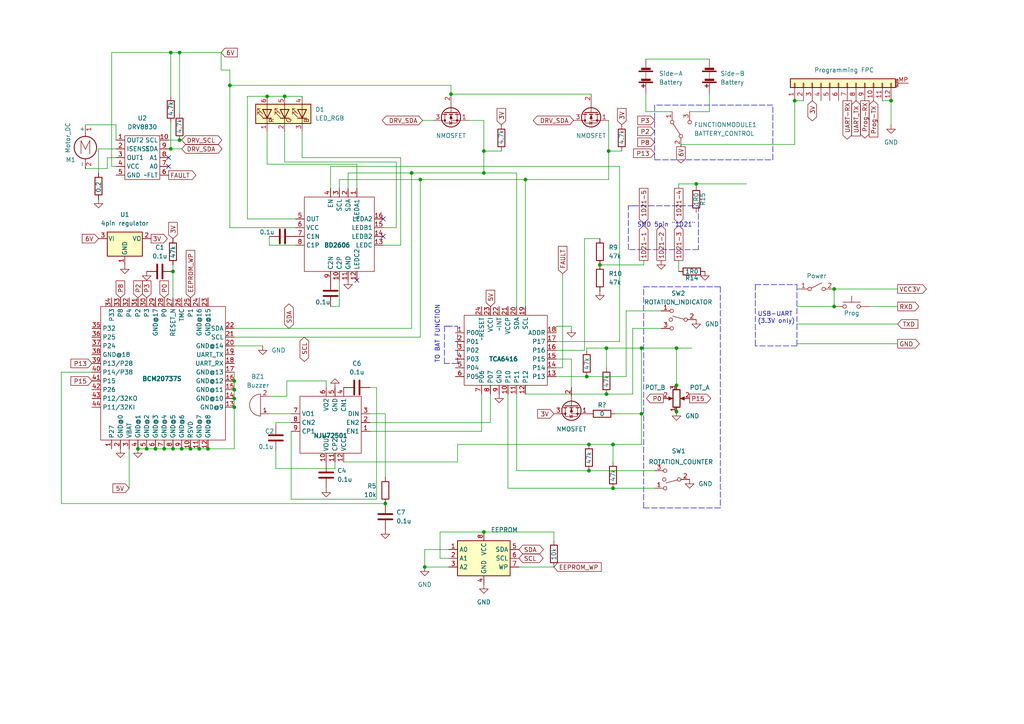
<source format=kicad_sch>
(kicad_sch (version 20211123) (generator eeschema)

  (uuid ed0f3bd9-0534-419d-bf75-db3ba0a40a28)

  (paper "A4")

  (lib_symbols
    (symbol "Connector_Generic_MountingPin:Conn_01x12_MountingPin" (pin_names (offset 1.016) hide) (in_bom yes) (on_board yes)
      (property "Reference" "J" (id 0) (at 0 15.24 0)
        (effects (font (size 1.27 1.27)))
      )
      (property "Value" "Conn_01x12_MountingPin" (id 1) (at 1.27 -17.78 0)
        (effects (font (size 1.27 1.27)) (justify left))
      )
      (property "Footprint" "" (id 2) (at 0 0 0)
        (effects (font (size 1.27 1.27)) hide)
      )
      (property "Datasheet" "~" (id 3) (at 0 0 0)
        (effects (font (size 1.27 1.27)) hide)
      )
      (property "ki_keywords" "connector" (id 4) (at 0 0 0)
        (effects (font (size 1.27 1.27)) hide)
      )
      (property "ki_description" "Generic connectable mounting pin connector, single row, 01x12, script generated (kicad-library-utils/schlib/autogen/connector/)" (id 5) (at 0 0 0)
        (effects (font (size 1.27 1.27)) hide)
      )
      (property "ki_fp_filters" "Connector*:*_1x??-1MP*" (id 6) (at 0 0 0)
        (effects (font (size 1.27 1.27)) hide)
      )
      (symbol "Conn_01x12_MountingPin_1_1"
        (rectangle (start -1.27 -15.113) (end 0 -15.367)
          (stroke (width 0.1524) (type default) (color 0 0 0 0))
          (fill (type none))
        )
        (rectangle (start -1.27 -12.573) (end 0 -12.827)
          (stroke (width 0.1524) (type default) (color 0 0 0 0))
          (fill (type none))
        )
        (rectangle (start -1.27 -10.033) (end 0 -10.287)
          (stroke (width 0.1524) (type default) (color 0 0 0 0))
          (fill (type none))
        )
        (rectangle (start -1.27 -7.493) (end 0 -7.747)
          (stroke (width 0.1524) (type default) (color 0 0 0 0))
          (fill (type none))
        )
        (rectangle (start -1.27 -4.953) (end 0 -5.207)
          (stroke (width 0.1524) (type default) (color 0 0 0 0))
          (fill (type none))
        )
        (rectangle (start -1.27 -2.413) (end 0 -2.667)
          (stroke (width 0.1524) (type default) (color 0 0 0 0))
          (fill (type none))
        )
        (rectangle (start -1.27 0.127) (end 0 -0.127)
          (stroke (width 0.1524) (type default) (color 0 0 0 0))
          (fill (type none))
        )
        (rectangle (start -1.27 2.667) (end 0 2.413)
          (stroke (width 0.1524) (type default) (color 0 0 0 0))
          (fill (type none))
        )
        (rectangle (start -1.27 5.207) (end 0 4.953)
          (stroke (width 0.1524) (type default) (color 0 0 0 0))
          (fill (type none))
        )
        (rectangle (start -1.27 7.747) (end 0 7.493)
          (stroke (width 0.1524) (type default) (color 0 0 0 0))
          (fill (type none))
        )
        (rectangle (start -1.27 10.287) (end 0 10.033)
          (stroke (width 0.1524) (type default) (color 0 0 0 0))
          (fill (type none))
        )
        (rectangle (start -1.27 12.827) (end 0 12.573)
          (stroke (width 0.1524) (type default) (color 0 0 0 0))
          (fill (type none))
        )
        (rectangle (start -1.27 13.97) (end 1.27 -16.51)
          (stroke (width 0.254) (type default) (color 0 0 0 0))
          (fill (type background))
        )
        (polyline
          (pts
            (xy -1.016 -17.272)
            (xy 1.016 -17.272)
          )
          (stroke (width 0.1524) (type default) (color 0 0 0 0))
          (fill (type none))
        )
        (text "Mounting" (at 0 -16.891 0)
          (effects (font (size 0.381 0.381)))
        )
        (pin passive line (at -5.08 12.7 0) (length 3.81)
          (name "Pin_1" (effects (font (size 1.27 1.27))))
          (number "1" (effects (font (size 1.27 1.27))))
        )
        (pin passive line (at -5.08 -10.16 0) (length 3.81)
          (name "Pin_10" (effects (font (size 1.27 1.27))))
          (number "10" (effects (font (size 1.27 1.27))))
        )
        (pin passive line (at -5.08 -12.7 0) (length 3.81)
          (name "Pin_11" (effects (font (size 1.27 1.27))))
          (number "11" (effects (font (size 1.27 1.27))))
        )
        (pin passive line (at -5.08 -15.24 0) (length 3.81)
          (name "Pin_12" (effects (font (size 1.27 1.27))))
          (number "12" (effects (font (size 1.27 1.27))))
        )
        (pin passive line (at -5.08 10.16 0) (length 3.81)
          (name "Pin_2" (effects (font (size 1.27 1.27))))
          (number "2" (effects (font (size 1.27 1.27))))
        )
        (pin passive line (at -5.08 7.62 0) (length 3.81)
          (name "Pin_3" (effects (font (size 1.27 1.27))))
          (number "3" (effects (font (size 1.27 1.27))))
        )
        (pin passive line (at -5.08 5.08 0) (length 3.81)
          (name "Pin_4" (effects (font (size 1.27 1.27))))
          (number "4" (effects (font (size 1.27 1.27))))
        )
        (pin passive line (at -5.08 2.54 0) (length 3.81)
          (name "Pin_5" (effects (font (size 1.27 1.27))))
          (number "5" (effects (font (size 1.27 1.27))))
        )
        (pin passive line (at -5.08 0 0) (length 3.81)
          (name "Pin_6" (effects (font (size 1.27 1.27))))
          (number "6" (effects (font (size 1.27 1.27))))
        )
        (pin passive line (at -5.08 -2.54 0) (length 3.81)
          (name "Pin_7" (effects (font (size 1.27 1.27))))
          (number "7" (effects (font (size 1.27 1.27))))
        )
        (pin passive line (at -5.08 -5.08 0) (length 3.81)
          (name "Pin_8" (effects (font (size 1.27 1.27))))
          (number "8" (effects (font (size 1.27 1.27))))
        )
        (pin passive line (at -5.08 -7.62 0) (length 3.81)
          (name "Pin_9" (effects (font (size 1.27 1.27))))
          (number "9" (effects (font (size 1.27 1.27))))
        )
        (pin passive line (at 0 -20.32 90) (length 3.048)
          (name "MountPin" (effects (font (size 1.27 1.27))))
          (number "MP" (effects (font (size 1.27 1.27))))
        )
      )
    )
    (symbol "Device:Battery" (pin_numbers hide) (pin_names (offset 0) hide) (in_bom yes) (on_board yes)
      (property "Reference" "BT" (id 0) (at 2.54 2.54 0)
        (effects (font (size 1.27 1.27)) (justify left))
      )
      (property "Value" "Battery" (id 1) (at 2.54 0 0)
        (effects (font (size 1.27 1.27)) (justify left))
      )
      (property "Footprint" "" (id 2) (at 0 1.524 90)
        (effects (font (size 1.27 1.27)) hide)
      )
      (property "Datasheet" "~" (id 3) (at 0 1.524 90)
        (effects (font (size 1.27 1.27)) hide)
      )
      (property "ki_keywords" "batt voltage-source cell" (id 4) (at 0 0 0)
        (effects (font (size 1.27 1.27)) hide)
      )
      (property "ki_description" "Multiple-cell battery" (id 5) (at 0 0 0)
        (effects (font (size 1.27 1.27)) hide)
      )
      (symbol "Battery_0_1"
        (rectangle (start -2.032 -1.397) (end 2.032 -1.651)
          (stroke (width 0) (type default) (color 0 0 0 0))
          (fill (type outline))
        )
        (rectangle (start -2.032 1.778) (end 2.032 1.524)
          (stroke (width 0) (type default) (color 0 0 0 0))
          (fill (type outline))
        )
        (rectangle (start -1.3208 -1.9812) (end 1.27 -2.4892)
          (stroke (width 0) (type default) (color 0 0 0 0))
          (fill (type outline))
        )
        (rectangle (start -1.3208 1.1938) (end 1.27 0.6858)
          (stroke (width 0) (type default) (color 0 0 0 0))
          (fill (type outline))
        )
        (polyline
          (pts
            (xy 0 -1.524)
            (xy 0 -1.27)
          )
          (stroke (width 0) (type default) (color 0 0 0 0))
          (fill (type none))
        )
        (polyline
          (pts
            (xy 0 -1.016)
            (xy 0 -0.762)
          )
          (stroke (width 0) (type default) (color 0 0 0 0))
          (fill (type none))
        )
        (polyline
          (pts
            (xy 0 -0.508)
            (xy 0 -0.254)
          )
          (stroke (width 0) (type default) (color 0 0 0 0))
          (fill (type none))
        )
        (polyline
          (pts
            (xy 0 0)
            (xy 0 0.254)
          )
          (stroke (width 0) (type default) (color 0 0 0 0))
          (fill (type none))
        )
        (polyline
          (pts
            (xy 0 0.508)
            (xy 0 0.762)
          )
          (stroke (width 0) (type default) (color 0 0 0 0))
          (fill (type none))
        )
        (polyline
          (pts
            (xy 0 1.778)
            (xy 0 2.54)
          )
          (stroke (width 0) (type default) (color 0 0 0 0))
          (fill (type none))
        )
        (polyline
          (pts
            (xy 0.254 2.667)
            (xy 1.27 2.667)
          )
          (stroke (width 0.254) (type default) (color 0 0 0 0))
          (fill (type none))
        )
        (polyline
          (pts
            (xy 0.762 3.175)
            (xy 0.762 2.159)
          )
          (stroke (width 0.254) (type default) (color 0 0 0 0))
          (fill (type none))
        )
      )
      (symbol "Battery_1_1"
        (pin passive line (at 0 5.08 270) (length 2.54)
          (name "+" (effects (font (size 1.27 1.27))))
          (number "1" (effects (font (size 1.27 1.27))))
        )
        (pin passive line (at 0 -5.08 90) (length 2.54)
          (name "-" (effects (font (size 1.27 1.27))))
          (number "2" (effects (font (size 1.27 1.27))))
        )
      )
    )
    (symbol "Device:Buzzer" (pin_names (offset 0.0254) hide) (in_bom yes) (on_board yes)
      (property "Reference" "BZ" (id 0) (at 3.81 1.27 0)
        (effects (font (size 1.27 1.27)) (justify left))
      )
      (property "Value" "Buzzer" (id 1) (at 3.81 -1.27 0)
        (effects (font (size 1.27 1.27)) (justify left))
      )
      (property "Footprint" "" (id 2) (at -0.635 2.54 90)
        (effects (font (size 1.27 1.27)) hide)
      )
      (property "Datasheet" "~" (id 3) (at -0.635 2.54 90)
        (effects (font (size 1.27 1.27)) hide)
      )
      (property "ki_keywords" "quartz resonator ceramic" (id 4) (at 0 0 0)
        (effects (font (size 1.27 1.27)) hide)
      )
      (property "ki_description" "Buzzer, polarized" (id 5) (at 0 0 0)
        (effects (font (size 1.27 1.27)) hide)
      )
      (property "ki_fp_filters" "*Buzzer*" (id 6) (at 0 0 0)
        (effects (font (size 1.27 1.27)) hide)
      )
      (symbol "Buzzer_0_1"
        (arc (start 0 -3.175) (mid 3.175 0) (end 0 3.175)
          (stroke (width 0) (type default) (color 0 0 0 0))
          (fill (type none))
        )
        (polyline
          (pts
            (xy -1.651 1.905)
            (xy -1.143 1.905)
          )
          (stroke (width 0) (type default) (color 0 0 0 0))
          (fill (type none))
        )
        (polyline
          (pts
            (xy -1.397 2.159)
            (xy -1.397 1.651)
          )
          (stroke (width 0) (type default) (color 0 0 0 0))
          (fill (type none))
        )
        (polyline
          (pts
            (xy 0 3.175)
            (xy 0 -3.175)
          )
          (stroke (width 0) (type default) (color 0 0 0 0))
          (fill (type none))
        )
      )
      (symbol "Buzzer_1_1"
        (pin passive line (at -2.54 2.54 0) (length 2.54)
          (name "-" (effects (font (size 1.27 1.27))))
          (number "1" (effects (font (size 1.27 1.27))))
        )
        (pin passive line (at -2.54 -2.54 0) (length 2.54)
          (name "+" (effects (font (size 1.27 1.27))))
          (number "2" (effects (font (size 1.27 1.27))))
        )
      )
    )
    (symbol "Device:C" (pin_numbers hide) (pin_names (offset 0.254)) (in_bom yes) (on_board yes)
      (property "Reference" "C" (id 0) (at 0.635 2.54 0)
        (effects (font (size 1.27 1.27)) (justify left))
      )
      (property "Value" "C" (id 1) (at 0.635 -2.54 0)
        (effects (font (size 1.27 1.27)) (justify left))
      )
      (property "Footprint" "" (id 2) (at 0.9652 -3.81 0)
        (effects (font (size 1.27 1.27)) hide)
      )
      (property "Datasheet" "~" (id 3) (at 0 0 0)
        (effects (font (size 1.27 1.27)) hide)
      )
      (property "ki_keywords" "cap capacitor" (id 4) (at 0 0 0)
        (effects (font (size 1.27 1.27)) hide)
      )
      (property "ki_description" "Unpolarized capacitor" (id 5) (at 0 0 0)
        (effects (font (size 1.27 1.27)) hide)
      )
      (property "ki_fp_filters" "C_*" (id 6) (at 0 0 0)
        (effects (font (size 1.27 1.27)) hide)
      )
      (symbol "C_0_1"
        (polyline
          (pts
            (xy -2.032 -0.762)
            (xy 2.032 -0.762)
          )
          (stroke (width 0.508) (type default) (color 0 0 0 0))
          (fill (type none))
        )
        (polyline
          (pts
            (xy -2.032 0.762)
            (xy 2.032 0.762)
          )
          (stroke (width 0.508) (type default) (color 0 0 0 0))
          (fill (type none))
        )
      )
      (symbol "C_1_1"
        (pin passive line (at 0 3.81 270) (length 2.794)
          (name "~" (effects (font (size 1.27 1.27))))
          (number "1" (effects (font (size 1.27 1.27))))
        )
        (pin passive line (at 0 -3.81 90) (length 2.794)
          (name "~" (effects (font (size 1.27 1.27))))
          (number "2" (effects (font (size 1.27 1.27))))
        )
      )
    )
    (symbol "Device:LED_RGB" (pin_names (offset 0) hide) (in_bom yes) (on_board yes)
      (property "Reference" "D" (id 0) (at 0 9.398 0)
        (effects (font (size 1.27 1.27)))
      )
      (property "Value" "LED_RGB" (id 1) (at 0 -8.89 0)
        (effects (font (size 1.27 1.27)))
      )
      (property "Footprint" "" (id 2) (at 0 -1.27 0)
        (effects (font (size 1.27 1.27)) hide)
      )
      (property "Datasheet" "~" (id 3) (at 0 -1.27 0)
        (effects (font (size 1.27 1.27)) hide)
      )
      (property "ki_keywords" "LED RGB diode" (id 4) (at 0 0 0)
        (effects (font (size 1.27 1.27)) hide)
      )
      (property "ki_description" "RGB LED, 6 pin package" (id 5) (at 0 0 0)
        (effects (font (size 1.27 1.27)) hide)
      )
      (property "ki_fp_filters" "LED* LED_SMD:* LED_THT:*" (id 6) (at 0 0 0)
        (effects (font (size 1.27 1.27)) hide)
      )
      (symbol "LED_RGB_0_0"
        (text "B" (at -1.905 -6.35 0)
          (effects (font (size 1.27 1.27)))
        )
        (text "G" (at -1.905 -1.27 0)
          (effects (font (size 1.27 1.27)))
        )
        (text "R" (at -1.905 3.81 0)
          (effects (font (size 1.27 1.27)))
        )
      )
      (symbol "LED_RGB_0_1"
        (polyline
          (pts
            (xy -1.27 -5.08)
            (xy -2.54 -5.08)
          )
          (stroke (width 0) (type default) (color 0 0 0 0))
          (fill (type none))
        )
        (polyline
          (pts
            (xy -1.27 -5.08)
            (xy 1.27 -5.08)
          )
          (stroke (width 0) (type default) (color 0 0 0 0))
          (fill (type none))
        )
        (polyline
          (pts
            (xy -1.27 -3.81)
            (xy -1.27 -6.35)
          )
          (stroke (width 0.254) (type default) (color 0 0 0 0))
          (fill (type none))
        )
        (polyline
          (pts
            (xy -1.27 0)
            (xy -2.54 0)
          )
          (stroke (width 0) (type default) (color 0 0 0 0))
          (fill (type none))
        )
        (polyline
          (pts
            (xy -1.27 1.27)
            (xy -1.27 -1.27)
          )
          (stroke (width 0.254) (type default) (color 0 0 0 0))
          (fill (type none))
        )
        (polyline
          (pts
            (xy -1.27 5.08)
            (xy -2.54 5.08)
          )
          (stroke (width 0) (type default) (color 0 0 0 0))
          (fill (type none))
        )
        (polyline
          (pts
            (xy -1.27 5.08)
            (xy 1.27 5.08)
          )
          (stroke (width 0) (type default) (color 0 0 0 0))
          (fill (type none))
        )
        (polyline
          (pts
            (xy -1.27 6.35)
            (xy -1.27 3.81)
          )
          (stroke (width 0.254) (type default) (color 0 0 0 0))
          (fill (type none))
        )
        (polyline
          (pts
            (xy 1.27 -5.08)
            (xy 2.54 -5.08)
          )
          (stroke (width 0) (type default) (color 0 0 0 0))
          (fill (type none))
        )
        (polyline
          (pts
            (xy 1.27 0)
            (xy -1.27 0)
          )
          (stroke (width 0) (type default) (color 0 0 0 0))
          (fill (type none))
        )
        (polyline
          (pts
            (xy 1.27 0)
            (xy 2.54 0)
          )
          (stroke (width 0) (type default) (color 0 0 0 0))
          (fill (type none))
        )
        (polyline
          (pts
            (xy 1.27 5.08)
            (xy 2.54 5.08)
          )
          (stroke (width 0) (type default) (color 0 0 0 0))
          (fill (type none))
        )
        (polyline
          (pts
            (xy -1.27 1.27)
            (xy -1.27 -1.27)
            (xy -1.27 -1.27)
          )
          (stroke (width 0) (type default) (color 0 0 0 0))
          (fill (type none))
        )
        (polyline
          (pts
            (xy -1.27 6.35)
            (xy -1.27 3.81)
            (xy -1.27 3.81)
          )
          (stroke (width 0) (type default) (color 0 0 0 0))
          (fill (type none))
        )
        (polyline
          (pts
            (xy 1.27 -3.81)
            (xy 1.27 -6.35)
            (xy -1.27 -5.08)
            (xy 1.27 -3.81)
          )
          (stroke (width 0.254) (type default) (color 0 0 0 0))
          (fill (type none))
        )
        (polyline
          (pts
            (xy 1.27 1.27)
            (xy 1.27 -1.27)
            (xy -1.27 0)
            (xy 1.27 1.27)
          )
          (stroke (width 0.254) (type default) (color 0 0 0 0))
          (fill (type none))
        )
        (polyline
          (pts
            (xy 1.27 6.35)
            (xy 1.27 3.81)
            (xy -1.27 5.08)
            (xy 1.27 6.35)
          )
          (stroke (width 0.254) (type default) (color 0 0 0 0))
          (fill (type none))
        )
        (polyline
          (pts
            (xy -1.016 -3.81)
            (xy 0.508 -2.286)
            (xy -0.254 -2.286)
            (xy 0.508 -2.286)
            (xy 0.508 -3.048)
          )
          (stroke (width 0) (type default) (color 0 0 0 0))
          (fill (type none))
        )
        (polyline
          (pts
            (xy -1.016 1.27)
            (xy 0.508 2.794)
            (xy -0.254 2.794)
            (xy 0.508 2.794)
            (xy 0.508 2.032)
          )
          (stroke (width 0) (type default) (color 0 0 0 0))
          (fill (type none))
        )
        (polyline
          (pts
            (xy -1.016 6.35)
            (xy 0.508 7.874)
            (xy -0.254 7.874)
            (xy 0.508 7.874)
            (xy 0.508 7.112)
          )
          (stroke (width 0) (type default) (color 0 0 0 0))
          (fill (type none))
        )
        (polyline
          (pts
            (xy 0 -3.81)
            (xy 1.524 -2.286)
            (xy 0.762 -2.286)
            (xy 1.524 -2.286)
            (xy 1.524 -3.048)
          )
          (stroke (width 0) (type default) (color 0 0 0 0))
          (fill (type none))
        )
        (polyline
          (pts
            (xy 0 1.27)
            (xy 1.524 2.794)
            (xy 0.762 2.794)
            (xy 1.524 2.794)
            (xy 1.524 2.032)
          )
          (stroke (width 0) (type default) (color 0 0 0 0))
          (fill (type none))
        )
        (polyline
          (pts
            (xy 0 6.35)
            (xy 1.524 7.874)
            (xy 0.762 7.874)
            (xy 1.524 7.874)
            (xy 1.524 7.112)
          )
          (stroke (width 0) (type default) (color 0 0 0 0))
          (fill (type none))
        )
        (rectangle (start 1.27 -1.27) (end 1.27 1.27)
          (stroke (width 0) (type default) (color 0 0 0 0))
          (fill (type none))
        )
        (rectangle (start 1.27 1.27) (end 1.27 1.27)
          (stroke (width 0) (type default) (color 0 0 0 0))
          (fill (type none))
        )
        (rectangle (start 1.27 3.81) (end 1.27 6.35)
          (stroke (width 0) (type default) (color 0 0 0 0))
          (fill (type none))
        )
        (rectangle (start 1.27 6.35) (end 1.27 6.35)
          (stroke (width 0) (type default) (color 0 0 0 0))
          (fill (type none))
        )
        (rectangle (start 2.794 8.382) (end -2.794 -7.62)
          (stroke (width 0.254) (type default) (color 0 0 0 0))
          (fill (type background))
        )
      )
      (symbol "LED_RGB_1_1"
        (pin passive line (at -5.08 5.08 0) (length 2.54)
          (name "RK" (effects (font (size 1.27 1.27))))
          (number "1" (effects (font (size 1.27 1.27))))
        )
        (pin passive line (at -5.08 0 0) (length 2.54)
          (name "GK" (effects (font (size 1.27 1.27))))
          (number "2" (effects (font (size 1.27 1.27))))
        )
        (pin passive line (at -5.08 -5.08 0) (length 2.54)
          (name "BK" (effects (font (size 1.27 1.27))))
          (number "3" (effects (font (size 1.27 1.27))))
        )
        (pin passive line (at 5.08 -5.08 180) (length 2.54)
          (name "BA" (effects (font (size 1.27 1.27))))
          (number "4" (effects (font (size 1.27 1.27))))
        )
        (pin passive line (at 5.08 0 180) (length 2.54)
          (name "GA" (effects (font (size 1.27 1.27))))
          (number "5" (effects (font (size 1.27 1.27))))
        )
        (pin passive line (at 5.08 5.08 180) (length 2.54)
          (name "RA" (effects (font (size 1.27 1.27))))
          (number "6" (effects (font (size 1.27 1.27))))
        )
      )
    )
    (symbol "Device:R" (pin_numbers hide) (pin_names (offset 0)) (in_bom yes) (on_board yes)
      (property "Reference" "R" (id 0) (at 2.032 0 90)
        (effects (font (size 1.27 1.27)))
      )
      (property "Value" "R" (id 1) (at 0 0 90)
        (effects (font (size 1.27 1.27)))
      )
      (property "Footprint" "" (id 2) (at -1.778 0 90)
        (effects (font (size 1.27 1.27)) hide)
      )
      (property "Datasheet" "~" (id 3) (at 0 0 0)
        (effects (font (size 1.27 1.27)) hide)
      )
      (property "ki_keywords" "R res resistor" (id 4) (at 0 0 0)
        (effects (font (size 1.27 1.27)) hide)
      )
      (property "ki_description" "Resistor" (id 5) (at 0 0 0)
        (effects (font (size 1.27 1.27)) hide)
      )
      (property "ki_fp_filters" "R_*" (id 6) (at 0 0 0)
        (effects (font (size 1.27 1.27)) hide)
      )
      (symbol "R_0_1"
        (rectangle (start -1.016 -2.54) (end 1.016 2.54)
          (stroke (width 0.254) (type default) (color 0 0 0 0))
          (fill (type none))
        )
      )
      (symbol "R_1_1"
        (pin passive line (at 0 3.81 270) (length 1.27)
          (name "~" (effects (font (size 1.27 1.27))))
          (number "1" (effects (font (size 1.27 1.27))))
        )
        (pin passive line (at 0 -3.81 90) (length 1.27)
          (name "~" (effects (font (size 1.27 1.27))))
          (number "2" (effects (font (size 1.27 1.27))))
        )
      )
    )
    (symbol "Device:R_Potentiometer" (pin_names (offset 1.016) hide) (in_bom yes) (on_board yes)
      (property "Reference" "RV" (id 0) (at -4.445 0 90)
        (effects (font (size 1.27 1.27)))
      )
      (property "Value" "R_Potentiometer" (id 1) (at -2.54 0 90)
        (effects (font (size 1.27 1.27)))
      )
      (property "Footprint" "" (id 2) (at 0 0 0)
        (effects (font (size 1.27 1.27)) hide)
      )
      (property "Datasheet" "~" (id 3) (at 0 0 0)
        (effects (font (size 1.27 1.27)) hide)
      )
      (property "ki_keywords" "resistor variable" (id 4) (at 0 0 0)
        (effects (font (size 1.27 1.27)) hide)
      )
      (property "ki_description" "Potentiometer" (id 5) (at 0 0 0)
        (effects (font (size 1.27 1.27)) hide)
      )
      (property "ki_fp_filters" "Potentiometer*" (id 6) (at 0 0 0)
        (effects (font (size 1.27 1.27)) hide)
      )
      (symbol "R_Potentiometer_0_1"
        (polyline
          (pts
            (xy 2.54 0)
            (xy 1.524 0)
          )
          (stroke (width 0) (type default) (color 0 0 0 0))
          (fill (type none))
        )
        (polyline
          (pts
            (xy 1.143 0)
            (xy 2.286 0.508)
            (xy 2.286 -0.508)
            (xy 1.143 0)
          )
          (stroke (width 0) (type default) (color 0 0 0 0))
          (fill (type outline))
        )
        (rectangle (start 1.016 2.54) (end -1.016 -2.54)
          (stroke (width 0.254) (type default) (color 0 0 0 0))
          (fill (type none))
        )
      )
      (symbol "R_Potentiometer_1_1"
        (pin passive line (at 0 3.81 270) (length 1.27)
          (name "1" (effects (font (size 1.27 1.27))))
          (number "1" (effects (font (size 1.27 1.27))))
        )
        (pin passive line (at 3.81 0 180) (length 1.27)
          (name "2" (effects (font (size 1.27 1.27))))
          (number "2" (effects (font (size 1.27 1.27))))
        )
        (pin passive line (at 0 -3.81 90) (length 1.27)
          (name "3" (effects (font (size 1.27 1.27))))
          (number "3" (effects (font (size 1.27 1.27))))
        )
      )
    )
    (symbol "Memory_EEPROM:CAT24C256" (in_bom yes) (on_board yes)
      (property "Reference" "U" (id 0) (at -6.35 6.35 0)
        (effects (font (size 1.27 1.27)))
      )
      (property "Value" "CAT24C256" (id 1) (at 1.27 6.35 0)
        (effects (font (size 1.27 1.27)) (justify left))
      )
      (property "Footprint" "" (id 2) (at 0 0 0)
        (effects (font (size 1.27 1.27)) hide)
      )
      (property "Datasheet" "https://www.onsemi.cn/PowerSolutions/document/CAT24C256-D.PDF" (id 3) (at 0 0 0)
        (effects (font (size 1.27 1.27)) hide)
      )
      (property "ki_keywords" "I2C EEPROM Serial 256kb" (id 4) (at 0 0 0)
        (effects (font (size 1.27 1.27)) hide)
      )
      (property "ki_description" "256 kb CMOS Serial EEPROM, DIP-8/SOIC-8/TSSOP-8/DFN-8" (id 5) (at 0 0 0)
        (effects (font (size 1.27 1.27)) hide)
      )
      (property "ki_fp_filters" "DIP*W7.62mm* SOIC*3.9x4.9mm* TSSOP*4.4x3mm*P0.65mm* DFN*3x2mm*P0.5mm*" (id 6) (at 0 0 0)
        (effects (font (size 1.27 1.27)) hide)
      )
      (symbol "CAT24C256_1_1"
        (rectangle (start -7.62 5.08) (end 7.62 -5.08)
          (stroke (width 0.254) (type default) (color 0 0 0 0))
          (fill (type background))
        )
        (pin input line (at -10.16 2.54 0) (length 2.54)
          (name "A0" (effects (font (size 1.27 1.27))))
          (number "1" (effects (font (size 1.27 1.27))))
        )
        (pin input line (at -10.16 0 0) (length 2.54)
          (name "A1" (effects (font (size 1.27 1.27))))
          (number "2" (effects (font (size 1.27 1.27))))
        )
        (pin input line (at -10.16 -2.54 0) (length 2.54)
          (name "A2" (effects (font (size 1.27 1.27))))
          (number "3" (effects (font (size 1.27 1.27))))
        )
        (pin power_in line (at 0 -7.62 90) (length 2.54)
          (name "GND" (effects (font (size 1.27 1.27))))
          (number "4" (effects (font (size 1.27 1.27))))
        )
        (pin bidirectional line (at 10.16 2.54 180) (length 2.54)
          (name "SDA" (effects (font (size 1.27 1.27))))
          (number "5" (effects (font (size 1.27 1.27))))
        )
        (pin input line (at 10.16 0 180) (length 2.54)
          (name "SCL" (effects (font (size 1.27 1.27))))
          (number "6" (effects (font (size 1.27 1.27))))
        )
        (pin input line (at 10.16 -2.54 180) (length 2.54)
          (name "WP" (effects (font (size 1.27 1.27))))
          (number "7" (effects (font (size 1.27 1.27))))
        )
        (pin power_in line (at 0 7.62 270) (length 2.54)
          (name "VCC" (effects (font (size 1.27 1.27))))
          (number "8" (effects (font (size 1.27 1.27))))
        )
      )
    )
    (symbol "Motor:Motor_DC" (pin_names (offset 0)) (in_bom yes) (on_board yes)
      (property "Reference" "M" (id 0) (at 2.54 2.54 0)
        (effects (font (size 1.27 1.27)) (justify left))
      )
      (property "Value" "Motor_DC" (id 1) (at 2.54 -5.08 0)
        (effects (font (size 1.27 1.27)) (justify left top))
      )
      (property "Footprint" "" (id 2) (at 0 -2.286 0)
        (effects (font (size 1.27 1.27)) hide)
      )
      (property "Datasheet" "~" (id 3) (at 0 -2.286 0)
        (effects (font (size 1.27 1.27)) hide)
      )
      (property "ki_keywords" "DC Motor" (id 4) (at 0 0 0)
        (effects (font (size 1.27 1.27)) hide)
      )
      (property "ki_description" "DC Motor" (id 5) (at 0 0 0)
        (effects (font (size 1.27 1.27)) hide)
      )
      (property "ki_fp_filters" "PinHeader*P2.54mm* TerminalBlock*" (id 6) (at 0 0 0)
        (effects (font (size 1.27 1.27)) hide)
      )
      (symbol "Motor_DC_0_0"
        (polyline
          (pts
            (xy -1.27 -3.302)
            (xy -1.27 0.508)
            (xy 0 -2.032)
            (xy 1.27 0.508)
            (xy 1.27 -3.302)
          )
          (stroke (width 0) (type default) (color 0 0 0 0))
          (fill (type none))
        )
      )
      (symbol "Motor_DC_0_1"
        (circle (center 0 -1.524) (radius 3.2512)
          (stroke (width 0.254) (type default) (color 0 0 0 0))
          (fill (type none))
        )
        (polyline
          (pts
            (xy 0 -7.62)
            (xy 0 -7.112)
          )
          (stroke (width 0) (type default) (color 0 0 0 0))
          (fill (type none))
        )
        (polyline
          (pts
            (xy 0 -4.7752)
            (xy 0 -5.1816)
          )
          (stroke (width 0) (type default) (color 0 0 0 0))
          (fill (type none))
        )
        (polyline
          (pts
            (xy 0 1.7272)
            (xy 0 2.0828)
          )
          (stroke (width 0) (type default) (color 0 0 0 0))
          (fill (type none))
        )
        (polyline
          (pts
            (xy 0 2.032)
            (xy 0 2.54)
          )
          (stroke (width 0) (type default) (color 0 0 0 0))
          (fill (type none))
        )
      )
      (symbol "Motor_DC_1_1"
        (pin passive line (at 0 5.08 270) (length 2.54)
          (name "+" (effects (font (size 1.27 1.27))))
          (number "1" (effects (font (size 1.27 1.27))))
        )
        (pin passive line (at 0 -7.62 90) (length 2.54)
          (name "-" (effects (font (size 1.27 1.27))))
          (number "2" (effects (font (size 1.27 1.27))))
        )
      )
    )
    (symbol "Regulator_Linear:LM1084-3.3" (pin_names (offset 0.254)) (in_bom yes) (on_board yes)
      (property "Reference" "U" (id 0) (at -3.81 3.175 0)
        (effects (font (size 1.27 1.27)))
      )
      (property "Value" "LM1084-3.3" (id 1) (at 0 3.175 0)
        (effects (font (size 1.27 1.27)) (justify left))
      )
      (property "Footprint" "" (id 2) (at 0 6.35 0)
        (effects (font (size 1.27 1.27) italic) hide)
      )
      (property "Datasheet" "http://www.ti.com/lit/ds/symlink/lm1084.pdf" (id 3) (at 0 0 0)
        (effects (font (size 1.27 1.27)) hide)
      )
      (property "ki_keywords" "Voltage Regulator Fixed 5A Positive" (id 4) (at 0 0 0)
        (effects (font (size 1.27 1.27)) hide)
      )
      (property "ki_description" "5A 27V Linear Regulator, Fixed Output 3.3V, TO-220/TO-263" (id 5) (at 0 0 0)
        (effects (font (size 1.27 1.27)) hide)
      )
      (property "ki_fp_filters" "TO?220* TO?263*" (id 6) (at 0 0 0)
        (effects (font (size 1.27 1.27)) hide)
      )
      (symbol "LM1084-3.3_0_1"
        (rectangle (start -5.08 1.905) (end 5.08 -5.08)
          (stroke (width 0.254) (type default) (color 0 0 0 0))
          (fill (type background))
        )
      )
      (symbol "LM1084-3.3_1_1"
        (pin power_in line (at 0 -7.62 90) (length 2.54)
          (name "GND" (effects (font (size 1.27 1.27))))
          (number "1" (effects (font (size 1.27 1.27))))
        )
        (pin power_out line (at 7.62 0 180) (length 2.54)
          (name "VO" (effects (font (size 1.27 1.27))))
          (number "2" (effects (font (size 1.27 1.27))))
        )
        (pin power_in line (at -7.62 0 0) (length 2.54)
          (name "VI" (effects (font (size 1.27 1.27))))
          (number "3" (effects (font (size 1.27 1.27))))
        )
      )
    )
    (symbol "Switch:SW_Push" (pin_numbers hide) (pin_names (offset 1.016) hide) (in_bom yes) (on_board yes)
      (property "Reference" "SW" (id 0) (at 1.27 2.54 0)
        (effects (font (size 1.27 1.27)) (justify left))
      )
      (property "Value" "SW_Push" (id 1) (at 0 -1.524 0)
        (effects (font (size 1.27 1.27)))
      )
      (property "Footprint" "" (id 2) (at 0 5.08 0)
        (effects (font (size 1.27 1.27)) hide)
      )
      (property "Datasheet" "~" (id 3) (at 0 5.08 0)
        (effects (font (size 1.27 1.27)) hide)
      )
      (property "ki_keywords" "switch normally-open pushbutton push-button" (id 4) (at 0 0 0)
        (effects (font (size 1.27 1.27)) hide)
      )
      (property "ki_description" "Push button switch, generic, two pins" (id 5) (at 0 0 0)
        (effects (font (size 1.27 1.27)) hide)
      )
      (symbol "SW_Push_0_1"
        (circle (center -2.032 0) (radius 0.508)
          (stroke (width 0) (type default) (color 0 0 0 0))
          (fill (type none))
        )
        (polyline
          (pts
            (xy 0 1.27)
            (xy 0 3.048)
          )
          (stroke (width 0) (type default) (color 0 0 0 0))
          (fill (type none))
        )
        (polyline
          (pts
            (xy 2.54 1.27)
            (xy -2.54 1.27)
          )
          (stroke (width 0) (type default) (color 0 0 0 0))
          (fill (type none))
        )
        (circle (center 2.032 0) (radius 0.508)
          (stroke (width 0) (type default) (color 0 0 0 0))
          (fill (type none))
        )
        (pin passive line (at -5.08 0 0) (length 2.54)
          (name "1" (effects (font (size 1.27 1.27))))
          (number "1" (effects (font (size 1.27 1.27))))
        )
        (pin passive line (at 5.08 0 180) (length 2.54)
          (name "2" (effects (font (size 1.27 1.27))))
          (number "2" (effects (font (size 1.27 1.27))))
        )
      )
    )
    (symbol "Switch:SW_SPDT" (pin_names (offset 0) hide) (in_bom yes) (on_board yes)
      (property "Reference" "SW" (id 0) (at 0 4.318 0)
        (effects (font (size 1.27 1.27)))
      )
      (property "Value" "SW_SPDT" (id 1) (at 0 -5.08 0)
        (effects (font (size 1.27 1.27)))
      )
      (property "Footprint" "" (id 2) (at 0 0 0)
        (effects (font (size 1.27 1.27)) hide)
      )
      (property "Datasheet" "~" (id 3) (at 0 0 0)
        (effects (font (size 1.27 1.27)) hide)
      )
      (property "ki_keywords" "switch single-pole double-throw spdt ON-ON" (id 4) (at 0 0 0)
        (effects (font (size 1.27 1.27)) hide)
      )
      (property "ki_description" "Switch, single pole double throw" (id 5) (at 0 0 0)
        (effects (font (size 1.27 1.27)) hide)
      )
      (symbol "SW_SPDT_0_0"
        (circle (center -2.032 0) (radius 0.508)
          (stroke (width 0) (type default) (color 0 0 0 0))
          (fill (type none))
        )
        (circle (center 2.032 -2.54) (radius 0.508)
          (stroke (width 0) (type default) (color 0 0 0 0))
          (fill (type none))
        )
      )
      (symbol "SW_SPDT_0_1"
        (polyline
          (pts
            (xy -1.524 0.254)
            (xy 1.651 2.286)
          )
          (stroke (width 0) (type default) (color 0 0 0 0))
          (fill (type none))
        )
        (circle (center 2.032 2.54) (radius 0.508)
          (stroke (width 0) (type default) (color 0 0 0 0))
          (fill (type none))
        )
      )
      (symbol "SW_SPDT_1_1"
        (pin passive line (at 5.08 2.54 180) (length 2.54)
          (name "A" (effects (font (size 1.27 1.27))))
          (number "1" (effects (font (size 1.27 1.27))))
        )
        (pin passive line (at -5.08 0 0) (length 2.54)
          (name "B" (effects (font (size 1.27 1.27))))
          (number "2" (effects (font (size 1.27 1.27))))
        )
        (pin passive line (at 5.08 -2.54 180) (length 2.54)
          (name "C" (effects (font (size 1.27 1.27))))
          (number "3" (effects (font (size 1.27 1.27))))
        )
      )
    )
    (symbol "Switch:SW_SPDT_MSM" (pin_names (offset 0) hide) (in_bom yes) (on_board yes)
      (property "Reference" "SW" (id 0) (at 0 5.08 0)
        (effects (font (size 1.27 1.27)))
      )
      (property "Value" "SW_SPDT_MSM" (id 1) (at 0 -5.08 0)
        (effects (font (size 1.27 1.27)))
      )
      (property "Footprint" "" (id 2) (at 0 0 0)
        (effects (font (size 1.27 1.27)) hide)
      )
      (property "Datasheet" "~" (id 3) (at 0 0 0)
        (effects (font (size 1.27 1.27)) hide)
      )
      (property "ki_keywords" "switch spdt single-pole double-throw ON-OFF-ON" (id 4) (at 0 0 0)
        (effects (font (size 1.27 1.27)) hide)
      )
      (property "ki_description" "Switch, single pole double throw, center OFF position" (id 5) (at 0 0 0)
        (effects (font (size 1.27 1.27)) hide)
      )
      (symbol "SW_SPDT_MSM_0_0"
        (circle (center -2.032 0) (radius 0.508)
          (stroke (width 0) (type default) (color 0 0 0 0))
          (fill (type none))
        )
        (polyline
          (pts
            (xy -1.524 0.127)
            (xy 1.778 1.016)
          )
          (stroke (width 0) (type default) (color 0 0 0 0))
          (fill (type none))
        )
        (circle (center 2.032 -2.54) (radius 0.508)
          (stroke (width 0) (type default) (color 0 0 0 0))
          (fill (type none))
        )
      )
      (symbol "SW_SPDT_MSM_0_1"
        (circle (center 2.032 2.54) (radius 0.508)
          (stroke (width 0) (type default) (color 0 0 0 0))
          (fill (type none))
        )
        (circle (center 2.286 0) (radius 0.508)
          (stroke (width 0) (type default) (color 0 0 0 0))
          (fill (type none))
        )
      )
      (symbol "SW_SPDT_MSM_1_1"
        (pin passive line (at 5.08 2.54 180) (length 2.54)
          (name "1" (effects (font (size 1.27 1.27))))
          (number "1" (effects (font (size 1.27 1.27))))
        )
        (pin passive line (at -5.08 0 0) (length 2.54)
          (name "2" (effects (font (size 1.27 1.27))))
          (number "2" (effects (font (size 1.27 1.27))))
        )
        (pin passive line (at 5.08 -2.54 180) (length 2.54)
          (name "3" (effects (font (size 1.27 1.27))))
          (number "3" (effects (font (size 1.27 1.27))))
        )
      )
    )
    (symbol "Switch:SW_SPST" (pin_names (offset 0) hide) (in_bom yes) (on_board yes)
      (property "Reference" "SW" (id 0) (at 0 3.175 0)
        (effects (font (size 1.27 1.27)))
      )
      (property "Value" "SW_SPST" (id 1) (at 0 -2.54 0)
        (effects (font (size 1.27 1.27)))
      )
      (property "Footprint" "" (id 2) (at 0 0 0)
        (effects (font (size 1.27 1.27)) hide)
      )
      (property "Datasheet" "~" (id 3) (at 0 0 0)
        (effects (font (size 1.27 1.27)) hide)
      )
      (property "ki_keywords" "switch lever" (id 4) (at 0 0 0)
        (effects (font (size 1.27 1.27)) hide)
      )
      (property "ki_description" "Single Pole Single Throw (SPST) switch" (id 5) (at 0 0 0)
        (effects (font (size 1.27 1.27)) hide)
      )
      (symbol "SW_SPST_0_0"
        (circle (center -2.032 0) (radius 0.508)
          (stroke (width 0) (type default) (color 0 0 0 0))
          (fill (type none))
        )
        (polyline
          (pts
            (xy -1.524 0.254)
            (xy 1.524 1.778)
          )
          (stroke (width 0) (type default) (color 0 0 0 0))
          (fill (type none))
        )
        (circle (center 2.032 0) (radius 0.508)
          (stroke (width 0) (type default) (color 0 0 0 0))
          (fill (type none))
        )
      )
      (symbol "SW_SPST_1_1"
        (pin passive line (at -5.08 0 0) (length 2.54)
          (name "A" (effects (font (size 1.27 1.27))))
          (number "1" (effects (font (size 1.27 1.27))))
        )
        (pin passive line (at 5.08 0 180) (length 2.54)
          (name "B" (effects (font (size 1.27 1.27))))
          (number "2" (effects (font (size 1.27 1.27))))
        )
      )
    )
    (symbol "Transistor_FET:2N7000" (pin_names hide) (in_bom yes) (on_board yes)
      (property "Reference" "Q" (id 0) (at 5.08 1.905 0)
        (effects (font (size 1.27 1.27)) (justify left))
      )
      (property "Value" "2N7000" (id 1) (at 5.08 0 0)
        (effects (font (size 1.27 1.27)) (justify left))
      )
      (property "Footprint" "Package_TO_SOT_THT:TO-92_Inline" (id 2) (at 5.08 -1.905 0)
        (effects (font (size 1.27 1.27) italic) (justify left) hide)
      )
      (property "Datasheet" "https://www.vishay.com/docs/70226/70226.pdf" (id 3) (at 0 0 0)
        (effects (font (size 1.27 1.27)) (justify left) hide)
      )
      (property "ki_keywords" "N-Channel MOSFET Logic-Level" (id 4) (at 0 0 0)
        (effects (font (size 1.27 1.27)) hide)
      )
      (property "ki_description" "0.2A Id, 200V Vds, N-Channel MOSFET, 2.6V Logic Level, TO-92" (id 5) (at 0 0 0)
        (effects (font (size 1.27 1.27)) hide)
      )
      (property "ki_fp_filters" "TO?92*" (id 6) (at 0 0 0)
        (effects (font (size 1.27 1.27)) hide)
      )
      (symbol "2N7000_0_1"
        (polyline
          (pts
            (xy 0.254 0)
            (xy -2.54 0)
          )
          (stroke (width 0) (type default) (color 0 0 0 0))
          (fill (type none))
        )
        (polyline
          (pts
            (xy 0.254 1.905)
            (xy 0.254 -1.905)
          )
          (stroke (width 0.254) (type default) (color 0 0 0 0))
          (fill (type none))
        )
        (polyline
          (pts
            (xy 0.762 -1.27)
            (xy 0.762 -2.286)
          )
          (stroke (width 0.254) (type default) (color 0 0 0 0))
          (fill (type none))
        )
        (polyline
          (pts
            (xy 0.762 0.508)
            (xy 0.762 -0.508)
          )
          (stroke (width 0.254) (type default) (color 0 0 0 0))
          (fill (type none))
        )
        (polyline
          (pts
            (xy 0.762 2.286)
            (xy 0.762 1.27)
          )
          (stroke (width 0.254) (type default) (color 0 0 0 0))
          (fill (type none))
        )
        (polyline
          (pts
            (xy 2.54 2.54)
            (xy 2.54 1.778)
          )
          (stroke (width 0) (type default) (color 0 0 0 0))
          (fill (type none))
        )
        (polyline
          (pts
            (xy 2.54 -2.54)
            (xy 2.54 0)
            (xy 0.762 0)
          )
          (stroke (width 0) (type default) (color 0 0 0 0))
          (fill (type none))
        )
        (polyline
          (pts
            (xy 0.762 -1.778)
            (xy 3.302 -1.778)
            (xy 3.302 1.778)
            (xy 0.762 1.778)
          )
          (stroke (width 0) (type default) (color 0 0 0 0))
          (fill (type none))
        )
        (polyline
          (pts
            (xy 1.016 0)
            (xy 2.032 0.381)
            (xy 2.032 -0.381)
            (xy 1.016 0)
          )
          (stroke (width 0) (type default) (color 0 0 0 0))
          (fill (type outline))
        )
        (polyline
          (pts
            (xy 2.794 0.508)
            (xy 2.921 0.381)
            (xy 3.683 0.381)
            (xy 3.81 0.254)
          )
          (stroke (width 0) (type default) (color 0 0 0 0))
          (fill (type none))
        )
        (polyline
          (pts
            (xy 3.302 0.381)
            (xy 2.921 -0.254)
            (xy 3.683 -0.254)
            (xy 3.302 0.381)
          )
          (stroke (width 0) (type default) (color 0 0 0 0))
          (fill (type none))
        )
        (circle (center 1.651 0) (radius 2.794)
          (stroke (width 0.254) (type default) (color 0 0 0 0))
          (fill (type none))
        )
        (circle (center 2.54 -1.778) (radius 0.254)
          (stroke (width 0) (type default) (color 0 0 0 0))
          (fill (type outline))
        )
        (circle (center 2.54 1.778) (radius 0.254)
          (stroke (width 0) (type default) (color 0 0 0 0))
          (fill (type outline))
        )
      )
      (symbol "2N7000_1_1"
        (pin passive line (at 2.54 -5.08 90) (length 2.54)
          (name "S" (effects (font (size 1.27 1.27))))
          (number "1" (effects (font (size 1.27 1.27))))
        )
        (pin input line (at -5.08 0 0) (length 2.54)
          (name "G" (effects (font (size 1.27 1.27))))
          (number "2" (effects (font (size 1.27 1.27))))
        )
        (pin passive line (at 2.54 5.08 270) (length 2.54)
          (name "D" (effects (font (size 1.27 1.27))))
          (number "3" (effects (font (size 1.27 1.27))))
        )
      )
    )
    (symbol "power:GND" (power) (pin_names (offset 0)) (in_bom yes) (on_board yes)
      (property "Reference" "#PWR" (id 0) (at 0 -6.35 0)
        (effects (font (size 1.27 1.27)) hide)
      )
      (property "Value" "GND" (id 1) (at 0 -3.81 0)
        (effects (font (size 1.27 1.27)))
      )
      (property "Footprint" "" (id 2) (at 0 0 0)
        (effects (font (size 1.27 1.27)) hide)
      )
      (property "Datasheet" "" (id 3) (at 0 0 0)
        (effects (font (size 1.27 1.27)) hide)
      )
      (property "ki_keywords" "power-flag" (id 4) (at 0 0 0)
        (effects (font (size 1.27 1.27)) hide)
      )
      (property "ki_description" "Power symbol creates a global label with name \"GND\" , ground" (id 5) (at 0 0 0)
        (effects (font (size 1.27 1.27)) hide)
      )
      (symbol "GND_0_1"
        (polyline
          (pts
            (xy 0 0)
            (xy 0 -1.27)
            (xy 1.27 -1.27)
            (xy 0 -2.54)
            (xy -1.27 -1.27)
            (xy 0 -1.27)
          )
          (stroke (width 0) (type default) (color 0 0 0 0))
          (fill (type none))
        )
      )
      (symbol "GND_1_1"
        (pin power_in line (at 0 0 270) (length 0) hide
          (name "GND" (effects (font (size 1.27 1.27))))
          (number "1" (effects (font (size 1.27 1.27))))
        )
      )
    )
    (symbol "qrio:BD2606" (in_bom yes) (on_board yes)
      (property "Reference" "U" (id 0) (at 0 2.54 0)
        (effects (font (size 1.27 1.27)))
      )
      (property "Value" "BD2606" (id 1) (at 0 -1.27 0)
        (effects (font (size 1.27 1.27)))
      )
      (property "Footprint" "" (id 2) (at -3.81 0 0)
        (effects (font (size 1.27 1.27)) hide)
      )
      (property "Datasheet" "" (id 3) (at -3.81 0 0)
        (effects (font (size 1.27 1.27)) hide)
      )
      (symbol "BD2606_0_1"
        (rectangle (start -10.16 10.16) (end 11.43 -10.16)
          (stroke (width 0) (type default) (color 0 0 0 0))
          (fill (type none))
        )
      )
      (symbol "BD2606_1_1"
        (pin output line (at -12.7 5.08 0) (length 2.54)
          (name "LEDA1" (effects (font (size 1.27 1.27))))
          (number "1" (effects (font (size 1.27 1.27))))
        )
        (pin bidirectional line (at 13.97 0 180) (length 2.54)
          (name "C2P" (effects (font (size 1.27 1.27))))
          (number "10" (effects (font (size 1.27 1.27))))
        )
        (pin bidirectional line (at 13.97 2.54 180) (length 2.54)
          (name "GND" (effects (font (size 1.27 1.27))))
          (number "11" (effects (font (size 1.27 1.27))))
        )
        (pin output line (at 13.97 5.08 180) (length 2.54)
          (name "LEDC2" (effects (font (size 1.27 1.27))))
          (number "12" (effects (font (size 1.27 1.27))))
        )
        (pin output line (at 3.81 12.7 270) (length 2.54)
          (name "LEDC" (effects (font (size 1.27 1.27))))
          (number "13" (effects (font (size 1.27 1.27))))
        )
        (pin output line (at 1.27 12.7 270) (length 2.54)
          (name "LEDB2" (effects (font (size 1.27 1.27))))
          (number "14" (effects (font (size 1.27 1.27))))
        )
        (pin output line (at -1.27 12.7 270) (length 2.54)
          (name "LEDB1" (effects (font (size 1.27 1.27))))
          (number "15" (effects (font (size 1.27 1.27))))
        )
        (pin output line (at -3.81 12.7 270) (length 2.54)
          (name "LEDA2" (effects (font (size 1.27 1.27))))
          (number "16" (effects (font (size 1.27 1.27))))
        )
        (pin bidirectional line (at -12.7 2.54 0) (length 2.54)
          (name "SDA" (effects (font (size 1.27 1.27))))
          (number "2" (effects (font (size 1.27 1.27))))
        )
        (pin bidirectional line (at -12.7 0 0) (length 2.54)
          (name "SCL" (effects (font (size 1.27 1.27))))
          (number "3" (effects (font (size 1.27 1.27))))
        )
        (pin input line (at -12.7 -2.54 0) (length 2.54)
          (name "EN" (effects (font (size 1.27 1.27))))
          (number "4" (effects (font (size 1.27 1.27))))
        )
        (pin input line (at -3.81 -12.7 90) (length 2.54)
          (name "OUT" (effects (font (size 1.27 1.27))))
          (number "5" (effects (font (size 1.27 1.27))))
        )
        (pin power_in line (at -1.27 -12.7 90) (length 2.54)
          (name "VCC" (effects (font (size 1.27 1.27))))
          (number "6" (effects (font (size 1.27 1.27))))
        )
        (pin bidirectional line (at 1.27 -12.7 90) (length 2.54)
          (name "C1N" (effects (font (size 1.27 1.27))))
          (number "7" (effects (font (size 1.27 1.27))))
        )
        (pin bidirectional line (at 3.81 -12.7 90) (length 2.54)
          (name "C1P" (effects (font (size 1.27 1.27))))
          (number "8" (effects (font (size 1.27 1.27))))
        )
        (pin bidirectional line (at 13.97 -2.54 180) (length 2.54)
          (name "C2N" (effects (font (size 1.27 1.27))))
          (number "9" (effects (font (size 1.27 1.27))))
        )
      )
    )
    (symbol "qrio:DRV8830" (in_bom yes) (on_board yes)
      (property "Reference" "U" (id 0) (at 0 5.08 0)
        (effects (font (size 1.27 1.27)))
      )
      (property "Value" "DRV8830" (id 1) (at 0 -11.43 0)
        (effects (font (size 1.27 1.27)))
      )
      (property "Footprint" "" (id 2) (at 0 0 0)
        (effects (font (size 1.27 1.27)) hide)
      )
      (property "Datasheet" "" (id 3) (at 0 0 0)
        (effects (font (size 1.27 1.27)) hide)
      )
      (symbol "DRV8830_0_1"
        (rectangle (start -5.08 2.54) (end 5.08 -10.16)
          (stroke (width 0) (type default) (color 0 0 0 0))
          (fill (type none))
        )
      )
      (symbol "DRV8830_1_1"
        (pin bidirectional line (at -7.62 1.27 0) (length 2.54)
          (name "OUT2" (effects (font (size 1.27 1.27))))
          (number "1" (effects (font (size 1.27 1.27))))
        )
        (pin bidirectional line (at 7.62 1.27 180) (length 2.54)
          (name "SCL" (effects (font (size 1.27 1.27))))
          (number "10" (effects (font (size 1.27 1.27))))
        )
        (pin bidirectional line (at -7.62 -1.27 0) (length 2.54)
          (name "ISENSE" (effects (font (size 1.27 1.27))))
          (number "2" (effects (font (size 1.27 1.27))))
        )
        (pin bidirectional line (at -7.62 -3.81 0) (length 2.54)
          (name "OUT1" (effects (font (size 1.27 1.27))))
          (number "3" (effects (font (size 1.27 1.27))))
        )
        (pin bidirectional line (at -7.62 -6.35 0) (length 2.54)
          (name "VCC" (effects (font (size 1.27 1.27))))
          (number "4" (effects (font (size 1.27 1.27))))
        )
        (pin bidirectional line (at -7.62 -8.89 0) (length 2.54)
          (name "GND" (effects (font (size 1.27 1.27))))
          (number "5" (effects (font (size 1.27 1.27))))
        )
        (pin bidirectional line (at 7.62 -8.89 180) (length 2.54)
          (name "~FLT" (effects (font (size 1.27 1.27))))
          (number "6" (effects (font (size 1.27 1.27))))
        )
        (pin bidirectional line (at 7.62 -6.35 180) (length 2.54)
          (name "A0" (effects (font (size 1.27 1.27))))
          (number "7" (effects (font (size 1.27 1.27))))
        )
        (pin bidirectional line (at 7.62 -3.81 180) (length 2.54)
          (name "A1" (effects (font (size 1.27 1.27))))
          (number "8" (effects (font (size 1.27 1.27))))
        )
        (pin bidirectional line (at 7.62 -1.27 180) (length 2.54)
          (name "SDA" (effects (font (size 1.27 1.27))))
          (number "9" (effects (font (size 1.27 1.27))))
        )
      )
    )
    (symbol "qrio:NJU72501" (in_bom yes) (on_board yes)
      (property "Reference" "U" (id 0) (at 0 0 0)
        (effects (font (size 1.27 1.27)))
      )
      (property "Value" "NJU72501" (id 1) (at 0 5.08 0)
        (effects (font (size 1.27 1.27)))
      )
      (property "Footprint" "" (id 2) (at 0 0 0)
        (effects (font (size 1.27 1.27)) hide)
      )
      (property "Datasheet" "" (id 3) (at 0 0 0)
        (effects (font (size 1.27 1.27)) hide)
      )
      (symbol "NJU72501_0_1"
        (rectangle (start -8.89 10.16) (end 7.62 -7.62)
          (stroke (width 0) (type default) (color 0 0 0 0))
          (fill (type none))
        )
      )
      (symbol "NJU72501_1_1"
        (pin input line (at -2.54 -10.16 90) (length 2.54)
          (name "EN1" (effects (font (size 1.27 1.27))))
          (number "1" (effects (font (size 1.27 1.27))))
        )
        (pin output line (at -11.43 2.54 0) (length 2.54)
          (name "VOUT" (effects (font (size 1.27 1.27))))
          (number "10" (effects (font (size 1.27 1.27))))
        )
        (pin bidirectional line (at -11.43 0 0) (length 2.54)
          (name "CP2" (effects (font (size 1.27 1.27))))
          (number "11" (effects (font (size 1.27 1.27))))
        )
        (pin bidirectional line (at -11.43 -2.54 0) (length 2.54)
          (name "VCC" (effects (font (size 1.27 1.27))))
          (number "12" (effects (font (size 1.27 1.27))))
        )
        (pin input line (at 0 -10.16 90) (length 2.54)
          (name "EN2" (effects (font (size 1.27 1.27))))
          (number "2" (effects (font (size 1.27 1.27))))
        )
        (pin output line (at 2.54 -10.16 90) (length 2.54)
          (name "DIN" (effects (font (size 1.27 1.27))))
          (number "3" (effects (font (size 1.27 1.27))))
        )
        (pin bidirectional line (at 10.16 -2.54 180) (length 2.54)
          (name "CN1" (effects (font (size 1.27 1.27))))
          (number "4" (effects (font (size 1.27 1.27))))
        )
        (pin bidirectional line (at 10.16 0 180) (length 2.54)
          (name "GND" (effects (font (size 1.27 1.27))))
          (number "5" (effects (font (size 1.27 1.27))))
        )
        (pin output line (at 10.16 2.54 180) (length 2.54)
          (name "VO2" (effects (font (size 1.27 1.27))))
          (number "6" (effects (font (size 1.27 1.27))))
        )
        (pin output line (at 2.54 12.7 270) (length 2.54)
          (name "VO1" (effects (font (size 1.27 1.27))))
          (number "7" (effects (font (size 1.27 1.27))))
        )
        (pin bidirectional line (at 0 12.7 270) (length 2.54)
          (name "CN2" (effects (font (size 1.27 1.27))))
          (number "8" (effects (font (size 1.27 1.27))))
        )
        (pin bidirectional line (at -2.54 12.7 270) (length 2.54)
          (name "CP1" (effects (font (size 1.27 1.27))))
          (number "9" (effects (font (size 1.27 1.27))))
        )
      )
    )
    (symbol "qrio:TCA6416" (in_bom yes) (on_board yes)
      (property "Reference" "U" (id 0) (at 2.54 -3.81 0)
        (effects (font (size 1.27 1.27)))
      )
      (property "Value" "TCA6416" (id 1) (at 2.54 0 0)
        (effects (font (size 1.27 1.27)))
      )
      (property "Footprint" "" (id 2) (at 0 0 0)
        (effects (font (size 1.27 1.27)) hide)
      )
      (property "Datasheet" "" (id 3) (at 0 0 0)
        (effects (font (size 1.27 1.27)) hide)
      )
      (symbol "TCA6416_0_1"
        (rectangle (start -8.89 8.89) (end 15.24 -11.43)
          (stroke (width 0) (type default) (color 0 0 0 0))
          (fill (type none))
        )
      )
      (symbol "TCA6416_1_1"
        (pin bidirectional line (at -11.43 3.81 0) (length 2.54)
          (name "P00" (effects (font (size 1.27 1.27))))
          (number "1" (effects (font (size 1.27 1.27))))
        )
        (pin bidirectional line (at 3.81 -13.97 90) (length 2.54)
          (name "P10" (effects (font (size 1.27 1.27))))
          (number "10" (effects (font (size 1.27 1.27))))
        )
        (pin bidirectional line (at 6.35 -13.97 90) (length 2.54)
          (name "P11" (effects (font (size 1.27 1.27))))
          (number "11" (effects (font (size 1.27 1.27))))
        )
        (pin bidirectional line (at 8.89 -13.97 90) (length 2.54)
          (name "P12" (effects (font (size 1.27 1.27))))
          (number "12" (effects (font (size 1.27 1.27))))
        )
        (pin bidirectional line (at 17.78 -8.89 180) (length 2.54)
          (name "P13" (effects (font (size 1.27 1.27))))
          (number "13" (effects (font (size 1.27 1.27))))
        )
        (pin bidirectional line (at 17.78 -6.35 180) (length 2.54)
          (name "P14" (effects (font (size 1.27 1.27))))
          (number "14" (effects (font (size 1.27 1.27))))
        )
        (pin bidirectional line (at 17.78 -3.81 180) (length 2.54)
          (name "P15" (effects (font (size 1.27 1.27))))
          (number "15" (effects (font (size 1.27 1.27))))
        )
        (pin bidirectional line (at 17.78 -1.27 180) (length 2.54)
          (name "P16" (effects (font (size 1.27 1.27))))
          (number "16" (effects (font (size 1.27 1.27))))
        )
        (pin bidirectional line (at 17.78 1.27 180) (length 2.54)
          (name "P17" (effects (font (size 1.27 1.27))))
          (number "17" (effects (font (size 1.27 1.27))))
        )
        (pin bidirectional line (at 17.78 3.81 180) (length 2.54)
          (name "ADDR" (effects (font (size 1.27 1.27))))
          (number "18" (effects (font (size 1.27 1.27))))
        )
        (pin bidirectional line (at 8.89 11.43 270) (length 2.54)
          (name "SCL" (effects (font (size 1.27 1.27))))
          (number "19" (effects (font (size 1.27 1.27))))
        )
        (pin bidirectional line (at -11.43 1.27 0) (length 2.54)
          (name "P01" (effects (font (size 1.27 1.27))))
          (number "2" (effects (font (size 1.27 1.27))))
        )
        (pin bidirectional line (at 6.35 11.43 270) (length 2.54)
          (name "SDA" (effects (font (size 1.27 1.27))))
          (number "20" (effects (font (size 1.27 1.27))))
        )
        (pin bidirectional line (at 3.81 11.43 270) (length 2.54)
          (name "VCCP" (effects (font (size 1.27 1.27))))
          (number "21" (effects (font (size 1.27 1.27))))
        )
        (pin bidirectional line (at 1.27 11.43 270) (length 2.54)
          (name "~INT" (effects (font (size 1.27 1.27))))
          (number "22" (effects (font (size 1.27 1.27))))
        )
        (pin bidirectional line (at -1.27 11.43 270) (length 2.54)
          (name "VCCI" (effects (font (size 1.27 1.27))))
          (number "23" (effects (font (size 1.27 1.27))))
        )
        (pin bidirectional line (at -3.81 11.43 270) (length 2.54)
          (name "~RESET" (effects (font (size 1.27 1.27))))
          (number "24" (effects (font (size 1.27 1.27))))
        )
        (pin bidirectional line (at -11.43 -1.27 0) (length 2.54)
          (name "P02" (effects (font (size 1.27 1.27))))
          (number "3" (effects (font (size 1.27 1.27))))
        )
        (pin bidirectional line (at -11.43 -3.81 0) (length 2.54)
          (name "P03" (effects (font (size 1.27 1.27))))
          (number "4" (effects (font (size 1.27 1.27))))
        )
        (pin bidirectional line (at -11.43 -6.35 0) (length 2.54)
          (name "P04" (effects (font (size 1.27 1.27))))
          (number "5" (effects (font (size 1.27 1.27))))
        )
        (pin bidirectional line (at -11.43 -8.89 0) (length 2.54)
          (name "P05" (effects (font (size 1.27 1.27))))
          (number "6" (effects (font (size 1.27 1.27))))
        )
        (pin bidirectional line (at -3.81 -13.97 90) (length 2.54)
          (name "P06" (effects (font (size 1.27 1.27))))
          (number "7" (effects (font (size 1.27 1.27))))
        )
        (pin bidirectional line (at -1.27 -13.97 90) (length 2.54)
          (name "P07" (effects (font (size 1.27 1.27))))
          (number "8" (effects (font (size 1.27 1.27))))
        )
        (pin bidirectional line (at 1.27 -13.97 90) (length 2.54)
          (name "GND" (effects (font (size 1.27 1.27))))
          (number "9" (effects (font (size 1.27 1.27))))
        )
      )
    )
    (symbol "qrio:bcm20737" (in_bom yes) (on_board yes)
      (property "Reference" "U" (id 0) (at -1.27 -3.81 0)
        (effects (font (size 1.27 1.27)))
      )
      (property "Value" "bcm20737" (id 1) (at 0 0 0)
        (effects (font (size 1.27 1.27)))
      )
      (property "Footprint" "" (id 2) (at 0 0 0)
        (effects (font (size 1.27 1.27)) hide)
      )
      (property "Datasheet" "" (id 3) (at 0 0 0)
        (effects (font (size 1.27 1.27)) hide)
      )
      (symbol "bcm20737_0_1"
        (rectangle (start -19.05 17.145) (end 19.685 -19.05)
          (stroke (width 0) (type default) (color 0 0 0 0))
          (fill (type none))
        )
      )
      (symbol "bcm20737_1_1"
        (pin input line (at -21.59 13.97 0) (length 2.54)
          (name "P27" (effects (font (size 1.27 1.27))))
          (number "1" (effects (font (size 1.27 1.27))))
        )
        (pin free line (at -21.59 -8.89 0) (length 2.54)
          (name "RSVD" (effects (font (size 1.27 1.27))))
          (number "10" (effects (font (size 1.27 1.27))))
        )
        (pin power_in line (at -21.59 -11.43 0) (length 2.54)
          (name "GND@7" (effects (font (size 1.27 1.27))))
          (number "11" (effects (font (size 1.27 1.27))))
        )
        (pin power_in line (at -21.59 -13.97 0) (length 2.54)
          (name "GND@8" (effects (font (size 1.27 1.27))))
          (number "12" (effects (font (size 1.27 1.27))))
        )
        (pin power_in line (at -9.525 -21.59 90) (length 2.54)
          (name "GND@9" (effects (font (size 1.27 1.27))))
          (number "13" (effects (font (size 1.27 1.27))))
        )
        (pin power_in line (at -6.985 -21.59 90) (length 2.54)
          (name "GND@10" (effects (font (size 1.27 1.27))))
          (number "14" (effects (font (size 1.27 1.27))))
        )
        (pin power_in line (at -4.445 -21.59 90) (length 2.54)
          (name "GND@11" (effects (font (size 1.27 1.27))))
          (number "15" (effects (font (size 1.27 1.27))))
        )
        (pin power_in line (at -1.905 -21.59 90) (length 2.54)
          (name "GND@12" (effects (font (size 1.27 1.27))))
          (number "16" (effects (font (size 1.27 1.27))))
        )
        (pin power_in line (at 0.635 -21.59 90) (length 2.54)
          (name "GND@13" (effects (font (size 1.27 1.27))))
          (number "17" (effects (font (size 1.27 1.27))))
        )
        (pin input line (at 3.175 -21.59 90) (length 2.54)
          (name "UART_RX" (effects (font (size 1.27 1.27))))
          (number "18" (effects (font (size 1.27 1.27))))
        )
        (pin input line (at 5.715 -21.59 90) (length 2.54)
          (name "UART_TX" (effects (font (size 1.27 1.27))))
          (number "19" (effects (font (size 1.27 1.27))))
        )
        (pin input line (at -21.59 11.43 0) (length 2.54)
          (name "GND@0" (effects (font (size 1.27 1.27))))
          (number "2" (effects (font (size 1.27 1.27))))
        )
        (pin free line (at 8.255 -21.59 90) (length 2.54)
          (name "GND@14" (effects (font (size 1.27 1.27))))
          (number "20" (effects (font (size 1.27 1.27))))
        )
        (pin bidirectional line (at 10.795 -21.59 90) (length 2.54)
          (name "SCL" (effects (font (size 1.27 1.27))))
          (number "21" (effects (font (size 1.27 1.27))))
        )
        (pin bidirectional line (at 13.335 -21.59 90) (length 2.54)
          (name "SDA" (effects (font (size 1.27 1.27))))
          (number "22" (effects (font (size 1.27 1.27))))
        )
        (pin power_in line (at 22.225 -13.97 180) (length 2.54)
          (name "GND@15" (effects (font (size 1.27 1.27))))
          (number "23" (effects (font (size 1.27 1.27))))
        )
        (pin power_in line (at 22.225 -11.43 180) (length 2.54)
          (name "GND@16" (effects (font (size 1.27 1.27))))
          (number "24" (effects (font (size 1.27 1.27))))
        )
        (pin bidirectional line (at 22.225 -8.89 180) (length 2.54)
          (name "P1" (effects (font (size 1.27 1.27))))
          (number "25" (effects (font (size 1.27 1.27))))
        )
        (pin bidirectional line (at 22.225 -6.35 180) (length 2.54)
          (name "TMC" (effects (font (size 1.27 1.27))))
          (number "26" (effects (font (size 1.27 1.27))))
        )
        (pin input line (at 22.225 -3.81 180) (length 2.54)
          (name "RESET_N" (effects (font (size 1.27 1.27))))
          (number "27" (effects (font (size 1.27 1.27))))
        )
        (pin bidirectional line (at 22.225 -1.27 180) (length 2.54)
          (name "P0" (effects (font (size 1.27 1.27))))
          (number "28" (effects (font (size 1.27 1.27))))
        )
        (pin power_in line (at 22.225 1.27 180) (length 2.54)
          (name "GND@17" (effects (font (size 1.27 1.27))))
          (number "29" (effects (font (size 1.27 1.27))))
        )
        (pin power_in line (at -21.59 8.89 0) (length 2.54)
          (name "VBAT" (effects (font (size 1.27 1.27))))
          (number "3" (effects (font (size 1.27 1.27))))
        )
        (pin bidirectional line (at 22.225 3.81 180) (length 2.54)
          (name "P3" (effects (font (size 1.27 1.27))))
          (number "30" (effects (font (size 1.27 1.27))))
        )
        (pin bidirectional line (at 22.225 6.35 180) (length 2.54)
          (name "P2" (effects (font (size 1.27 1.27))))
          (number "31" (effects (font (size 1.27 1.27))))
        )
        (pin bidirectional line (at 22.225 8.89 180) (length 2.54)
          (name "P4" (effects (font (size 1.27 1.27))))
          (number "32" (effects (font (size 1.27 1.27))))
        )
        (pin bidirectional line (at 22.225 11.43 180) (length 2.54)
          (name "P8" (effects (font (size 1.27 1.27))))
          (number "33" (effects (font (size 1.27 1.27))))
        )
        (pin bidirectional line (at 22.225 13.97 180) (length 2.54)
          (name "P33" (effects (font (size 1.27 1.27))))
          (number "34" (effects (font (size 1.27 1.27))))
        )
        (pin bidirectional line (at 13.335 19.685 270) (length 2.54)
          (name "P32" (effects (font (size 1.27 1.27))))
          (number "35" (effects (font (size 1.27 1.27))))
        )
        (pin bidirectional line (at 10.795 19.685 270) (length 2.54)
          (name "P25" (effects (font (size 1.27 1.27))))
          (number "36" (effects (font (size 1.27 1.27))))
        )
        (pin bidirectional line (at 8.255 19.685 270) (length 2.54)
          (name "P24" (effects (font (size 1.27 1.27))))
          (number "37" (effects (font (size 1.27 1.27))))
        )
        (pin bidirectional line (at 5.715 19.685 270) (length 2.54)
          (name "GND@18" (effects (font (size 1.27 1.27))))
          (number "38" (effects (font (size 1.27 1.27))))
        )
        (pin bidirectional line (at 3.175 19.685 270) (length 2.54)
          (name "P13/P28" (effects (font (size 1.27 1.27))))
          (number "39" (effects (font (size 1.27 1.27))))
        )
        (pin power_in line (at -21.59 6.35 0) (length 2.54)
          (name "GND@1" (effects (font (size 1.27 1.27))))
          (number "4" (effects (font (size 1.27 1.27))))
        )
        (pin bidirectional line (at 0.635 19.685 270) (length 2.54)
          (name "P14/P38" (effects (font (size 1.27 1.27))))
          (number "40" (effects (font (size 1.27 1.27))))
        )
        (pin bidirectional line (at -1.905 19.685 270) (length 2.54)
          (name "P15" (effects (font (size 1.27 1.27))))
          (number "41" (effects (font (size 1.27 1.27))))
        )
        (pin bidirectional line (at -4.445 19.685 270) (length 2.54)
          (name "P26" (effects (font (size 1.27 1.27))))
          (number "42" (effects (font (size 1.27 1.27))))
        )
        (pin bidirectional line (at -6.985 19.685 270) (length 2.54)
          (name "P12/32KO" (effects (font (size 1.27 1.27))))
          (number "43" (effects (font (size 1.27 1.27))))
        )
        (pin bidirectional line (at -9.525 19.685 270) (length 2.54)
          (name "P11/32KI" (effects (font (size 1.27 1.27))))
          (number "44" (effects (font (size 1.27 1.27))))
        )
        (pin power_in line (at -21.59 3.81 0) (length 2.54)
          (name "GND@2" (effects (font (size 1.27 1.27))))
          (number "5" (effects (font (size 1.27 1.27))))
        )
        (pin power_in line (at -21.59 1.27 0) (length 2.54)
          (name "GND@3" (effects (font (size 1.27 1.27))))
          (number "6" (effects (font (size 1.27 1.27))))
        )
        (pin power_in line (at -21.59 -1.27 0) (length 2.54)
          (name "GND@4" (effects (font (size 1.27 1.27))))
          (number "7" (effects (font (size 1.27 1.27))))
        )
        (pin power_in line (at -21.59 -3.81 0) (length 2.54)
          (name "GND@5" (effects (font (size 1.27 1.27))))
          (number "8" (effects (font (size 1.27 1.27))))
        )
        (pin power_in line (at -21.59 -6.35 0) (length 2.54)
          (name "GND@6" (effects (font (size 1.27 1.27))))
          (number "9" (effects (font (size 1.27 1.27))))
        )
      )
    )
  )

  (junction (at 66.675 24.765) (diameter 0) (color 0 0 0 0)
    (uuid 057d56df-28e0-4463-a012-d29bad7b6715)
  )
  (junction (at 177.8 141.605) (diameter 0) (color 0 0 0 0)
    (uuid 06ca2899-943c-4504-87a2-cf2c7e46211a)
  )
  (junction (at 82.55 27.94) (diameter 0) (color 0 0 0 0)
    (uuid 0772d33a-9914-4579-b18a-d89f0e0106af)
  )
  (junction (at 45.085 130.175) (diameter 0) (color 0 0 0 0)
    (uuid 0a56b7b5-b8c6-425c-b218-fb690b57edd5)
  )
  (junction (at 42.545 130.175) (diameter 0) (color 0 0 0 0)
    (uuid 0e26fa37-0d35-4856-adaa-dd38eb53503d)
  )
  (junction (at 177.8 128.905) (diameter 0) (color 0 0 0 0)
    (uuid 10bde7d0-1154-4a4a-96c0-51604ea96c44)
  )
  (junction (at 121.92 52.07) (diameter 0) (color 0 0 0 0)
    (uuid 1161daa3-4d67-4150-9b27-1ad774c34dc6)
  )
  (junction (at 201.93 53.34) (diameter 0) (color 0 0 0 0)
    (uuid 194cbf54-e70c-488d-9c97-328e4584a2a4)
  )
  (junction (at 52.07 40.64) (diameter 0) (color 0 0 0 0)
    (uuid 1dfcc849-35f1-4307-9be8-169263302782)
  )
  (junction (at 77.47 27.94) (diameter 0) (color 0 0 0 0)
    (uuid 1ff12047-c763-44a4-9c8c-27e8e73c8b4e)
  )
  (junction (at 119.38 50.165) (diameter 0) (color 0 0 0 0)
    (uuid 227c8094-5f75-4a22-aafd-59b1d4d1ac54)
  )
  (junction (at 60.325 130.175) (diameter 0) (color 0 0 0 0)
    (uuid 266939ab-509c-4837-8011-9fd726c9a37a)
  )
  (junction (at 175.895 114.3) (diameter 0) (color 0 0 0 0)
    (uuid 285d53fe-c7a0-4390-ad4b-d2b6abfbf6ec)
  )
  (junction (at 57.785 130.175) (diameter 0) (color 0 0 0 0)
    (uuid 2ed35118-95f3-4ccd-96f5-6c9377c4309c)
  )
  (junction (at 130.81 27.305) (diameter 0) (color 0 0 0 0)
    (uuid 44e9470e-eded-45f0-8d28-954f0bdb605e)
  )
  (junction (at 170.815 128.905) (diameter 0) (color 0 0 0 0)
    (uuid 47cd25fc-67fd-4978-a5ce-c972d6118d5d)
  )
  (junction (at 230.505 29.21) (diameter 0) (color 0 0 0 0)
    (uuid 4cf3906e-0ace-450a-a656-ac293267f33a)
  )
  (junction (at 50.165 78.74) (diameter 0) (color 0 0 0 0)
    (uuid 52cb7af7-d67e-4d46-97ef-0bc2bfff13b3)
  )
  (junction (at 170.18 109.22) (diameter 0) (color 0 0 0 0)
    (uuid 55f1daf1-b1a8-4ce5-9d8e-16d0b047b177)
  )
  (junction (at 49.53 43.18) (diameter 0) (color 0 0 0 0)
    (uuid 5d9cbc57-d38c-47ec-a392-3253bb026098)
  )
  (junction (at 186.055 120.015) (diameter 0) (color 0 0 0 0)
    (uuid 5dc85d5d-ce19-49f8-8dc1-4bfca84ba99a)
  )
  (junction (at 196.215 111.76) (diameter 0) (color 0 0 0 0)
    (uuid 5f27e85d-74dd-4fe7-8bf5-f367d22b13c3)
  )
  (junction (at 49.53 15.24) (diameter 0) (color 0 0 0 0)
    (uuid 5faff38c-1718-4bcd-b6c2-e9bb1b0c4424)
  )
  (junction (at 140.335 154.305) (diameter 0) (color 0 0 0 0)
    (uuid 7bc56d69-f743-4ff6-9529-963485f300e2)
  )
  (junction (at 47.625 130.175) (diameter 0) (color 0 0 0 0)
    (uuid 7c6989a3-dba8-4908-959b-f910280a5943)
  )
  (junction (at 52.705 130.175) (diameter 0) (color 0 0 0 0)
    (uuid 8abc99a4-33b7-4a93-9aa8-443cde808a02)
  )
  (junction (at 67.945 113.03) (diameter 0) (color 0 0 0 0)
    (uuid 8b73c20b-e267-4334-b03e-b87f30952b5f)
  )
  (junction (at 173.99 76.835) (diameter 0) (color 0 0 0 0)
    (uuid 8fc322f9-979e-40a2-9e25-9ae427497429)
  )
  (junction (at 55.245 130.175) (diameter 0) (color 0 0 0 0)
    (uuid 9a43f361-3d44-4830-916c-877fb7a42d47)
  )
  (junction (at 196.215 119.38) (diameter 0) (color 0 0 0 0)
    (uuid 9bb4a710-cae4-4f16-8a76-d968cf542b24)
  )
  (junction (at 241.935 83.82) (diameter 0) (color 0 0 0 0)
    (uuid 9f41c5f4-a0c6-4c8e-90e7-1f8b33b4a692)
  )
  (junction (at 186.055 100.965) (diameter 0) (color 0 0 0 0)
    (uuid a02e73a4-0757-49fa-a44b-511ad64088d8)
  )
  (junction (at 140.335 43.815) (diameter 0) (color 0 0 0 0)
    (uuid a35e160d-9781-4e4b-8950-00dae2786e21)
  )
  (junction (at 67.945 115.57) (diameter 0) (color 0 0 0 0)
    (uuid ace984d1-87c5-464f-b8c6-9040b470e73e)
  )
  (junction (at 241.935 88.9) (diameter 0) (color 0 0 0 0)
    (uuid af2fa51a-88b7-4d24-93d7-13406519b13d)
  )
  (junction (at 258.445 29.21) (diameter 0) (color 0 0 0 0)
    (uuid afdc7f50-8e75-4a43-8e20-758bd6678dba)
  )
  (junction (at 111.76 146.05) (diameter 0) (color 0 0 0 0)
    (uuid b733c819-b4f0-420a-bcc5-910f5bb4165e)
  )
  (junction (at 50.165 130.175) (diameter 0) (color 0 0 0 0)
    (uuid ba6e76d5-a0b2-4b25-9470-afc9cb83ff0b)
  )
  (junction (at 140.335 50.165) (diameter 0) (color 0 0 0 0)
    (uuid bd62dcda-7c46-43ab-851c-69db97e9b0bf)
  )
  (junction (at 176.53 43.815) (diameter 0) (color 0 0 0 0)
    (uuid c8517b75-a18b-4789-9c64-a574ff33fbec)
  )
  (junction (at 40.005 130.175) (diameter 0) (color 0 0 0 0)
    (uuid da8b7c39-1b89-4a17-a2b9-97995daea020)
  )
  (junction (at 67.945 118.11) (diameter 0) (color 0 0 0 0)
    (uuid dd2699c7-cbd5-4af4-bfc7-fa70ef39574c)
  )
  (junction (at 52.07 15.24) (diameter 0) (color 0 0 0 0)
    (uuid dfc0caa2-fd19-4c65-b907-4063dc24012d)
  )
  (junction (at 196.215 100.965) (diameter 0) (color 0 0 0 0)
    (uuid e0d338e6-28d8-4094-b606-0cd831a765b4)
  )
  (junction (at 123.19 164.465) (diameter 0) (color 0 0 0 0)
    (uuid e8da03f3-1ad0-41a4-9cf0-0ec4100dffca)
  )
  (junction (at 67.945 110.49) (diameter 0) (color 0 0 0 0)
    (uuid e8ea4d85-6db4-43be-b962-532471d06c28)
  )
  (junction (at 152.4 52.07) (diameter 0) (color 0 0 0 0)
    (uuid f1ac14ed-2841-47c1-9c0a-8d650c1417e6)
  )
  (junction (at 175.895 100.965) (diameter 0) (color 0 0 0 0)
    (uuid f778688e-9472-42f0-8a47-dfdaee9fdfd1)
  )
  (junction (at 170.815 136.525) (diameter 0) (color 0 0 0 0)
    (uuid fb0d5e40-5cd2-4865-b551-5682fd7d932d)
  )

  (no_connect (at 48.895 45.72) (uuid 5964ab54-9fcb-44a8-8cd4-4b700aed95ab))
  (no_connect (at 48.895 48.26) (uuid 9560eab8-7136-4ea3-bfc0-9ecfc7932f1d))
  (no_connect (at 111.125 68.58) (uuid a3e111bf-ef2c-4d01-aa1f-4e38d9c12fed))
  (no_connect (at 111.125 63.5) (uuid c9d0cd70-c9ea-4a05-a93f-2b687f869cae))
  (no_connect (at 103.505 81.28) (uuid ed771753-9601-4a1b-b4a1-857c13392633))

  (wire (pts (xy 175.895 114.3) (xy 183.515 114.3))
    (stroke (width 0) (type default) (color 0 0 0 0))
    (uuid 00ca792e-f62c-42f9-a73c-b3ff2df19c1d)
  )
  (wire (pts (xy 179.705 48.26) (xy 179.705 99.06))
    (stroke (width 0) (type default) (color 0 0 0 0))
    (uuid 014d1d54-36b5-419f-b462-32414400ab9b)
  )
  (wire (pts (xy 47.625 130.175) (xy 50.165 130.175))
    (stroke (width 0) (type default) (color 0 0 0 0))
    (uuid 017215dd-994f-445a-a707-1ea6b683733a)
  )
  (wire (pts (xy 130.175 159.385) (xy 123.19 159.385))
    (stroke (width 0) (type default) (color 0 0 0 0))
    (uuid 0311008e-e121-4beb-b138-eb8f2ffca35f)
  )
  (wire (pts (xy 127.635 161.925) (xy 130.175 161.925))
    (stroke (width 0) (type default) (color 0 0 0 0))
    (uuid 0544beca-6060-4a9a-b0f4-e798a1e1b008)
  )
  (wire (pts (xy 119.38 50.165) (xy 140.335 50.165))
    (stroke (width 0) (type default) (color 0 0 0 0))
    (uuid 06c88c12-c91a-4d7e-9388-38ee9d0dafac)
  )
  (wire (pts (xy 116.205 45.72) (xy 87.63 45.72))
    (stroke (width 0) (type default) (color 0 0 0 0))
    (uuid 0ae47f30-07fb-42dd-9b13-6c35cee8c290)
  )
  (wire (pts (xy 201.93 53.34) (xy 216.535 53.34))
    (stroke (width 0) (type default) (color 0 0 0 0))
    (uuid 0b349979-069b-4c35-8d1c-4271b228c703)
  )
  (wire (pts (xy 67.945 95.25) (xy 119.38 95.25))
    (stroke (width 0) (type default) (color 0 0 0 0))
    (uuid 0c4bd0b5-6394-4fba-9c0f-0b6daf643fd5)
  )
  (wire (pts (xy 50.165 130.175) (xy 52.705 130.175))
    (stroke (width 0) (type default) (color 0 0 0 0))
    (uuid 0d5e6861-1f52-49f7-849d-c31163529027)
  )
  (wire (pts (xy 17.78 107.95) (xy 17.78 146.05))
    (stroke (width 0) (type default) (color 0 0 0 0))
    (uuid 0df0b7da-fc8d-4db7-be86-84c0431524f9)
  )
  (wire (pts (xy 205.74 17.145) (xy 187.325 17.145))
    (stroke (width 0) (type default) (color 0 0 0 0))
    (uuid 0eb1b131-cd22-4f7a-961f-a88f5c5a734c)
  )
  (wire (pts (xy 67.945 113.03) (xy 67.945 115.57))
    (stroke (width 0) (type default) (color 0 0 0 0))
    (uuid 100efe20-8423-40df-8509-747d171a2e80)
  )
  (wire (pts (xy 100.965 50.165) (xy 119.38 50.165))
    (stroke (width 0) (type default) (color 0 0 0 0))
    (uuid 1118dc59-aaa1-4cea-b480-934b4b796dcf)
  )
  (wire (pts (xy 205.74 27.305) (xy 205.74 32.385))
    (stroke (width 0) (type default) (color 0 0 0 0))
    (uuid 11590fc3-8933-4fa5-82e6-68de16152b09)
  )
  (wire (pts (xy 175.895 100.965) (xy 186.055 100.965))
    (stroke (width 0) (type default) (color 0 0 0 0))
    (uuid 1181a187-32a0-43d1-a80f-0e7af6d5e2be)
  )
  (wire (pts (xy 82.55 38.1) (xy 82.55 46.99))
    (stroke (width 0) (type default) (color 0 0 0 0))
    (uuid 11a0c35b-41f1-41cf-9e95-cbfbda1d72ef)
  )
  (wire (pts (xy 176.53 34.925) (xy 176.53 43.815))
    (stroke (width 0) (type default) (color 0 0 0 0))
    (uuid 13e39f73-8bae-451d-863e-bf3292588721)
  )
  (wire (pts (xy 17.78 107.95) (xy 26.67 107.95))
    (stroke (width 0) (type default) (color 0 0 0 0))
    (uuid 1408bfcc-9a1f-4638-bf48-67ec289fc6fe)
  )
  (wire (pts (xy 80.01 122.555) (xy 80.01 123.19))
    (stroke (width 0) (type default) (color 0 0 0 0))
    (uuid 169fc08f-acb5-42ba-941b-f2ba533905e4)
  )
  (wire (pts (xy 123.19 159.385) (xy 123.19 164.465))
    (stroke (width 0) (type default) (color 0 0 0 0))
    (uuid 1715ab68-208d-4f32-b57b-b766338cc098)
  )
  (wire (pts (xy 83.185 114.935) (xy 78.105 114.935))
    (stroke (width 0) (type default) (color 0 0 0 0))
    (uuid 174c1869-0bce-40c3-9caf-931483d75083)
  )
  (wire (pts (xy 77.47 38.1) (xy 77.47 47.625))
    (stroke (width 0) (type default) (color 0 0 0 0))
    (uuid 189b67fb-9d66-4249-99fa-3b4377a32d88)
  )
  (polyline (pts (xy 219.075 82.55) (xy 231.14 82.55))
    (stroke (width 0) (type default) (color 0 0 0 0))
    (uuid 18eaac9f-58f2-4662-99a1-1ab0b5fcb446)
  )

  (wire (pts (xy 67.945 100.33) (xy 76.2 100.33))
    (stroke (width 0) (type default) (color 0 0 0 0))
    (uuid 19514395-fbaa-458a-9273-ae8ec58b6eaf)
  )
  (wire (pts (xy 230.505 29.21) (xy 230.505 41.91))
    (stroke (width 0) (type default) (color 0 0 0 0))
    (uuid 197f1719-3dda-472a-a5de-29beff881d6e)
  )
  (wire (pts (xy 67.945 97.79) (xy 121.92 97.79))
    (stroke (width 0) (type default) (color 0 0 0 0))
    (uuid 1a8a90e2-4102-4cf6-9476-d338d70d660b)
  )
  (wire (pts (xy 196.85 54.61) (xy 196.85 53.34))
    (stroke (width 0) (type default) (color 0 0 0 0))
    (uuid 1b30f87d-a4fa-4221-a9c4-25e78ab41f3f)
  )
  (wire (pts (xy 170.815 128.905) (xy 177.8 128.905))
    (stroke (width 0) (type default) (color 0 0 0 0))
    (uuid 1e116853-6eec-4aa1-b41e-740ffcb2cefb)
  )
  (wire (pts (xy 161.29 96.52) (xy 161.29 94.615))
    (stroke (width 0) (type default) (color 0 0 0 0))
    (uuid 1e2fe4ff-f380-40fe-8182-8c8a5d6797ae)
  )
  (wire (pts (xy 111.76 120.015) (xy 111.76 138.43))
    (stroke (width 0) (type default) (color 0 0 0 0))
    (uuid 20e29cdb-3b49-4fde-a7ce-19cd57b8c64e)
  )
  (polyline (pts (xy 224.155 30.48) (xy 189.865 30.48))
    (stroke (width 0) (type default) (color 0 0 0 0))
    (uuid 241dc907-7681-4646-ad73-8f5a1a619613)
  )

  (wire (pts (xy 140.335 43.815) (xy 140.335 50.165))
    (stroke (width 0) (type default) (color 0 0 0 0))
    (uuid 2562fc6e-a3f1-4073-a608-0943b3a26b42)
  )
  (wire (pts (xy 187.325 32.385) (xy 194.945 32.385))
    (stroke (width 0) (type default) (color 0 0 0 0))
    (uuid 25635be2-ea62-41da-ba54-d9579d500dbc)
  )
  (wire (pts (xy 24.765 36.195) (xy 33.655 36.195))
    (stroke (width 0) (type default) (color 0 0 0 0))
    (uuid 26468d73-29cc-4bac-ad01-bf68fc9431e6)
  )
  (wire (pts (xy 50.165 76.835) (xy 50.165 78.74))
    (stroke (width 0) (type default) (color 0 0 0 0))
    (uuid 26e8998b-49e9-4c6f-8e36-ad32ad7e037c)
  )
  (wire (pts (xy 32.385 15.24) (xy 32.385 48.26))
    (stroke (width 0) (type default) (color 0 0 0 0))
    (uuid 28e8b9f1-2add-4a16-9d62-808d3dd75730)
  )
  (wire (pts (xy 100.965 50.165) (xy 100.965 54.61))
    (stroke (width 0) (type default) (color 0 0 0 0))
    (uuid 295bd200-9732-412a-ab27-93968551c6fa)
  )
  (wire (pts (xy 149.86 88.9) (xy 149.86 50.165))
    (stroke (width 0) (type default) (color 0 0 0 0))
    (uuid 2a6b2be1-9036-4606-b043-30aed27a6ba0)
  )
  (polyline (pts (xy 129.54 94.615) (xy 132.715 94.615))
    (stroke (width 0) (type default) (color 0 0 0 0))
    (uuid 2a73135e-06c3-46f0-999e-a4a9f7be46b7)
  )

  (wire (pts (xy 32.385 48.26) (xy 33.655 48.26))
    (stroke (width 0) (type default) (color 0 0 0 0))
    (uuid 2abf8acf-fec8-442a-8028-7b1cb022a9a0)
  )
  (wire (pts (xy 95.885 88.9) (xy 98.425 88.9))
    (stroke (width 0) (type default) (color 0 0 0 0))
    (uuid 2b566e76-0b35-462e-bf4d-e34521b5b5bd)
  )
  (wire (pts (xy 161.29 104.14) (xy 165.735 104.14))
    (stroke (width 0) (type default) (color 0 0 0 0))
    (uuid 2c86d72b-860d-4f5c-8a07-261946bd47a6)
  )
  (wire (pts (xy 52.705 130.175) (xy 55.245 130.175))
    (stroke (width 0) (type default) (color 0 0 0 0))
    (uuid 301a3b51-43d2-4c5e-9e95-376cad3ce799)
  )
  (polyline (pts (xy 182.245 59.69) (xy 183.515 59.69))
    (stroke (width 0) (type default) (color 0 0 0 0))
    (uuid 309ec2fb-9479-46b7-8cb9-1c45fad8ddbc)
  )

  (wire (pts (xy 99.695 133.985) (xy 132.715 133.985))
    (stroke (width 0) (type default) (color 0 0 0 0))
    (uuid 30bf8290-0e81-4db7-8182-77ea8806149c)
  )
  (wire (pts (xy 107.315 112.395) (xy 109.22 112.395))
    (stroke (width 0) (type default) (color 0 0 0 0))
    (uuid 32394890-c316-4584-a7e6-009040d02d46)
  )
  (wire (pts (xy 187.325 27.305) (xy 187.325 32.385))
    (stroke (width 0) (type default) (color 0 0 0 0))
    (uuid 324d5e48-f804-4021-a3d3-dca95187f524)
  )
  (wire (pts (xy 139.7 125.095) (xy 139.7 114.3))
    (stroke (width 0) (type default) (color 0 0 0 0))
    (uuid 32f83d0e-b787-4caf-940e-9ccb2d30ddfc)
  )
  (wire (pts (xy 17.78 146.05) (xy 111.76 146.05))
    (stroke (width 0) (type default) (color 0 0 0 0))
    (uuid 337b4661-7c87-4481-955b-61e665aaed8a)
  )
  (wire (pts (xy 64.135 20.32) (xy 64.135 15.24))
    (stroke (width 0) (type default) (color 0 0 0 0))
    (uuid 3631046b-f291-4c28-a017-fb4750f0e00a)
  )
  (wire (pts (xy 127.635 154.305) (xy 127.635 161.925))
    (stroke (width 0) (type default) (color 0 0 0 0))
    (uuid 38491a06-5be2-4434-8f86-dd26e7d49306)
  )
  (wire (pts (xy 196.85 75.565) (xy 196.85 78.74))
    (stroke (width 0) (type default) (color 0 0 0 0))
    (uuid 3893f22d-5f33-4f46-bcf2-28bb7fe5da90)
  )
  (wire (pts (xy 49.53 35.56) (xy 49.53 43.18))
    (stroke (width 0) (type default) (color 0 0 0 0))
    (uuid 39a9bdd2-f295-4a99-a192-cd7d044cd44d)
  )
  (wire (pts (xy 67.945 107.95) (xy 67.945 110.49))
    (stroke (width 0) (type default) (color 0 0 0 0))
    (uuid 39f3e92d-4769-4f79-b127-15cb943479df)
  )
  (wire (pts (xy 40.005 130.175) (xy 42.545 130.175))
    (stroke (width 0) (type default) (color 0 0 0 0))
    (uuid 3a47db08-01be-456b-bbcc-6e4ccdf01c18)
  )
  (polyline (pts (xy 186.69 83.185) (xy 187.325 83.185))
    (stroke (width 0) (type default) (color 0 0 0 0))
    (uuid 3a5b9c77-741e-40a7-8382-2d226cf8101c)
  )

  (wire (pts (xy 98.425 52.07) (xy 98.425 54.61))
    (stroke (width 0) (type default) (color 0 0 0 0))
    (uuid 3bc4fe00-1717-4231-a959-c3178374c954)
  )
  (wire (pts (xy 83.185 110.49) (xy 94.615 110.49))
    (stroke (width 0) (type default) (color 0 0 0 0))
    (uuid 3d68475b-3ae9-48c8-91d9-fb90058c4123)
  )
  (wire (pts (xy 28.575 43.18) (xy 28.575 50.165))
    (stroke (width 0) (type default) (color 0 0 0 0))
    (uuid 3d89c25e-f943-4754-8849-67994e1b2490)
  )
  (wire (pts (xy 231.14 83.82) (xy 231.775 83.82))
    (stroke (width 0) (type default) (color 0 0 0 0))
    (uuid 3f74b0aa-7dcb-4d2d-9a96-a2674cf8ef80)
  )
  (wire (pts (xy 201.93 53.34) (xy 201.93 53.975))
    (stroke (width 0) (type default) (color 0 0 0 0))
    (uuid 4035f8df-3b7f-4840-9824-f868968434f9)
  )
  (wire (pts (xy 114.935 46.99) (xy 114.935 66.04))
    (stroke (width 0) (type default) (color 0 0 0 0))
    (uuid 41250ba0-b466-419d-855a-c25168024fb9)
  )
  (wire (pts (xy 149.86 114.3) (xy 149.86 136.525))
    (stroke (width 0) (type default) (color 0 0 0 0))
    (uuid 431583ba-c653-476e-9d35-88387e261b2c)
  )
  (wire (pts (xy 71.755 27.94) (xy 71.755 63.5))
    (stroke (width 0) (type default) (color 0 0 0 0))
    (uuid 433f51e6-8f74-455b-9ac5-661458929c0a)
  )
  (polyline (pts (xy 202.565 72.39) (xy 182.245 72.39))
    (stroke (width 0) (type default) (color 0 0 0 0))
    (uuid 4377df95-8711-443e-9973-8f6cf3244d88)
  )

  (wire (pts (xy 140.335 50.165) (xy 149.86 50.165))
    (stroke (width 0) (type default) (color 0 0 0 0))
    (uuid 446b1adc-bb22-4f4d-b1b2-b7f86c4806ef)
  )
  (wire (pts (xy 67.945 110.49) (xy 67.945 113.03))
    (stroke (width 0) (type default) (color 0 0 0 0))
    (uuid 44c83b5d-438b-49f8-b607-6a88a73b00e0)
  )
  (wire (pts (xy 169.545 101.6) (xy 169.545 69.215))
    (stroke (width 0) (type default) (color 0 0 0 0))
    (uuid 4508d273-8001-4578-98d4-c058bd3e2ff7)
  )
  (wire (pts (xy 103.505 47.625) (xy 103.505 54.61))
    (stroke (width 0) (type default) (color 0 0 0 0))
    (uuid 467f8eb8-5c88-4cc7-ad26-304016f75719)
  )
  (wire (pts (xy 48.895 40.64) (xy 52.07 40.64))
    (stroke (width 0) (type default) (color 0 0 0 0))
    (uuid 47fccb17-d021-410a-af87-1e1bf35c44dc)
  )
  (wire (pts (xy 152.4 52.07) (xy 152.4 88.9))
    (stroke (width 0) (type default) (color 0 0 0 0))
    (uuid 4939f677-0f45-4a32-94bd-2f4d997525e5)
  )
  (wire (pts (xy 52.07 15.24) (xy 49.53 15.24))
    (stroke (width 0) (type default) (color 0 0 0 0))
    (uuid 4a3ceceb-3d6d-495c-bdb8-b641badd062e)
  )
  (wire (pts (xy 67.945 130.175) (xy 60.325 130.175))
    (stroke (width 0) (type default) (color 0 0 0 0))
    (uuid 4a566380-81a6-4eb8-953f-80eb7c3be2d9)
  )
  (wire (pts (xy 165.735 94.615) (xy 165.735 95.25))
    (stroke (width 0) (type default) (color 0 0 0 0))
    (uuid 4d22fe2c-9df9-4b21-b347-dcd48e3f75aa)
  )
  (wire (pts (xy 230.505 41.91) (xy 197.485 41.91))
    (stroke (width 0) (type default) (color 0 0 0 0))
    (uuid 4dbe931f-5db6-4442-b08e-17b3b4335316)
  )
  (wire (pts (xy 84.455 144.78) (xy 109.22 144.78))
    (stroke (width 0) (type default) (color 0 0 0 0))
    (uuid 4e49edca-837a-4344-98fd-7e9c88224db7)
  )
  (wire (pts (xy 197.485 41.91) (xy 197.485 42.545))
    (stroke (width 0) (type default) (color 0 0 0 0))
    (uuid 506c4e0d-3d98-40a8-836c-28013eb000d0)
  )
  (wire (pts (xy 142.24 114.3) (xy 142.24 122.555))
    (stroke (width 0) (type default) (color 0 0 0 0))
    (uuid 517cf76d-d9c6-4b84-b5bb-8aabd6df3c9c)
  )
  (wire (pts (xy 77.47 27.94) (xy 71.755 27.94))
    (stroke (width 0) (type default) (color 0 0 0 0))
    (uuid 51ee28cb-6b38-41a9-81f3-6f2cd810868e)
  )
  (wire (pts (xy 111.125 71.12) (xy 116.205 71.12))
    (stroke (width 0) (type default) (color 0 0 0 0))
    (uuid 526c035c-4652-414a-9cd5-ecc454d70c76)
  )
  (wire (pts (xy 78.105 71.12) (xy 85.725 71.12))
    (stroke (width 0) (type default) (color 0 0 0 0))
    (uuid 5321a18e-6ca6-42c3-8f7c-3f511ab4f1d5)
  )
  (polyline (pts (xy 132.715 105.41) (xy 128.905 105.41))
    (stroke (width 0) (type default) (color 0 0 0 0))
    (uuid 532729bc-47fa-4dcf-9df7-4568d2db39d2)
  )

  (wire (pts (xy 80.01 135.89) (xy 97.155 135.89))
    (stroke (width 0) (type default) (color 0 0 0 0))
    (uuid 534b5f18-8621-41a2-a897-81837c0c3036)
  )
  (wire (pts (xy 84.455 122.555) (xy 80.01 122.555))
    (stroke (width 0) (type default) (color 0 0 0 0))
    (uuid 535cb6d9-07b7-420a-b96f-8cab0dbdcd6f)
  )
  (wire (pts (xy 77.47 47.625) (xy 103.505 47.625))
    (stroke (width 0) (type default) (color 0 0 0 0))
    (uuid 5539fa65-053e-4cfc-acb3-140af42ea4ba)
  )
  (wire (pts (xy 165.735 104.14) (xy 165.735 112.395))
    (stroke (width 0) (type default) (color 0 0 0 0))
    (uuid 5658aeef-ecc8-4cb2-a392-609091b5fedc)
  )
  (wire (pts (xy 176.53 43.815) (xy 180.34 43.815))
    (stroke (width 0) (type default) (color 0 0 0 0))
    (uuid 568b08b9-4dd4-4b73-ad75-aae390e97778)
  )
  (wire (pts (xy 78.105 68.58) (xy 78.105 71.12))
    (stroke (width 0) (type default) (color 0 0 0 0))
    (uuid 570a3699-3c12-4594-8833-81c762b9bc00)
  )
  (polyline (pts (xy 219.075 82.55) (xy 219.075 100.33))
    (stroke (width 0) (type default) (color 0 0 0 0))
    (uuid 57ed63cc-4561-4f4d-b65b-b869e3736a3e)
  )

  (wire (pts (xy 170.18 101.6) (xy 170.18 100.965))
    (stroke (width 0) (type default) (color 0 0 0 0))
    (uuid 5892368e-5dfa-4cd8-aea0-f99d52b70a73)
  )
  (wire (pts (xy 183.515 114.3) (xy 183.515 95.25))
    (stroke (width 0) (type default) (color 0 0 0 0))
    (uuid 5910aef3-1961-4cc8-bc71-59483bb42e55)
  )
  (wire (pts (xy 97.155 135.89) (xy 97.155 133.985))
    (stroke (width 0) (type default) (color 0 0 0 0))
    (uuid 5b3ef7fd-4ed3-47af-9ae2-6d7d2fb871a4)
  )
  (wire (pts (xy 85.725 66.04) (xy 66.675 66.04))
    (stroke (width 0) (type default) (color 0 0 0 0))
    (uuid 5c0ec047-7b84-4700-acc9-257f092ad9c7)
  )
  (wire (pts (xy 130.81 27.305) (xy 171.45 27.305))
    (stroke (width 0) (type default) (color 0 0 0 0))
    (uuid 5deaea28-36bc-425e-a072-d5301dbf536a)
  )
  (wire (pts (xy 163.195 106.68) (xy 163.195 79.375))
    (stroke (width 0) (type default) (color 0 0 0 0))
    (uuid 5e3a55a0-e5a9-4a04-a48c-cefd40846d17)
  )
  (wire (pts (xy 140.335 34.925) (xy 140.335 43.815))
    (stroke (width 0) (type default) (color 0 0 0 0))
    (uuid 5f99b3c2-87e3-40c9-a8b7-e53742c3d936)
  )
  (wire (pts (xy 177.8 128.905) (xy 177.8 133.985))
    (stroke (width 0) (type default) (color 0 0 0 0))
    (uuid 60c5170c-fb84-4dfa-9d0c-bb9af8b5144d)
  )
  (wire (pts (xy 82.55 46.99) (xy 114.935 46.99))
    (stroke (width 0) (type default) (color 0 0 0 0))
    (uuid 627cdedc-9929-4f58-ab9d-6629948ce9e1)
  )
  (wire (pts (xy 33.655 36.195) (xy 33.655 40.64))
    (stroke (width 0) (type default) (color 0 0 0 0))
    (uuid 64314799-64d2-49f6-b138-740a8cec04f2)
  )
  (polyline (pts (xy 128.905 94.615) (xy 130.81 94.615))
    (stroke (width 0) (type default) (color 0 0 0 0))
    (uuid 64a0a6ea-0625-40ec-a873-825c5cfddb28)
  )

  (wire (pts (xy 123.19 164.465) (xy 130.175 164.465))
    (stroke (width 0) (type default) (color 0 0 0 0))
    (uuid 663ecdca-7612-43b3-912a-6c0e3405f854)
  )
  (wire (pts (xy 132.715 128.905) (xy 170.815 128.905))
    (stroke (width 0) (type default) (color 0 0 0 0))
    (uuid 67f18464-2481-4002-bee9-5a66a393a512)
  )
  (wire (pts (xy 152.4 52.07) (xy 176.53 52.07))
    (stroke (width 0) (type default) (color 0 0 0 0))
    (uuid 6ad5cfec-63af-41fa-a7f7-1a6f533d830c)
  )
  (wire (pts (xy 252.095 88.9) (xy 260.35 88.9))
    (stroke (width 0) (type default) (color 0 0 0 0))
    (uuid 6b1e0692-6464-460d-8552-0aa87529a8ee)
  )
  (wire (pts (xy 95.885 48.26) (xy 179.705 48.26))
    (stroke (width 0) (type default) (color 0 0 0 0))
    (uuid 6b39a19a-221c-4dbb-9302-05851bf17b84)
  )
  (wire (pts (xy 48.895 43.18) (xy 49.53 43.18))
    (stroke (width 0) (type default) (color 0 0 0 0))
    (uuid 6c7011e1-0e05-4878-bfd1-21d36ecaddc8)
  )
  (wire (pts (xy 186.055 128.905) (xy 186.055 120.015))
    (stroke (width 0) (type default) (color 0 0 0 0))
    (uuid 6d212fc4-bcb5-44bd-98ea-3d5c21f16e65)
  )
  (wire (pts (xy 196.215 100.965) (xy 200.66 100.965))
    (stroke (width 0) (type default) (color 0 0 0 0))
    (uuid 6e9d5580-2b3c-4da9-91d0-1df8b955bfda)
  )
  (polyline (pts (xy 182.245 72.39) (xy 182.245 59.69))
    (stroke (width 0) (type default) (color 0 0 0 0))
    (uuid 72bb6f8c-6070-4929-9e36-545e324ae3c3)
  )

  (wire (pts (xy 52.07 40.64) (xy 52.705 40.64))
    (stroke (width 0) (type default) (color 0 0 0 0))
    (uuid 757b688d-7200-41bc-b380-0cb611fb3315)
  )
  (wire (pts (xy 260.35 83.82) (xy 241.935 83.82))
    (stroke (width 0) (type default) (color 0 0 0 0))
    (uuid 7584c4dc-452a-4653-8dfc-49b766a2e5a2)
  )
  (wire (pts (xy 196.85 53.34) (xy 201.93 53.34))
    (stroke (width 0) (type default) (color 0 0 0 0))
    (uuid 75c5331a-e755-45e8-a614-be1b27f1478b)
  )
  (wire (pts (xy 181.61 90.17) (xy 191.77 90.17))
    (stroke (width 0) (type default) (color 0 0 0 0))
    (uuid 787592a9-78f2-478a-b840-4ed972b7df02)
  )
  (wire (pts (xy 135.89 34.925) (xy 140.335 34.925))
    (stroke (width 0) (type default) (color 0 0 0 0))
    (uuid 7c48b731-f5e4-45f5-a519-90d67e61f2cd)
  )
  (wire (pts (xy 186.69 75.565) (xy 186.69 76.835))
    (stroke (width 0) (type default) (color 0 0 0 0))
    (uuid 7c555957-8113-49d7-b3b4-1ed4036f3381)
  )
  (wire (pts (xy 147.32 141.605) (xy 177.8 141.605))
    (stroke (width 0) (type default) (color 0 0 0 0))
    (uuid 7c5c1e50-d7fa-4bd5-ad7d-4582b885fa40)
  )
  (polyline (pts (xy 128.905 105.41) (xy 128.905 94.615))
    (stroke (width 0) (type default) (color 0 0 0 0))
    (uuid 7d00c1f3-a396-4468-bc13-f571225140c3)
  )

  (wire (pts (xy 116.205 71.12) (xy 116.205 45.72))
    (stroke (width 0) (type default) (color 0 0 0 0))
    (uuid 81e301a6-1faf-4919-b602-263c7ad1c605)
  )
  (polyline (pts (xy 208.915 83.185) (xy 208.915 147.32))
    (stroke (width 0) (type default) (color 0 0 0 0))
    (uuid 82106747-45de-4b35-a16c-3382d541136c)
  )

  (wire (pts (xy 186.69 76.835) (xy 173.99 76.835))
    (stroke (width 0) (type default) (color 0 0 0 0))
    (uuid 856f1f81-d5b2-46dd-b007-e14d607fdb3c)
  )
  (wire (pts (xy 152.4 114.3) (xy 175.895 114.3))
    (stroke (width 0) (type default) (color 0 0 0 0))
    (uuid 85f8072d-cb90-432f-8e3b-328ceaa958a0)
  )
  (wire (pts (xy 57.785 130.175) (xy 60.325 130.175))
    (stroke (width 0) (type default) (color 0 0 0 0))
    (uuid 88b54ed0-5402-4b45-a90d-c42df78f59de)
  )
  (wire (pts (xy 161.29 101.6) (xy 169.545 101.6))
    (stroke (width 0) (type default) (color 0 0 0 0))
    (uuid 899af971-9877-4123-a00b-6ba5e89c7a0d)
  )
  (wire (pts (xy 186.055 100.965) (xy 196.215 100.965))
    (stroke (width 0) (type default) (color 0 0 0 0))
    (uuid 89ffd7ee-b140-4049-9656-06bd59825dcd)
  )
  (wire (pts (xy 177.8 141.605) (xy 189.865 141.605))
    (stroke (width 0) (type default) (color 0 0 0 0))
    (uuid 8a440d5d-5c4e-4abb-b68c-d8e1485dc2ef)
  )
  (wire (pts (xy 82.55 27.94) (xy 77.47 27.94))
    (stroke (width 0) (type default) (color 0 0 0 0))
    (uuid 8a7d564c-a7da-4df4-9834-379e9a31e85c)
  )
  (wire (pts (xy 149.86 136.525) (xy 170.815 136.525))
    (stroke (width 0) (type default) (color 0 0 0 0))
    (uuid 8a879c24-f2ca-4ad1-9e5c-13e3e1ecd2b6)
  )
  (wire (pts (xy 170.18 109.22) (xy 181.61 109.22))
    (stroke (width 0) (type default) (color 0 0 0 0))
    (uuid 8e015268-2a15-46f5-b415-5ebeb5f42f97)
  )
  (wire (pts (xy 177.8 128.905) (xy 186.055 128.905))
    (stroke (width 0) (type default) (color 0 0 0 0))
    (uuid 9180bd46-8b84-4107-8a39-71e2f0a8bd6e)
  )
  (wire (pts (xy 170.815 136.525) (xy 189.865 136.525))
    (stroke (width 0) (type default) (color 0 0 0 0))
    (uuid 9184c64e-6145-4566-b0d8-7cb6e8633203)
  )
  (polyline (pts (xy 231.14 82.55) (xy 231.14 100.33))
    (stroke (width 0) (type default) (color 0 0 0 0))
    (uuid 923b4f47-d7f1-41ab-af06-fdc68e02c25d)
  )

  (wire (pts (xy 66.675 24.765) (xy 130.81 24.765))
    (stroke (width 0) (type default) (color 0 0 0 0))
    (uuid 94065763-28b7-4ab3-bb9d-c458aee78f2c)
  )
  (polyline (pts (xy 189.865 33.02) (xy 189.865 46.355))
    (stroke (width 0) (type default) (color 0 0 0 0))
    (uuid 94abbba7-2470-4db2-b93b-e2503e2f779d)
  )

  (wire (pts (xy 67.945 118.11) (xy 67.945 130.175))
    (stroke (width 0) (type default) (color 0 0 0 0))
    (uuid 961f12b3-8634-41c7-900a-2faf98bd00d4)
  )
  (wire (pts (xy 98.425 88.9) (xy 98.425 81.28))
    (stroke (width 0) (type default) (color 0 0 0 0))
    (uuid 96727331-a459-4e8c-a21a-7aaccd2d12b3)
  )
  (wire (pts (xy 140.335 154.305) (xy 127.635 154.305))
    (stroke (width 0) (type default) (color 0 0 0 0))
    (uuid 967dff0b-c179-448c-97a7-9f2f3488ac49)
  )
  (wire (pts (xy 231.14 93.98) (xy 260.35 93.98))
    (stroke (width 0) (type default) (color 0 0 0 0))
    (uuid 96c2eff2-4df6-4be8-a191-2abaeaa4c8fb)
  )
  (wire (pts (xy 71.755 63.5) (xy 85.725 63.5))
    (stroke (width 0) (type default) (color 0 0 0 0))
    (uuid 979f4b7d-e320-4539-8f9c-083cb025f808)
  )
  (wire (pts (xy 42.545 130.175) (xy 45.085 130.175))
    (stroke (width 0) (type default) (color 0 0 0 0))
    (uuid 9a1a0ffa-138a-4e8b-87d6-03ffb74364f5)
  )
  (wire (pts (xy 241.935 83.82) (xy 241.935 88.9))
    (stroke (width 0) (type default) (color 0 0 0 0))
    (uuid 9ab5388c-ce60-40f6-9888-bbfa8763dd57)
  )
  (polyline (pts (xy 208.915 147.32) (xy 186.69 147.32))
    (stroke (width 0) (type default) (color 0 0 0 0))
    (uuid 9b410b39-a8ba-45a5-b6e8-e740d45ced4f)
  )

  (wire (pts (xy 122.555 34.925) (xy 125.73 34.925))
    (stroke (width 0) (type default) (color 0 0 0 0))
    (uuid 9f1beff4-f28a-4d53-a888-0389ed7a67d7)
  )
  (wire (pts (xy 178.435 120.015) (xy 186.055 120.015))
    (stroke (width 0) (type default) (color 0 0 0 0))
    (uuid a0687c29-d122-43b8-8d55-0b329cbe3488)
  )
  (wire (pts (xy 183.515 95.25) (xy 191.77 95.25))
    (stroke (width 0) (type default) (color 0 0 0 0))
    (uuid a1573c2d-af19-49c5-9852-4a8b94af11b0)
  )
  (wire (pts (xy 55.245 130.175) (xy 57.785 130.175))
    (stroke (width 0) (type default) (color 0 0 0 0))
    (uuid a1a998a4-8c13-4a53-aaa6-05278ec95a84)
  )
  (polyline (pts (xy 224.155 46.355) (xy 224.155 30.48))
    (stroke (width 0) (type default) (color 0 0 0 0))
    (uuid a1cf4e89-1ba0-4e47-87d0-279bdb7ac6bd)
  )

  (wire (pts (xy 231.14 99.695) (xy 260.35 99.695))
    (stroke (width 0) (type default) (color 0 0 0 0))
    (uuid a2b65d0e-e2ad-4068-bbb5-32635551af48)
  )
  (wire (pts (xy 258.445 29.21) (xy 258.445 36.195))
    (stroke (width 0) (type default) (color 0 0 0 0))
    (uuid a38aed0b-2757-4157-97ea-b2359c531f81)
  )
  (polyline (pts (xy 189.865 46.355) (xy 224.155 46.355))
    (stroke (width 0) (type default) (color 0 0 0 0))
    (uuid a4dcace5-fa62-4e6f-996f-0ea46953e768)
  )

  (wire (pts (xy 66.675 24.765) (xy 66.675 20.32))
    (stroke (width 0) (type default) (color 0 0 0 0))
    (uuid a5326b7c-96e0-49a0-bfdb-ad3455518634)
  )
  (wire (pts (xy 52.07 15.24) (xy 52.07 33.02))
    (stroke (width 0) (type default) (color 0 0 0 0))
    (uuid a5644e4f-9f0d-4c1b-ba97-c064b12c559a)
  )
  (wire (pts (xy 84.455 125.095) (xy 84.455 144.78))
    (stroke (width 0) (type default) (color 0 0 0 0))
    (uuid a5b97bf1-178d-41eb-b55b-cb3771704195)
  )
  (wire (pts (xy 87.63 27.94) (xy 82.55 27.94))
    (stroke (width 0) (type default) (color 0 0 0 0))
    (uuid a6690401-0d8e-4c46-84e9-0289042fe78d)
  )
  (wire (pts (xy 230.505 29.21) (xy 233.045 29.21))
    (stroke (width 0) (type default) (color 0 0 0 0))
    (uuid a81e3865-e84a-4854-93f5-c0680c0101d6)
  )
  (wire (pts (xy 181.61 109.22) (xy 181.61 90.17))
    (stroke (width 0) (type default) (color 0 0 0 0))
    (uuid ae3be80c-0a69-4bb5-a1bc-bc4ac88763d2)
  )
  (polyline (pts (xy 186.69 147.32) (xy 186.69 83.185))
    (stroke (width 0) (type default) (color 0 0 0 0))
    (uuid aea5adf3-5c16-43e9-88fd-9ca0f99c98dd)
  )

  (wire (pts (xy 130.81 24.765) (xy 130.81 27.305))
    (stroke (width 0) (type default) (color 0 0 0 0))
    (uuid b312bcda-d507-4c8f-9959-e3d79110b008)
  )
  (wire (pts (xy 147.32 114.3) (xy 147.32 141.605))
    (stroke (width 0) (type default) (color 0 0 0 0))
    (uuid b40911a0-3213-4a8d-b0d3-9109288643a9)
  )
  (polyline (pts (xy 132.715 94.615) (xy 132.715 105.41))
    (stroke (width 0) (type default) (color 0 0 0 0))
    (uuid b5b0401a-11e8-4b9b-a00d-a1678bd49ef8)
  )

  (wire (pts (xy 87.63 45.72) (xy 87.63 38.1))
    (stroke (width 0) (type default) (color 0 0 0 0))
    (uuid b77c5fde-e902-489f-81b5-79f18a5ff59f)
  )
  (wire (pts (xy 150.495 164.465) (xy 160.655 164.465))
    (stroke (width 0) (type default) (color 0 0 0 0))
    (uuid b979c159-feb1-4721-bc14-6719c79fc804)
  )
  (wire (pts (xy 161.29 109.22) (xy 170.18 109.22))
    (stroke (width 0) (type default) (color 0 0 0 0))
    (uuid bf299d79-62ce-4843-91ea-7537f7650fd5)
  )
  (wire (pts (xy 78.105 120.015) (xy 84.455 120.015))
    (stroke (width 0) (type default) (color 0 0 0 0))
    (uuid c18c8f88-415e-4fa6-bec5-11b512568634)
  )
  (wire (pts (xy 94.615 110.49) (xy 94.615 112.395))
    (stroke (width 0) (type default) (color 0 0 0 0))
    (uuid c2206ab3-f19b-4e06-854a-0f05be00531b)
  )
  (wire (pts (xy 64.135 20.32) (xy 66.675 20.32))
    (stroke (width 0) (type default) (color 0 0 0 0))
    (uuid c24b7cf1-7470-4759-9454-8b2920150426)
  )
  (wire (pts (xy 107.315 120.015) (xy 111.76 120.015))
    (stroke (width 0) (type default) (color 0 0 0 0))
    (uuid c344ee1d-a3d4-4896-b295-7bcc194863ba)
  )
  (wire (pts (xy 142.24 122.555) (xy 107.315 122.555))
    (stroke (width 0) (type default) (color 0 0 0 0))
    (uuid c3e4830b-c4ba-41e7-b758-e35971554337)
  )
  (wire (pts (xy 107.315 125.095) (xy 139.7 125.095))
    (stroke (width 0) (type default) (color 0 0 0 0))
    (uuid c53edf8b-97f1-4ae8-843a-bdbb7ee54fde)
  )
  (wire (pts (xy 121.92 52.07) (xy 152.4 52.07))
    (stroke (width 0) (type default) (color 0 0 0 0))
    (uuid c58ed5d5-e9bf-44e9-8c91-dd9a33b28e9a)
  )
  (wire (pts (xy 83.185 110.49) (xy 83.185 114.935))
    (stroke (width 0) (type default) (color 0 0 0 0))
    (uuid c59e3ee9-37e7-4ec2-b683-e3fa5314152a)
  )
  (polyline (pts (xy 186.69 83.185) (xy 208.915 83.185))
    (stroke (width 0) (type default) (color 0 0 0 0))
    (uuid c638b8e7-42cd-4e86-a4ec-361fd51a6ef4)
  )

  (wire (pts (xy 179.705 99.06) (xy 161.29 99.06))
    (stroke (width 0) (type default) (color 0 0 0 0))
    (uuid c6e76547-d204-4899-bdd7-e918340d22ac)
  )
  (wire (pts (xy 49.53 43.18) (xy 52.705 43.18))
    (stroke (width 0) (type default) (color 0 0 0 0))
    (uuid c7389978-6783-4a07-aa02-387c201b2b66)
  )
  (wire (pts (xy 24.765 48.895) (xy 31.115 48.895))
    (stroke (width 0) (type default) (color 0 0 0 0))
    (uuid c8928158-1906-4583-a0b3-f4ef3c0c2ea5)
  )
  (wire (pts (xy 231.14 88.9) (xy 241.935 88.9))
    (stroke (width 0) (type default) (color 0 0 0 0))
    (uuid c90fdf37-c62a-4f83-a3a3-a22ab4fd5be3)
  )
  (wire (pts (xy 31.115 48.895) (xy 31.115 45.72))
    (stroke (width 0) (type default) (color 0 0 0 0))
    (uuid cb412df8-7c99-41dc-8f91-589ae5f46ace)
  )
  (wire (pts (xy 33.655 43.18) (xy 28.575 43.18))
    (stroke (width 0) (type default) (color 0 0 0 0))
    (uuid ccd0a059-0794-4a33-8ccb-623c5645c468)
  )
  (wire (pts (xy 50.165 78.74) (xy 50.165 86.36))
    (stroke (width 0) (type default) (color 0 0 0 0))
    (uuid ccd5a8ba-f31a-4a4c-90f3-4fc22d43bc05)
  )
  (wire (pts (xy 160.655 154.305) (xy 140.335 154.305))
    (stroke (width 0) (type default) (color 0 0 0 0))
    (uuid cd30d262-7d3e-4a6a-ac15-f5658ca1336f)
  )
  (wire (pts (xy 80.01 130.81) (xy 80.01 135.89))
    (stroke (width 0) (type default) (color 0 0 0 0))
    (uuid cd45dfdd-5211-43b1-ba77-c9e72a706351)
  )
  (wire (pts (xy 119.38 50.165) (xy 119.38 95.25))
    (stroke (width 0) (type default) (color 0 0 0 0))
    (uuid ce2fb00c-6953-4194-a19d-c98fb3df6b37)
  )
  (wire (pts (xy 161.29 106.68) (xy 163.195 106.68))
    (stroke (width 0) (type default) (color 0 0 0 0))
    (uuid cf050581-6746-42b2-866f-0df98d7cade9)
  )
  (wire (pts (xy 114.935 66.04) (xy 111.125 66.04))
    (stroke (width 0) (type default) (color 0 0 0 0))
    (uuid cfc23537-e604-49e9-8127-04bbd9e623a4)
  )
  (wire (pts (xy 132.715 133.985) (xy 132.715 128.905))
    (stroke (width 0) (type default) (color 0 0 0 0))
    (uuid d1f499fb-1e80-4d8f-ac86-b0251e43b3e9)
  )
  (wire (pts (xy 31.115 45.72) (xy 33.655 45.72))
    (stroke (width 0) (type default) (color 0 0 0 0))
    (uuid d68a8d31-8f4e-4016-a5cc-2d8b5520ac12)
  )
  (wire (pts (xy 64.135 15.24) (xy 52.07 15.24))
    (stroke (width 0) (type default) (color 0 0 0 0))
    (uuid d7834376-86e0-47f6-93bd-aa0d7630c9ef)
  )
  (wire (pts (xy 176.53 43.815) (xy 176.53 52.07))
    (stroke (width 0) (type default) (color 0 0 0 0))
    (uuid d9649932-3e65-463f-8a45-1f1a23026463)
  )
  (wire (pts (xy 109.22 112.395) (xy 109.22 144.78))
    (stroke (width 0) (type default) (color 0 0 0 0))
    (uuid da7e9261-02e3-417b-ae61-82142109d010)
  )
  (polyline (pts (xy 183.515 59.69) (xy 202.565 59.69))
    (stroke (width 0) (type default) (color 0 0 0 0))
    (uuid dc4ab2c0-163c-46bf-80ec-2bc37e0b7c43)
  )

  (wire (pts (xy 255.905 29.21) (xy 258.445 29.21))
    (stroke (width 0) (type default) (color 0 0 0 0))
    (uuid e1f42d9c-1952-4395-a8ce-ae42793fe92a)
  )
  (wire (pts (xy 196.215 100.965) (xy 196.215 111.76))
    (stroke (width 0) (type default) (color 0 0 0 0))
    (uuid e3596bd3-74cb-48a7-b512-5d008a04262d)
  )
  (wire (pts (xy 169.545 69.215) (xy 173.99 69.215))
    (stroke (width 0) (type default) (color 0 0 0 0))
    (uuid e38577ca-7386-4ecf-b245-4642e411003f)
  )
  (wire (pts (xy 140.335 43.815) (xy 145.415 43.815))
    (stroke (width 0) (type default) (color 0 0 0 0))
    (uuid e4613ef2-73de-48f0-af7d-f3456bd8dd24)
  )
  (wire (pts (xy 186.055 120.015) (xy 186.055 100.965))
    (stroke (width 0) (type default) (color 0 0 0 0))
    (uuid e49a8508-c7de-468d-9941-1a772a6f812a)
  )
  (wire (pts (xy 170.18 100.965) (xy 175.895 100.965))
    (stroke (width 0) (type default) (color 0 0 0 0))
    (uuid e4e3103a-9b78-458d-ad73-c5a3e1cc7c1c)
  )
  (wire (pts (xy 121.92 97.79) (xy 121.92 52.07))
    (stroke (width 0) (type default) (color 0 0 0 0))
    (uuid e543a8ff-084d-45a8-88fc-a8b6d91a2d39)
  )
  (wire (pts (xy 49.53 15.24) (xy 32.385 15.24))
    (stroke (width 0) (type default) (color 0 0 0 0))
    (uuid e9c27ea3-873d-4142-90a7-3d3d4e72dbf0)
  )
  (wire (pts (xy 95.885 54.61) (xy 95.885 48.26))
    (stroke (width 0) (type default) (color 0 0 0 0))
    (uuid e9e580b5-1fa6-4138-bc83-d20a85cc86f8)
  )
  (wire (pts (xy 37.465 130.175) (xy 37.465 141.605))
    (stroke (width 0) (type default) (color 0 0 0 0))
    (uuid eaee719f-8763-47e4-ba8b-25b97ccfb662)
  )
  (wire (pts (xy 175.895 100.965) (xy 175.895 106.68))
    (stroke (width 0) (type default) (color 0 0 0 0))
    (uuid eeefe7c2-221f-48b6-b58a-2ba374020659)
  )
  (wire (pts (xy 160.655 156.845) (xy 160.655 154.305))
    (stroke (width 0) (type default) (color 0 0 0 0))
    (uuid efc0e00f-2dd7-4338-bc4c-e659fd9cb3e6)
  )
  (wire (pts (xy 98.425 52.07) (xy 121.92 52.07))
    (stroke (width 0) (type default) (color 0 0 0 0))
    (uuid f1e2b61c-efea-4058-9326-619aff0dd264)
  )
  (wire (pts (xy 49.53 15.24) (xy 49.53 27.94))
    (stroke (width 0) (type default) (color 0 0 0 0))
    (uuid f3515c01-d3ab-4dac-b51c-74e47eb64dd8)
  )
  (wire (pts (xy 66.675 66.04) (xy 66.675 24.765))
    (stroke (width 0) (type default) (color 0 0 0 0))
    (uuid f3cb96b7-c459-4a7e-99a8-917fad9bd50e)
  )
  (wire (pts (xy 161.29 94.615) (xy 165.735 94.615))
    (stroke (width 0) (type default) (color 0 0 0 0))
    (uuid f523b205-eaf4-4b66-bf3e-99db5aaddc4e)
  )
  (wire (pts (xy 205.74 32.385) (xy 200.025 32.385))
    (stroke (width 0) (type default) (color 0 0 0 0))
    (uuid f7e8079d-0787-4189-ad41-7f0110100d63)
  )
  (polyline (pts (xy 231.14 100.33) (xy 219.075 100.33))
    (stroke (width 0) (type default) (color 0 0 0 0))
    (uuid fa62340d-3977-46ca-9171-bf3feb4a9ce6)
  )
  (polyline (pts (xy 202.565 59.69) (xy 202.565 72.39))
    (stroke (width 0) (type default) (color 0 0 0 0))
    (uuid fbf14a1d-ff9f-4faf-a58d-4ecd172792e4)
  )

  (wire (pts (xy 67.945 115.57) (xy 67.945 118.11))
    (stroke (width 0) (type default) (color 0 0 0 0))
    (uuid fe71387e-4661-4b7b-b9fe-7270eb0522d1)
  )
  (polyline (pts (xy 189.865 30.48) (xy 189.865 33.02))
    (stroke (width 0) (type default) (color 0 0 0 0))
    (uuid fea227b2-8bf1-4cac-9235-81060fe5e818)
  )

  (wire (pts (xy 45.085 130.175) (xy 47.625 130.175))
    (stroke (width 0) (type default) (color 0 0 0 0))
    (uuid feba2b30-b550-41f6-92b0-77da8c8ca6bc)
  )

  (text "SMD 5pin \"1D21\"" (at 184.785 66.04 0)
    (effects (font (size 1.27 1.27)) (justify left bottom))
    (uuid 262603ce-7768-4c3e-86a8-44153c86db0d)
  )
  (text "TO BAT FUNCTION" (at 127.635 105.41 90)
    (effects (font (size 1.27 1.27)) (justify left bottom))
    (uuid 38a204ab-545d-4f61-9252-2ece360074dc)
  )
  (text "USB-UART\n(3.3V only)" (at 219.71 93.98 0)
    (effects (font (size 1.27 1.27)) (justify left bottom))
    (uuid feed86dd-beb4-4a94-9db6-efecd0f78fd6)
  )

  (global_label "1D21-5" (shape output) (at 186.69 54.61 270) (fields_autoplaced)
    (effects (font (size 1.27 1.27)) (justify right))
    (uuid 006ad7d9-c50a-48e6-a041-71ffbe89c514)
    (property "Intersheet References" "${INTERSHEET_REFS}" (id 0) (at 186.6106 64.7036 90)
      (effects (font (size 1.27 1.27)) (justify right) hide)
    )
  )
  (global_label "P2" (shape input) (at 40.005 86.36 90) (fields_autoplaced)
    (effects (font (size 1.27 1.27)) (justify left))
    (uuid 053ecf27-6f2f-4ca5-b812-a7449b25e271)
    (property "Intersheet References" "${INTERSHEET_REFS}" (id 0) (at 40.0844 81.4674 90)
      (effects (font (size 1.27 1.27)) (justify left) hide)
    )
  )
  (global_label "3V" (shape input) (at 180.34 36.195 90) (fields_autoplaced)
    (effects (font (size 1.27 1.27)) (justify left))
    (uuid 078a7d69-d584-4b86-88a2-b9de83d4d371)
    (property "Intersheet References" "${INTERSHEET_REFS}" (id 0) (at 180.2606 31.4838 90)
      (effects (font (size 1.27 1.27)) (justify left) hide)
    )
  )
  (global_label "P13" (shape input) (at 26.67 105.41 180) (fields_autoplaced)
    (effects (font (size 1.27 1.27)) (justify right))
    (uuid 093afebe-592f-4e66-8fb6-f87903bcdc96)
    (property "Intersheet References" "${INTERSHEET_REFS}" (id 0) (at 20.5679 105.3306 0)
      (effects (font (size 1.27 1.27)) (justify right) hide)
    )
  )
  (global_label "P2" (shape input) (at 189.865 38.1 180) (fields_autoplaced)
    (effects (font (size 1.27 1.27)) (justify right))
    (uuid 0a1cf94f-6dae-49df-a1cc-87adf1cfbbd2)
    (property "Intersheet References" "${INTERSHEET_REFS}" (id 0) (at 184.9724 38.0206 0)
      (effects (font (size 1.27 1.27)) (justify right) hide)
    )
  )
  (global_label "DRV_SCL" (shape bidirectional) (at 52.705 40.64 0) (fields_autoplaced)
    (effects (font (size 1.27 1.27)) (justify left))
    (uuid 0af8ec2e-02e7-4c96-a85d-ff18ef4964b0)
    (property "Intersheet References" "${INTERSHEET_REFS}" (id 0) (at 63.2219 40.5606 0)
      (effects (font (size 1.27 1.27)) (justify left) hide)
    )
  )
  (global_label "3V" (shape output) (at 43.815 69.215 0) (fields_autoplaced)
    (effects (font (size 1.27 1.27)) (justify left))
    (uuid 0ce8006e-4bbf-40a6-ba23-1248a025996d)
    (property "Intersheet References" "${INTERSHEET_REFS}" (id 0) (at 48.5262 69.1356 0)
      (effects (font (size 1.27 1.27)) (justify left) hide)
    )
  )
  (global_label "1D21-4" (shape output) (at 196.85 54.61 270) (fields_autoplaced)
    (effects (font (size 1.27 1.27)) (justify right))
    (uuid 164a5212-e08e-4e8e-ba36-ff624131b44b)
    (property "Intersheet References" "${INTERSHEET_REFS}" (id 0) (at 196.7706 64.7036 90)
      (effects (font (size 1.27 1.27)) (justify right) hide)
    )
  )
  (global_label "P15" (shape input) (at 26.67 110.49 180) (fields_autoplaced)
    (effects (font (size 1.27 1.27)) (justify right))
    (uuid 1972e5ad-6f73-4c9e-b726-eb8db04c308e)
    (property "Intersheet References" "${INTERSHEET_REFS}" (id 0) (at 20.5679 110.5694 0)
      (effects (font (size 1.27 1.27)) (justify right) hide)
    )
  )
  (global_label "VCC3V" (shape output) (at 260.35 83.82 0) (fields_autoplaced)
    (effects (font (size 1.27 1.27)) (justify left))
    (uuid 1e4b2e74-84e4-4c44-8e1d-2d8dac18dbf6)
    (property "Intersheet References" "${INTERSHEET_REFS}" (id 0) (at 268.6898 83.7406 0)
      (effects (font (size 1.27 1.27)) (justify left) hide)
    )
  )
  (global_label "TXD" (shape input) (at 260.35 93.98 0) (fields_autoplaced)
    (effects (font (size 1.27 1.27)) (justify left))
    (uuid 236daf54-0d87-487a-bdca-97b8ff5e61db)
    (property "Intersheet References" "${INTERSHEET_REFS}" (id 0) (at 266.2102 93.9006 0)
      (effects (font (size 1.27 1.27)) (justify left) hide)
    )
  )
  (global_label "FAULT" (shape input) (at 163.195 79.375 90) (fields_autoplaced)
    (effects (font (size 1.27 1.27)) (justify left))
    (uuid 2549637f-c158-4fc5-94b2-41295a6f253b)
    (property "Intersheet References" "${INTERSHEET_REFS}" (id 0) (at 163.2744 71.4586 90)
      (effects (font (size 1.27 1.27)) (justify left) hide)
    )
  )
  (global_label "Prog-TX" (shape input) (at 253.365 29.21 270) (fields_autoplaced)
    (effects (font (size 1.27 1.27)) (justify right))
    (uuid 2ef5f814-6a1c-4c75-830e-3d7f14ee49f3)
    (property "Intersheet References" "${INTERSHEET_REFS}" (id 0) (at 253.2856 39.7269 90)
      (effects (font (size 1.27 1.27)) (justify right) hide)
    )
  )
  (global_label "1D21-2" (shape output) (at 191.77 75.565 90) (fields_autoplaced)
    (effects (font (size 1.27 1.27)) (justify left))
    (uuid 40296415-6cbc-4f63-8950-606d9b18111d)
    (property "Intersheet References" "${INTERSHEET_REFS}" (id 0) (at 191.6906 65.4714 90)
      (effects (font (size 1.27 1.27)) (justify left) hide)
    )
  )
  (global_label "DRV_SDA" (shape bidirectional) (at 166.37 34.925 180) (fields_autoplaced)
    (effects (font (size 1.27 1.27)) (justify right))
    (uuid 419e1885-4f2e-4f24-882a-082d9dd99b57)
    (property "Intersheet References" "${INTERSHEET_REFS}" (id 0) (at 155.7926 35.0044 0)
      (effects (font (size 1.27 1.27)) (justify right) hide)
    )
  )
  (global_label "3V" (shape bidirectional) (at 235.585 29.21 270) (fields_autoplaced)
    (effects (font (size 1.27 1.27)) (justify right))
    (uuid 452e1f96-76c9-4ab2-9ebe-f11f7509775b)
    (property "Intersheet References" "${INTERSHEET_REFS}" (id 0) (at 235.5056 33.9212 90)
      (effects (font (size 1.27 1.27)) (justify right) hide)
    )
  )
  (global_label "3V" (shape input) (at 50.165 69.215 90) (fields_autoplaced)
    (effects (font (size 1.27 1.27)) (justify left))
    (uuid 4c17d200-5289-436b-b252-172d93e70c1e)
    (property "Intersheet References" "${INTERSHEET_REFS}" (id 0) (at 50.0856 64.5038 90)
      (effects (font (size 1.27 1.27)) (justify left) hide)
    )
  )
  (global_label "6V" (shape output) (at 197.485 42.545 270) (fields_autoplaced)
    (effects (font (size 1.27 1.27)) (justify right))
    (uuid 5457c59d-31c5-4dbe-875f-b7617dff7a31)
    (property "Intersheet References" "${INTERSHEET_REFS}" (id 0) (at 197.4056 47.2562 90)
      (effects (font (size 1.27 1.27)) (justify right) hide)
    )
  )
  (global_label "P8" (shape input) (at 189.865 41.275 180) (fields_autoplaced)
    (effects (font (size 1.27 1.27)) (justify right))
    (uuid 548a9108-9c56-458a-b184-f2061b96037c)
    (property "Intersheet References" "${INTERSHEET_REFS}" (id 0) (at 184.9724 41.1956 0)
      (effects (font (size 1.27 1.27)) (justify right) hide)
    )
  )
  (global_label "EEPROM_WP" (shape input) (at 160.655 164.465 0) (fields_autoplaced)
    (effects (font (size 1.27 1.27)) (justify left))
    (uuid 83b8b3e6-0619-4858-86ad-31938ddd5ac4)
    (property "Intersheet References" "${INTERSHEET_REFS}" (id 0) (at 174.3771 164.3856 0)
      (effects (font (size 1.27 1.27)) (justify left) hide)
    )
  )
  (global_label "6V" (shape input) (at 64.135 15.24 0) (fields_autoplaced)
    (effects (font (size 1.27 1.27)) (justify left))
    (uuid 85e195b5-2941-4880-9730-f4109a219e6a)
    (property "Intersheet References" "${INTERSHEET_REFS}" (id 0) (at 68.8462 15.3194 0)
      (effects (font (size 1.27 1.27)) (justify left) hide)
    )
  )
  (global_label "1D21-3" (shape output) (at 196.85 75.565 90) (fields_autoplaced)
    (effects (font (size 1.27 1.27)) (justify left))
    (uuid 87073650-8f12-435d-83cc-f1db5fec9554)
    (property "Intersheet References" "${INTERSHEET_REFS}" (id 0) (at 196.7706 65.4714 90)
      (effects (font (size 1.27 1.27)) (justify left) hide)
    )
  )
  (global_label "P13" (shape input) (at 189.865 44.45 180) (fields_autoplaced)
    (effects (font (size 1.27 1.27)) (justify right))
    (uuid 91a60e7c-1555-4956-878f-87e13775bb41)
    (property "Intersheet References" "${INTERSHEET_REFS}" (id 0) (at 183.7629 44.3706 0)
      (effects (font (size 1.27 1.27)) (justify right) hide)
    )
  )
  (global_label "5V" (shape input) (at 37.465 141.605 180) (fields_autoplaced)
    (effects (font (size 1.27 1.27)) (justify right))
    (uuid 926ae933-efd0-49a6-8d92-7bf9b683885f)
    (property "Intersheet References" "${INTERSHEET_REFS}" (id 0) (at 32.7538 141.5256 0)
      (effects (font (size 1.27 1.27)) (justify right) hide)
    )
  )
  (global_label "SCL" (shape bidirectional) (at 150.495 161.925 0) (fields_autoplaced)
    (effects (font (size 1.27 1.27)) (justify left))
    (uuid 982ad7d4-6a15-4ebb-af5d-abb8628c9e06)
    (property "Intersheet References" "${INTERSHEET_REFS}" (id 0) (at 156.4157 162.0044 0)
      (effects (font (size 1.27 1.27)) (justify left) hide)
    )
  )
  (global_label "P3" (shape input) (at 42.545 86.36 90) (fields_autoplaced)
    (effects (font (size 1.27 1.27)) (justify left))
    (uuid 9d6bdcff-c385-4c46-a27e-525d5d93b85f)
    (property "Intersheet References" "${INTERSHEET_REFS}" (id 0) (at 42.6244 81.4674 90)
      (effects (font (size 1.27 1.27)) (justify left) hide)
    )
  )
  (global_label "SDA" (shape bidirectional) (at 150.495 159.385 0) (fields_autoplaced)
    (effects (font (size 1.27 1.27)) (justify left))
    (uuid a080e19f-576e-4cf6-88d0-164f4a95925a)
    (property "Intersheet References" "${INTERSHEET_REFS}" (id 0) (at 156.4762 159.3056 0)
      (effects (font (size 1.27 1.27)) (justify left) hide)
    )
  )
  (global_label "FAULT" (shape output) (at 48.895 50.8 0) (fields_autoplaced)
    (effects (font (size 1.27 1.27)) (justify left))
    (uuid a52a37d4-1a46-4cfd-afee-39ef55949e74)
    (property "Intersheet References" "${INTERSHEET_REFS}" (id 0) (at 56.8114 50.7206 0)
      (effects (font (size 1.27 1.27)) (justify left) hide)
    )
  )
  (global_label "P0" (shape input) (at 47.625 86.36 90) (fields_autoplaced)
    (effects (font (size 1.27 1.27)) (justify left))
    (uuid a55ac448-c637-47a6-82e9-73689468046f)
    (property "Intersheet References" "${INTERSHEET_REFS}" (id 0) (at 47.5456 81.4674 90)
      (effects (font (size 1.27 1.27)) (justify left) hide)
    )
  )
  (global_label "P0" (shape output) (at 192.405 115.57 180) (fields_autoplaced)
    (effects (font (size 1.27 1.27)) (justify right))
    (uuid a7ca1826-eaa7-461f-b9b4-1b21569ba87f)
    (property "Intersheet References" "${INTERSHEET_REFS}" (id 0) (at 187.5124 115.4906 0)
      (effects (font (size 1.27 1.27)) (justify right) hide)
    )
  )
  (global_label "GND" (shape output) (at 260.35 99.695 0) (fields_autoplaced)
    (effects (font (size 1.27 1.27)) (justify left))
    (uuid a9e7b6c7-72ee-4d65-8ad2-91537c1ed2cc)
    (property "Intersheet References" "${INTERSHEET_REFS}" (id 0) (at 266.6336 99.6156 0)
      (effects (font (size 1.27 1.27)) (justify left) hide)
    )
  )
  (global_label "EEPROM_WP" (shape input) (at 55.245 86.36 90) (fields_autoplaced)
    (effects (font (size 1.27 1.27)) (justify left))
    (uuid ab04f176-4d7f-450d-bc52-10d148970832)
    (property "Intersheet References" "${INTERSHEET_REFS}" (id 0) (at 55.1656 72.6379 90)
      (effects (font (size 1.27 1.27)) (justify left) hide)
    )
  )
  (global_label "3V" (shape input) (at 160.655 120.015 180) (fields_autoplaced)
    (effects (font (size 1.27 1.27)) (justify right))
    (uuid b369304d-72fa-4c01-b253-21aef99558f8)
    (property "Intersheet References" "${INTERSHEET_REFS}" (id 0) (at 155.9438 120.0944 0)
      (effects (font (size 1.27 1.27)) (justify right) hide)
    )
  )
  (global_label "DRV_SDA" (shape bidirectional) (at 52.705 43.18 0) (fields_autoplaced)
    (effects (font (size 1.27 1.27)) (justify left))
    (uuid c18eaa97-e68f-4fd7-98ec-fcd3c6ca3098)
    (property "Intersheet References" "${INTERSHEET_REFS}" (id 0) (at 63.2824 43.1006 0)
      (effects (font (size 1.27 1.27)) (justify left) hide)
    )
  )
  (global_label "P8" (shape input) (at 34.925 86.36 90) (fields_autoplaced)
    (effects (font (size 1.27 1.27)) (justify left))
    (uuid c26f7b53-2771-47a9-bbab-629dd60548fe)
    (property "Intersheet References" "${INTERSHEET_REFS}" (id 0) (at 35.0044 81.4674 90)
      (effects (font (size 1.27 1.27)) (justify left) hide)
    )
  )
  (global_label "DRV_SDA" (shape bidirectional) (at 122.555 34.925 180) (fields_autoplaced)
    (effects (font (size 1.27 1.27)) (justify right))
    (uuid c85b393a-1c37-4965-aa3a-ba205fd6be6e)
    (property "Intersheet References" "${INTERSHEET_REFS}" (id 0) (at 111.9776 35.0044 0)
      (effects (font (size 1.27 1.27)) (justify right) hide)
    )
  )
  (global_label "UART-RX" (shape output) (at 245.745 29.21 270) (fields_autoplaced)
    (effects (font (size 1.27 1.27)) (justify right))
    (uuid d1ce01ce-f04b-4c73-af6a-24d42834b6ae)
    (property "Intersheet References" "${INTERSHEET_REFS}" (id 0) (at 245.6656 40.3317 90)
      (effects (font (size 1.27 1.27)) (justify right) hide)
    )
  )
  (global_label "5V" (shape input) (at 142.24 88.9 90) (fields_autoplaced)
    (effects (font (size 1.27 1.27)) (justify left))
    (uuid d2523250-754f-4171-ad5c-cadd59d01707)
    (property "Intersheet References" "${INTERSHEET_REFS}" (id 0) (at 142.3194 84.1888 90)
      (effects (font (size 1.27 1.27)) (justify left) hide)
    )
  )
  (global_label "SDA" (shape bidirectional) (at 83.82 95.25 90) (fields_autoplaced)
    (effects (font (size 1.27 1.27)) (justify left))
    (uuid d69e6046-5c0d-4d25-9441-373d5b3a4689)
    (property "Intersheet References" "${INTERSHEET_REFS}" (id 0) (at 83.7406 89.2688 90)
      (effects (font (size 1.27 1.27)) (justify left) hide)
    )
  )
  (global_label "Prog-RX" (shape output) (at 250.825 29.21 270) (fields_autoplaced)
    (effects (font (size 1.27 1.27)) (justify right))
    (uuid dc1ef063-3032-4e7e-9787-9e217cbb26f2)
    (property "Intersheet References" "${INTERSHEET_REFS}" (id 0) (at 250.7456 40.0293 90)
      (effects (font (size 1.27 1.27)) (justify right) hide)
    )
  )
  (global_label "3V" (shape input) (at 145.415 36.195 90) (fields_autoplaced)
    (effects (font (size 1.27 1.27)) (justify left))
    (uuid dc73aeb8-a744-46ec-b9ee-f09e6f69683d)
    (property "Intersheet References" "${INTERSHEET_REFS}" (id 0) (at 145.3356 31.4838 90)
      (effects (font (size 1.27 1.27)) (justify left) hide)
    )
  )
  (global_label "6V" (shape input) (at 28.575 69.215 180) (fields_autoplaced)
    (effects (font (size 1.27 1.27)) (justify right))
    (uuid dc993d2e-5747-4eba-95e4-4cb6e70eca85)
    (property "Intersheet References" "${INTERSHEET_REFS}" (id 0) (at 23.8638 69.2944 0)
      (effects (font (size 1.27 1.27)) (justify right) hide)
    )
  )
  (global_label "P15" (shape output) (at 200.025 115.57 0) (fields_autoplaced)
    (effects (font (size 1.27 1.27)) (justify left))
    (uuid e42e62b8-dd08-44a5-a58f-bc68bd9f50b2)
    (property "Intersheet References" "${INTERSHEET_REFS}" (id 0) (at 206.1271 115.4906 0)
      (effects (font (size 1.27 1.27)) (justify left) hide)
    )
  )
  (global_label "1D21-1" (shape output) (at 186.69 75.565 90) (fields_autoplaced)
    (effects (font (size 1.27 1.27)) (justify left))
    (uuid eec6ca46-a895-4f42-a80a-b242113386ce)
    (property "Intersheet References" "${INTERSHEET_REFS}" (id 0) (at 186.6106 65.4714 90)
      (effects (font (size 1.27 1.27)) (justify left) hide)
    )
  )
  (global_label "SCL" (shape bidirectional) (at 88.265 97.79 270) (fields_autoplaced)
    (effects (font (size 1.27 1.27)) (justify right))
    (uuid f48b3f00-6147-4730-902f-0ce2cdda99a9)
    (property "Intersheet References" "${INTERSHEET_REFS}" (id 0) (at 88.1856 103.7107 90)
      (effects (font (size 1.27 1.27)) (justify right) hide)
    )
  )
  (global_label "P3" (shape input) (at 189.865 34.925 180) (fields_autoplaced)
    (effects (font (size 1.27 1.27)) (justify right))
    (uuid f686391d-6b36-4a01-b561-addc54733468)
    (property "Intersheet References" "${INTERSHEET_REFS}" (id 0) (at 184.9724 34.8456 0)
      (effects (font (size 1.27 1.27)) (justify right) hide)
    )
  )
  (global_label "RXD" (shape output) (at 260.35 88.9 0) (fields_autoplaced)
    (effects (font (size 1.27 1.27)) (justify left))
    (uuid f77a8eb2-ba1d-461a-8424-feb69172f8c5)
    (property "Intersheet References" "${INTERSHEET_REFS}" (id 0) (at 266.5126 88.8206 0)
      (effects (font (size 1.27 1.27)) (justify left) hide)
    )
  )
  (global_label "UART_TX" (shape input) (at 248.285 29.21 270) (fields_autoplaced)
    (effects (font (size 1.27 1.27)) (justify right))
    (uuid f8af88bf-9aa3-4b0d-9de6-7ce7b40fb3f0)
    (property "Intersheet References" "${INTERSHEET_REFS}" (id 0) (at 248.2056 39.4245 90)
      (effects (font (size 1.27 1.27)) (justify right) hide)
    )
  )

  (symbol (lib_id "Transistor_FET:2N7000") (at 130.81 32.385 90) (mirror x) (unit 1)
    (in_bom yes) (on_board yes) (fields_autoplaced)
    (uuid 02955817-6333-45a0-b7de-138f3474aaad)
    (property "Reference" "NMOSFET" (id 0) (at 130.81 39.37 90))
    (property "Value" " " (id 1) (at 130.81 41.91 90))
    (property "Footprint" "Package_TO_SOT_THT:TO-92_Inline" (id 2) (at 132.715 37.465 0)
      (effects (font (size 1.27 1.27) italic) (justify left) hide)
    )
    (property "Datasheet" "https://www.vishay.com/docs/70226/70226.pdf" (id 3) (at 130.81 32.385 0)
      (effects (font (size 1.27 1.27)) (justify left) hide)
    )
    (pin "1" (uuid d5240427-d45c-4e15-8a1c-fee7cccedf6d))
    (pin "2" (uuid 55bea7b5-0cd8-4b74-85bb-97b7dac2fdaa))
    (pin "3" (uuid 94dd2a8a-3076-4804-a46c-77c7ef47ebff))
  )

  (symbol (lib_id "power:GND") (at 173.99 84.455 0) (unit 1)
    (in_bom yes) (on_board yes) (fields_autoplaced)
    (uuid 05048aff-b777-41de-8ed2-467eaa55c80f)
    (property "Reference" "#PWR012" (id 0) (at 173.99 90.805 0)
      (effects (font (size 1.27 1.27)) hide)
    )
    (property "Value" "GND" (id 1) (at 173.99 88.9 0)
      (effects (font (size 1.27 1.27)) hide)
    )
    (property "Footprint" "" (id 2) (at 173.99 84.455 0)
      (effects (font (size 1.27 1.27)) hide)
    )
    (property "Datasheet" "" (id 3) (at 173.99 84.455 0)
      (effects (font (size 1.27 1.27)) hide)
    )
    (pin "1" (uuid 64c8a9e1-6439-45c9-a7ad-a498c5038e5f))
  )

  (symbol (lib_id "qrio:TCA6416") (at 143.51 100.33 0) (unit 1)
    (in_bom yes) (on_board yes)
    (uuid 08377a00-82ad-4040-9f52-70775e764899)
    (property "Reference" "U6" (id 0) (at 146.685 99.695 0)
      (effects (font (size 1.27 1.27)) hide)
    )
    (property "Value" "TCA6416" (id 1) (at 146.05 104.14 0)
      (effects (font (size 1.27 1.27) bold))
    )
    (property "Footprint" "" (id 2) (at 143.51 100.33 0)
      (effects (font (size 1.27 1.27)) hide)
    )
    (property "Datasheet" "" (id 3) (at 143.51 100.33 0)
      (effects (font (size 1.27 1.27)) hide)
    )
    (pin "1" (uuid 7d9c82c7-f4ee-4784-b1e2-e00b84124849))
    (pin "10" (uuid bd6febb6-9fcc-4c91-8ef3-b60d7bbdf529))
    (pin "11" (uuid 37a2a43d-10ae-4b8c-a964-3067c0038a52))
    (pin "12" (uuid 600fa88a-5764-403b-a84e-beea36e00bd0))
    (pin "13" (uuid cc7d210f-c5e8-443e-948d-7741923a035f))
    (pin "14" (uuid efbcf68d-c172-4a58-bfc0-9d4d964ffde8))
    (pin "15" (uuid b84b5298-a15f-4ff9-a6cd-f821aa23a43f))
    (pin "16" (uuid 0a3f8c3e-cdeb-4c8d-ab98-6080c871a8cc))
    (pin "17" (uuid 3e444a6c-10dc-40f1-8a90-5be0f0fb0922))
    (pin "18" (uuid cad8f2f4-8a82-4ee0-92a8-dfe11ebc6c12))
    (pin "19" (uuid f09a95fb-dad5-4240-9785-0d19d7c3ae0c))
    (pin "2" (uuid ce1301f4-7308-4298-b054-c0cffa0a3012))
    (pin "20" (uuid f405413b-264b-4756-a8cb-050db79e7d3a))
    (pin "21" (uuid 6cf4e839-0abb-483e-a797-b35a3ab60f5f))
    (pin "22" (uuid dde49b42-eb83-42dd-b57d-66d7c89b3b7b))
    (pin "23" (uuid d560a4d1-64d5-4ea6-b735-0c5d8a91cf4f))
    (pin "24" (uuid e316fbd3-23ac-48f0-94a3-05c145ba0b49))
    (pin "3" (uuid 879a0093-287a-4353-bd92-6a823bb5c0f2))
    (pin "4" (uuid 22f383f1-48f6-49c0-b4ba-6f145b0cda56))
    (pin "5" (uuid e73fe39f-0dfc-41ab-8421-e48b6f9c30cc))
    (pin "6" (uuid f9742447-16f1-4c49-8f43-1345c3472451))
    (pin "7" (uuid f14b671f-2252-49a1-bacb-5427feb2d42b))
    (pin "8" (uuid fb82616b-deef-4ddc-b3e7-f4c9f04f6444))
    (pin "9" (uuid 38ade44f-5a0e-416b-a2c1-70f8e2fc4619))
  )

  (symbol (lib_id "Device:LED_RGB") (at 82.55 33.02 90) (unit 1)
    (in_bom yes) (on_board yes) (fields_autoplaced)
    (uuid 09099de2-06d5-4f13-b0dd-6bc10c6bfcc1)
    (property "Reference" "D1" (id 0) (at 91.44 31.7499 90)
      (effects (font (size 1.27 1.27)) (justify right))
    )
    (property "Value" "LED_RGB" (id 1) (at 91.44 34.2899 90)
      (effects (font (size 1.27 1.27)) (justify right))
    )
    (property "Footprint" "" (id 2) (at 83.82 33.02 0)
      (effects (font (size 1.27 1.27)) hide)
    )
    (property "Datasheet" "~" (id 3) (at 83.82 33.02 0)
      (effects (font (size 1.27 1.27)) hide)
    )
    (pin "1" (uuid 99a94c68-335d-49df-9362-1ecf0d4c1abe))
    (pin "2" (uuid caf312fd-e1ca-4ba3-ac6a-8aff88a893b4))
    (pin "3" (uuid 165fec6f-3e2c-4f7f-8e25-4122c869bd66))
    (pin "4" (uuid 2253f711-6f21-43fb-8406-522596d70c35))
    (pin "5" (uuid f20efe86-f914-44b8-92ff-40403bcbc610))
    (pin "6" (uuid 43e739bf-fc3d-460f-b11b-370631187d82))
  )

  (symbol (lib_id "Device:R") (at 174.625 120.015 90) (unit 1)
    (in_bom yes) (on_board yes)
    (uuid 0fadeb3e-87a1-4ebe-9da0-3823e4ea0fbf)
    (property "Reference" "R?" (id 0) (at 174.625 117.475 90))
    (property "Value" "0" (id 1) (at 174.625 120.015 90))
    (property "Footprint" "" (id 2) (at 174.625 121.793 90)
      (effects (font (size 1.27 1.27)) hide)
    )
    (property "Datasheet" "~" (id 3) (at 174.625 120.015 0)
      (effects (font (size 1.27 1.27)) hide)
    )
    (pin "1" (uuid a8f576a6-bf1c-4be0-aea1-16e4f5e6c807))
    (pin "2" (uuid 2cf396b9-4b0e-4f55-b72c-dd4bcbbca719))
  )

  (symbol (lib_id "Device:R") (at 170.815 132.715 0) (unit 1)
    (in_bom yes) (on_board yes)
    (uuid 0ff5e606-54c7-43bb-ba6e-a5c84eeede45)
    (property "Reference" "R8" (id 0) (at 173.355 131.4449 0)
      (effects (font (size 1.27 1.27)) (justify left) hide)
    )
    (property "Value" "47k" (id 1) (at 170.815 134.62 90)
      (effects (font (size 1.27 1.27)) (justify left))
    )
    (property "Footprint" "" (id 2) (at 169.037 132.715 90)
      (effects (font (size 1.27 1.27)) hide)
    )
    (property "Datasheet" "~" (id 3) (at 170.815 132.715 0)
      (effects (font (size 1.27 1.27)) hide)
    )
    (pin "1" (uuid 023064d3-b2ce-4774-a06a-000677a21679))
    (pin "2" (uuid 16bd5958-06e1-4329-9f53-022d778d7434))
  )

  (symbol (lib_id "Switch:SW_SPDT_MSM") (at 196.85 92.71 0) (mirror y) (unit 1)
    (in_bom yes) (on_board yes) (fields_autoplaced)
    (uuid 19181fbf-6e08-43db-a7f3-a8b1bec21341)
    (property "Reference" "SW2" (id 0) (at 196.723 85.09 0))
    (property "Value" "ROTATION_INDICATOR" (id 1) (at 196.723 87.63 0))
    (property "Footprint" "" (id 2) (at 196.85 92.71 0)
      (effects (font (size 1.27 1.27)) hide)
    )
    (property "Datasheet" "~" (id 3) (at 196.85 92.71 0)
      (effects (font (size 1.27 1.27)) hide)
    )
    (pin "1" (uuid d4186ec2-ed7f-4992-8ff4-50229e60282d))
    (pin "2" (uuid 9d1c761f-9349-4519-93de-d3d40d41a3dc))
    (pin "3" (uuid 39030839-4751-41ac-9e2c-b882bda6fb88))
  )

  (symbol (lib_id "Device:R") (at 173.99 73.025 0) (unit 1)
    (in_bom yes) (on_board yes) (fields_autoplaced)
    (uuid 1b3570bc-9ba9-4828-a95f-ead543a21470)
    (property "Reference" "R9" (id 0) (at 176.53 71.7549 0)
      (effects (font (size 1.27 1.27)) (justify left))
    )
    (property "Value" "47k" (id 1) (at 176.53 74.2949 0)
      (effects (font (size 1.27 1.27)) (justify left))
    )
    (property "Footprint" "" (id 2) (at 172.212 73.025 90)
      (effects (font (size 1.27 1.27)) hide)
    )
    (property "Datasheet" "~" (id 3) (at 173.99 73.025 0)
      (effects (font (size 1.27 1.27)) hide)
    )
    (pin "1" (uuid 37239365-a75c-4742-b451-f1eb879a62e0))
    (pin "2" (uuid 5337347d-4f7b-472d-8888-6de07fc1a892))
  )

  (symbol (lib_id "Device:C") (at 81.915 68.58 270) (unit 1)
    (in_bom yes) (on_board yes)
    (uuid 1c256c57-5d8a-46c7-bc18-6a9f521ce011)
    (property "Reference" "C3" (id 0) (at 81.915 61.595 90)
      (effects (font (size 1.27 1.27)) hide)
    )
    (property "Value" "0.1u" (id 1) (at 77.47 67.31 90))
    (property "Footprint" "" (id 2) (at 78.105 69.5452 0)
      (effects (font (size 1.27 1.27)) hide)
    )
    (property "Datasheet" "~" (id 3) (at 81.915 68.58 0)
      (effects (font (size 1.27 1.27)) hide)
    )
    (pin "1" (uuid db7ec2c3-6e9d-4c94-8488-3466ce5e56ce))
    (pin "2" (uuid a2c790c6-6a05-41bb-bf42-1454bcc19c0f))
  )

  (symbol (lib_id "Switch:SW_SPST") (at 236.855 83.82 0) (unit 1)
    (in_bom yes) (on_board yes) (fields_autoplaced)
    (uuid 263d5778-638a-422d-a013-ccfe9a81a34d)
    (property "Reference" "SW?" (id 0) (at 236.855 77.47 0)
      (effects (font (size 1.27 1.27)) hide)
    )
    (property "Value" "Power" (id 1) (at 236.855 80.01 0))
    (property "Footprint" "" (id 2) (at 236.855 83.82 0)
      (effects (font (size 1.27 1.27)) hide)
    )
    (property "Datasheet" "~" (id 3) (at 236.855 83.82 0)
      (effects (font (size 1.27 1.27)) hide)
    )
    (pin "1" (uuid 90525dee-b66c-47c8-a1ea-5596c2509be4))
    (pin "2" (uuid 48ece3d3-d7ae-4b2e-ac13-42bb637b5364))
  )

  (symbol (lib_id "Device:R") (at 28.575 53.975 0) (unit 1)
    (in_bom yes) (on_board yes)
    (uuid 26b36c13-453f-46c8-8600-9bfbc4814d6c)
    (property "Reference" "R1" (id 0) (at 30.48 52.7049 0)
      (effects (font (size 1.27 1.27)) (justify left) hide)
    )
    (property "Value" "0.2" (id 1) (at 28.575 55.88 90)
      (effects (font (size 1.27 1.27)) (justify left))
    )
    (property "Footprint" "" (id 2) (at 26.797 53.975 90)
      (effects (font (size 1.27 1.27)) hide)
    )
    (property "Datasheet" "~" (id 3) (at 28.575 53.975 0)
      (effects (font (size 1.27 1.27)) hide)
    )
    (pin "1" (uuid c80c550e-fd17-4396-9fd6-cf02171bb8cc))
    (pin "2" (uuid a56e0f11-b3b0-446d-9dac-329b9fd6ed95))
  )

  (symbol (lib_id "Device:R_Potentiometer") (at 196.215 115.57 180) (unit 1)
    (in_bom yes) (on_board yes)
    (uuid 271e1ab5-3ab1-4c45-959b-680dc0e0be7c)
    (property "Reference" "POT_A" (id 0) (at 200.025 112.395 0)
      (effects (font (size 1.27 1.27)) (justify right))
    )
    (property "Value" " " (id 1) (at 189.865 105.41 0)
      (effects (font (size 1.27 1.27)) (justify right))
    )
    (property "Footprint" "" (id 2) (at 196.215 115.57 0)
      (effects (font (size 1.27 1.27)) hide)
    )
    (property "Datasheet" "~" (id 3) (at 196.215 115.57 0)
      (effects (font (size 1.27 1.27)) hide)
    )
    (pin "1" (uuid f5c8a52c-0427-4bfc-92c0-e0ffbccf6276))
    (pin "2" (uuid 4e932e54-4299-412d-8947-209b6c330d9a))
    (pin "3" (uuid a5138d72-afdb-4c7f-aa77-69ba74d819f9))
  )

  (symbol (lib_id "Device:C") (at 103.505 112.395 90) (unit 1)
    (in_bom yes) (on_board yes) (fields_autoplaced)
    (uuid 2f368df9-ca6e-4578-9c18-4aa20b19329d)
    (property "Reference" "C6" (id 0) (at 103.505 105.41 90))
    (property "Value" "0.1u" (id 1) (at 103.505 107.95 90))
    (property "Footprint" "" (id 2) (at 107.315 111.4298 0)
      (effects (font (size 1.27 1.27)) hide)
    )
    (property "Datasheet" "~" (id 3) (at 103.505 112.395 0)
      (effects (font (size 1.27 1.27)) hide)
    )
    (pin "1" (uuid 2f969294-e489-4ae6-b086-710836de511c))
    (pin "2" (uuid 518dd116-4a99-4ef6-b9f8-42c747316c81))
  )

  (symbol (lib_id "Transistor_FET:2N7000") (at 171.45 32.385 90) (mirror x) (unit 1)
    (in_bom yes) (on_board yes) (fields_autoplaced)
    (uuid 355f7121-c2f8-4503-b82b-6d6f3d3a59d0)
    (property "Reference" "NMOSFET" (id 0) (at 171.45 39.37 90))
    (property "Value" "2N7000" (id 1) (at 171.45 41.91 90)
      (effects (font (size 1.27 1.27)) hide)
    )
    (property "Footprint" "Package_TO_SOT_THT:TO-92_Inline" (id 2) (at 173.355 37.465 0)
      (effects (font (size 1.27 1.27) italic) (justify left) hide)
    )
    (property "Datasheet" "https://www.vishay.com/docs/70226/70226.pdf" (id 3) (at 171.45 32.385 0)
      (effects (font (size 1.27 1.27)) (justify left) hide)
    )
    (pin "1" (uuid 6e476a8f-690f-407e-b070-12b19cb97040))
    (pin "2" (uuid 86305260-bdfa-4d50-9e67-b548a32f3e8f))
    (pin "3" (uuid 93c18341-354f-460b-9e6f-ac4754f14e1c))
  )

  (symbol (lib_id "qrio:NJU72501") (at 97.155 122.555 90) (unit 1)
    (in_bom yes) (on_board yes)
    (uuid 3d79642b-7b56-45a1-b190-5c2640f024e3)
    (property "Reference" "U4" (id 0) (at 92.71 105.41 90)
      (effects (font (size 1.27 1.27)) hide)
    )
    (property "Value" "NJU72501" (id 1) (at 95.885 126.365 90)
      (effects (font (size 1.27 1.27) bold))
    )
    (property "Footprint" "" (id 2) (at 97.155 122.555 0)
      (effects (font (size 1.27 1.27)) hide)
    )
    (property "Datasheet" "" (id 3) (at 97.155 122.555 0)
      (effects (font (size 1.27 1.27)) hide)
    )
    (pin "1" (uuid 8c58e674-77b2-44da-8260-f36e00c9df64))
    (pin "10" (uuid 42943e82-cf94-4467-a97d-7f928127dbdd))
    (pin "11" (uuid 1fa893bb-485b-4d26-b1d3-0ae85369adf8))
    (pin "12" (uuid 9404efae-5b47-4f6f-a9d5-c7f2bad6f0af))
    (pin "2" (uuid 68ac6620-781b-495d-bdfe-cc8ff3ba0374))
    (pin "3" (uuid 9971028f-22f1-48d7-88ba-856f843207f5))
    (pin "4" (uuid 13441abd-db38-49fd-b3cc-1a94cfc9a71c))
    (pin "5" (uuid 4403fc5f-dcd3-4424-aa36-b61be233bbc1))
    (pin "6" (uuid e4c7c215-163d-4ff7-8c6d-9e16abce5bbc))
    (pin "7" (uuid 12ecd0be-2722-4445-8519-f7d44214a1aa))
    (pin "8" (uuid 82547997-e6ae-49f4-ac99-011f829f2bb8))
    (pin "9" (uuid 0a6d7ea6-4fb9-4fd3-84a1-f342d46084e2))
  )

  (symbol (lib_id "power:GND") (at 100.965 81.28 0) (unit 1)
    (in_bom yes) (on_board yes)
    (uuid 3dac6ce9-f61d-445c-bda8-d227a8f15dc5)
    (property "Reference" "#PWR?" (id 0) (at 100.965 87.63 0)
      (effects (font (size 1.27 1.27)) hide)
    )
    (property "Value" "GND" (id 1) (at 97.155 78.74 0)
      (effects (font (size 1.27 1.27)) (justify left) hide)
    )
    (property "Footprint" "" (id 2) (at 100.965 81.28 0)
      (effects (font (size 1.27 1.27)) hide)
    )
    (property "Datasheet" "" (id 3) (at 100.965 81.28 0)
      (effects (font (size 1.27 1.27)) hide)
    )
    (pin "1" (uuid 646cea32-08a5-453c-b269-6b8ea4150d61))
  )

  (symbol (lib_id "Device:Battery") (at 187.325 22.225 180) (unit 1)
    (in_bom yes) (on_board yes) (fields_autoplaced)
    (uuid 3e6b4ec5-0a26-4c4f-a6ef-2ebb0ebfff28)
    (property "Reference" "Side-A" (id 0) (at 191.135 21.3359 0)
      (effects (font (size 1.27 1.27)) (justify right))
    )
    (property "Value" "Battery" (id 1) (at 191.135 23.8759 0)
      (effects (font (size 1.27 1.27)) (justify right))
    )
    (property "Footprint" "" (id 2) (at 187.325 23.749 90)
      (effects (font (size 1.27 1.27)) hide)
    )
    (property "Datasheet" "~" (id 3) (at 187.325 23.749 90)
      (effects (font (size 1.27 1.27)) hide)
    )
    (pin "1" (uuid f804ac9f-b03c-4101-8ed0-eca79a7dc9b5))
    (pin "2" (uuid 5e218852-a12f-414a-8757-9f5023d3e0a5))
  )

  (symbol (lib_id "Device:R") (at 170.18 105.41 0) (unit 1)
    (in_bom yes) (on_board yes)
    (uuid 4056f11e-51e8-4379-a7d3-ae2f56ab341d)
    (property "Reference" "R7" (id 0) (at 172.72 104.1399 0)
      (effects (font (size 1.27 1.27)) (justify left) hide)
    )
    (property "Value" "47k" (id 1) (at 170.18 107.315 90)
      (effects (font (size 1.27 1.27)) (justify left))
    )
    (property "Footprint" "" (id 2) (at 168.402 105.41 90)
      (effects (font (size 1.27 1.27)) hide)
    )
    (property "Datasheet" "~" (id 3) (at 170.18 105.41 0)
      (effects (font (size 1.27 1.27)) hide)
    )
    (pin "1" (uuid b947a5db-04fe-4cb3-a2f1-9f12c9aadff3))
    (pin "2" (uuid 369bef1c-1a3e-4ced-81bf-99f853af7d8d))
  )

  (symbol (lib_id "Device:R") (at 160.655 160.655 0) (mirror x) (unit 1)
    (in_bom yes) (on_board yes)
    (uuid 44cd6b67-aa15-4052-a600-9ddf69762332)
    (property "Reference" "R?" (id 0) (at 163.83 156.845 0)
      (effects (font (size 1.27 1.27)) (justify right) hide)
    )
    (property "Value" "10k" (id 1) (at 160.655 162.56 90)
      (effects (font (size 1.27 1.27)) (justify right))
    )
    (property "Footprint" "" (id 2) (at 158.877 160.655 90)
      (effects (font (size 1.27 1.27)) hide)
    )
    (property "Datasheet" "~" (id 3) (at 160.655 160.655 0)
      (effects (font (size 1.27 1.27)) hide)
    )
    (pin "1" (uuid 5ff85747-6a16-47f7-b2f1-72fa0129a833))
    (pin "2" (uuid d94c1f68-b8f2-4c1a-8dd2-389809ecc196))
  )

  (symbol (lib_id "power:GND") (at 97.155 112.395 180) (unit 1)
    (in_bom yes) (on_board yes)
    (uuid 45a39d38-8519-4277-ab24-97acc3d55002)
    (property "Reference" "#PWR08" (id 0) (at 97.155 106.045 0)
      (effects (font (size 1.27 1.27)) hide)
    )
    (property "Value" "GND" (id 1) (at 102.235 109.855 0)
      (effects (font (size 1.27 1.27)) (justify right) hide)
    )
    (property "Footprint" "" (id 2) (at 97.155 112.395 0)
      (effects (font (size 1.27 1.27)) hide)
    )
    (property "Datasheet" "" (id 3) (at 97.155 112.395 0)
      (effects (font (size 1.27 1.27)) hide)
    )
    (pin "1" (uuid 4c0d63be-ebe8-4b8c-ab93-31958534c9d6))
  )

  (symbol (lib_id "power:GND") (at 200.025 139.065 0) (unit 1)
    (in_bom yes) (on_board yes) (fields_autoplaced)
    (uuid 45b2f241-ff6a-45e9-b05a-96a90fabfafa)
    (property "Reference" "#PWR015" (id 0) (at 200.025 145.415 0)
      (effects (font (size 1.27 1.27)) hide)
    )
    (property "Value" "GND" (id 1) (at 202.565 140.3349 0)
      (effects (font (size 1.27 1.27)) (justify left))
    )
    (property "Footprint" "" (id 2) (at 200.025 139.065 0)
      (effects (font (size 1.27 1.27)) hide)
    )
    (property "Datasheet" "" (id 3) (at 200.025 139.065 0)
      (effects (font (size 1.27 1.27)) hide)
    )
    (pin "1" (uuid 7bb331f0-b34a-4a6d-8a21-f676466085ca))
  )

  (symbol (lib_id "power:GND") (at 40.005 130.175 0) (unit 1)
    (in_bom yes) (on_board yes) (fields_autoplaced)
    (uuid 47178e33-dd58-44f5-b164-7ed8d7aa4aea)
    (property "Reference" "#PWR04" (id 0) (at 40.005 136.525 0)
      (effects (font (size 1.27 1.27)) hide)
    )
    (property "Value" "GND" (id 1) (at 40.005 135.255 0)
      (effects (font (size 1.27 1.27)) hide)
    )
    (property "Footprint" "" (id 2) (at 40.005 130.175 0)
      (effects (font (size 1.27 1.27)) hide)
    )
    (property "Datasheet" "" (id 3) (at 40.005 130.175 0)
      (effects (font (size 1.27 1.27)) hide)
    )
    (pin "1" (uuid 493a0d66-8aa3-4a36-875a-7cfcfc356f34))
  )

  (symbol (lib_id "power:GND") (at 144.78 114.3 0) (unit 1)
    (in_bom yes) (on_board yes)
    (uuid 4748763f-80ed-49f3-82ad-3c44f0493650)
    (property "Reference" "#PWR010" (id 0) (at 144.78 120.65 0)
      (effects (font (size 1.27 1.27)) hide)
    )
    (property "Value" "GND" (id 1) (at 144.78 119.38 0)
      (effects (font (size 1.27 1.27)) hide)
    )
    (property "Footprint" "" (id 2) (at 144.78 114.3 0)
      (effects (font (size 1.27 1.27)) hide)
    )
    (property "Datasheet" "" (id 3) (at 144.78 114.3 0)
      (effects (font (size 1.27 1.27)) hide)
    )
    (pin "1" (uuid 2ef2a018-6776-4117-82fa-7fd5b0ce075b))
  )

  (symbol (lib_id "power:GND") (at 165.735 95.25 0) (unit 1)
    (in_bom yes) (on_board yes) (fields_autoplaced)
    (uuid 49c99623-dd99-4367-9449-330aa6c39910)
    (property "Reference" "#PWR011" (id 0) (at 165.735 101.6 0)
      (effects (font (size 1.27 1.27)) hide)
    )
    (property "Value" "GND" (id 1) (at 165.7351 98.425 90)
      (effects (font (size 1.27 1.27)) (justify right) hide)
    )
    (property "Footprint" "" (id 2) (at 165.735 95.25 0)
      (effects (font (size 1.27 1.27)) hide)
    )
    (property "Datasheet" "" (id 3) (at 165.735 95.25 0)
      (effects (font (size 1.27 1.27)) hide)
    )
    (pin "1" (uuid 5a24aed5-7e09-4f08-8afa-40dd92950570))
  )

  (symbol (lib_id "Memory_EEPROM:CAT24C256") (at 140.335 161.925 0) (unit 1)
    (in_bom yes) (on_board yes) (fields_autoplaced)
    (uuid 4aa7c2d1-2149-43ed-96a5-07af02c5b478)
    (property "Reference" "U?" (id 0) (at 142.3544 151.13 0)
      (effects (font (size 1.27 1.27)) (justify left) hide)
    )
    (property "Value" "EEPROM" (id 1) (at 142.3544 153.67 0)
      (effects (font (size 1.27 1.27)) (justify left))
    )
    (property "Footprint" "" (id 2) (at 140.335 161.925 0)
      (effects (font (size 1.27 1.27)) hide)
    )
    (property "Datasheet" "https://www.onsemi.cn/PowerSolutions/document/CAT24C256-D.PDF" (id 3) (at 140.335 161.925 0)
      (effects (font (size 1.27 1.27)) hide)
    )
    (pin "1" (uuid 019779ec-544b-49f0-ba5f-cfdc362545d5))
    (pin "2" (uuid 5d7ffeff-f4a6-46b5-a321-cb4e2443cbe8))
    (pin "3" (uuid 41aaa770-d775-406e-85bf-c38c98177262))
    (pin "4" (uuid a848840d-3f27-4b22-9122-a6cc0cd116f9))
    (pin "5" (uuid d328e62c-9f49-4f0e-92a7-4250dd631454))
    (pin "6" (uuid 10d5b8a8-bf9c-4d6f-b6dd-465f2688fa8f))
    (pin "7" (uuid 5fefc0a7-e702-4df1-83fc-9f319a85ddce))
    (pin "8" (uuid 9e45567f-b951-4341-b4b4-6bbea1f0d110))
  )

  (symbol (lib_id "qrio:BD2606") (at 98.425 67.31 270) (unit 1)
    (in_bom yes) (on_board yes)
    (uuid 4c3931a2-3652-477e-aea8-c403cd881919)
    (property "Reference" "U5" (id 0) (at 97.79 67.945 90)
      (effects (font (size 1.27 1.27)) hide)
    )
    (property "Value" "BD2606" (id 1) (at 97.79 71.12 90)
      (effects (font (size 1.27 1.27) bold))
    )
    (property "Footprint" "" (id 2) (at 98.425 63.5 0)
      (effects (font (size 1.27 1.27)) hide)
    )
    (property "Datasheet" "" (id 3) (at 98.425 63.5 0)
      (effects (font (size 1.27 1.27)) hide)
    )
    (pin "1" (uuid aafcc360-ba16-4648-a8c0-d7b18eca0dc9))
    (pin "10" (uuid a2fa35df-bdeb-4afc-b7bc-a05dadaf648a))
    (pin "11" (uuid 996f1db2-3e99-47b9-944a-db05c8e2b5ac))
    (pin "12" (uuid 2ce384fb-6912-40d4-8b84-e28c189388d2))
    (pin "13" (uuid 788146e3-6377-4f54-820c-406b34e2829f))
    (pin "14" (uuid 4544cb27-93ce-4fd6-b10a-bfa54bd390eb))
    (pin "15" (uuid 17f2a322-f7c3-44ac-9d96-44d97c8ba95c))
    (pin "16" (uuid 01c3e2c5-4987-4be6-85c0-93f628bd16c4))
    (pin "2" (uuid 3e9400a3-2d08-42ed-8d94-34fd7b204ef7))
    (pin "3" (uuid 003c8124-0cbe-46e1-9eef-0885ed507df4))
    (pin "4" (uuid b67f1674-bf8a-4493-bc1c-848e3caf4f49))
    (pin "5" (uuid b39b6867-e746-44df-851b-010efa5bb8cd))
    (pin "6" (uuid 492b2821-b49b-4f54-945c-2858cb0844b1))
    (pin "7" (uuid cdbd00b2-0c58-4c9d-8b6f-a47f04b7b7be))
    (pin "8" (uuid 88caca56-d023-4ff9-bcaa-4d4f43acf0cc))
    (pin "9" (uuid 91396491-1b97-4d51-9765-2750d9b3ee6b))
  )

  (symbol (lib_id "power:GND") (at 42.545 78.74 0) (unit 1)
    (in_bom yes) (on_board yes)
    (uuid 545d9427-96fb-4f8f-a2db-1e9263997131)
    (property "Reference" "#PWR05" (id 0) (at 42.545 85.09 0)
      (effects (font (size 1.27 1.27)) hide)
    )
    (property "Value" "GND" (id 1) (at 42.545 76.2 0)
      (effects (font (size 1.27 1.27)) hide)
    )
    (property "Footprint" "" (id 2) (at 42.545 78.74 0)
      (effects (font (size 1.27 1.27)) hide)
    )
    (property "Datasheet" "" (id 3) (at 42.545 78.74 0)
      (effects (font (size 1.27 1.27)) hide)
    )
    (pin "1" (uuid 6d22e7bb-3d74-4992-9915-a4312ad07221))
  )

  (symbol (lib_id "power:GND") (at 34.925 130.175 0) (unit 1)
    (in_bom yes) (on_board yes) (fields_autoplaced)
    (uuid 559d22d3-6f72-49fa-92a0-b3aa79bc55ff)
    (property "Reference" "#PWR02" (id 0) (at 34.925 136.525 0)
      (effects (font (size 1.27 1.27)) hide)
    )
    (property "Value" "GND" (id 1) (at 34.925 135.255 0)
      (effects (font (size 1.27 1.27)) hide)
    )
    (property "Footprint" "" (id 2) (at 34.925 130.175 0)
      (effects (font (size 1.27 1.27)) hide)
    )
    (property "Datasheet" "" (id 3) (at 34.925 130.175 0)
      (effects (font (size 1.27 1.27)) hide)
    )
    (pin "1" (uuid 1da5be19-d286-4b08-af01-c89c98a4df8c))
  )

  (symbol (lib_id "power:GND") (at 94.615 141.605 0) (unit 1)
    (in_bom yes) (on_board yes) (fields_autoplaced)
    (uuid 5c207e99-bbd6-4589-8dfb-e422d58cdfee)
    (property "Reference" "#PWR07" (id 0) (at 94.615 147.955 0)
      (effects (font (size 1.27 1.27)) hide)
    )
    (property "Value" "GND" (id 1) (at 97.155 142.8749 0)
      (effects (font (size 1.27 1.27)) (justify left) hide)
    )
    (property "Footprint" "" (id 2) (at 94.615 141.605 0)
      (effects (font (size 1.27 1.27)) hide)
    )
    (property "Datasheet" "" (id 3) (at 94.615 141.605 0)
      (effects (font (size 1.27 1.27)) hide)
    )
    (pin "1" (uuid 49a4f97b-000d-497f-a073-0f2da8ed659a))
  )

  (symbol (lib_id "power:GND") (at 204.47 78.74 0) (unit 1)
    (in_bom yes) (on_board yes) (fields_autoplaced)
    (uuid 5cd3c478-bd34-4e4f-9bbb-b4ceb20f65f5)
    (property "Reference" "#PWR017" (id 0) (at 204.47 85.09 0)
      (effects (font (size 1.27 1.27)) hide)
    )
    (property "Value" "GND" (id 1) (at 207.01 80.0099 0)
      (effects (font (size 1.27 1.27)) (justify left) hide)
    )
    (property "Footprint" "" (id 2) (at 204.47 78.74 0)
      (effects (font (size 1.27 1.27)) hide)
    )
    (property "Datasheet" "" (id 3) (at 204.47 78.74 0)
      (effects (font (size 1.27 1.27)) hide)
    )
    (pin "1" (uuid 8e6e8f8a-b482-4dd1-84da-b57bdbf50a6f))
  )

  (symbol (lib_id "power:GND") (at 111.76 153.67 0) (unit 1)
    (in_bom yes) (on_board yes)
    (uuid 5e865d31-f7d9-4fb6-b17a-7b04a7e49055)
    (property "Reference" "#PWR09" (id 0) (at 111.76 160.02 0)
      (effects (font (size 1.27 1.27)) hide)
    )
    (property "Value" "GND" (id 1) (at 107.95 151.13 0)
      (effects (font (size 1.27 1.27)) (justify left) hide)
    )
    (property "Footprint" "" (id 2) (at 111.76 153.67 0)
      (effects (font (size 1.27 1.27)) hide)
    )
    (property "Datasheet" "" (id 3) (at 111.76 153.67 0)
      (effects (font (size 1.27 1.27)) hide)
    )
    (pin "1" (uuid 3cdff43a-d858-42bd-990d-2d8fb55acb11))
  )

  (symbol (lib_id "Device:R") (at 173.99 80.645 0) (unit 1)
    (in_bom yes) (on_board yes) (fields_autoplaced)
    (uuid 60f8ebdd-6340-412a-afc5-716acb159a3c)
    (property "Reference" "R10" (id 0) (at 176.53 79.3749 0)
      (effects (font (size 1.27 1.27)) (justify left))
    )
    (property "Value" "47k" (id 1) (at 176.53 81.9149 0)
      (effects (font (size 1.27 1.27)) (justify left))
    )
    (property "Footprint" "" (id 2) (at 172.212 80.645 90)
      (effects (font (size 1.27 1.27)) hide)
    )
    (property "Datasheet" "~" (id 3) (at 173.99 80.645 0)
      (effects (font (size 1.27 1.27)) hide)
    )
    (pin "1" (uuid 9f38cff6-e70c-4fd4-8d9e-d779efb6176e))
    (pin "2" (uuid 78f16145-4003-4417-a717-ee74edb76165))
  )

  (symbol (lib_id "Device:R") (at 200.66 78.74 270) (unit 1)
    (in_bom yes) (on_board yes)
    (uuid 72dd6a63-70f1-440e-8504-e7b98c7fd5d3)
    (property "Reference" "R14" (id 0) (at 200.66 80.645 90))
    (property "Value" "1R0" (id 1) (at 200.66 78.74 90))
    (property "Footprint" "" (id 2) (at 200.66 76.962 90)
      (effects (font (size 1.27 1.27)) hide)
    )
    (property "Datasheet" "~" (id 3) (at 200.66 78.74 0)
      (effects (font (size 1.27 1.27)) hide)
    )
    (pin "1" (uuid e02a2a25-2789-43c8-9e59-9f40a4a8bb61))
    (pin "2" (uuid e99bdafb-a625-441e-b143-bb4abde70eac))
  )

  (symbol (lib_id "Device:C") (at 80.01 127 180) (unit 1)
    (in_bom yes) (on_board yes)
    (uuid 72e9fe89-d279-4a14-bda6-45235c3a130b)
    (property "Reference" "C2" (id 0) (at 76.835 125.095 0)
      (effects (font (size 1.27 1.27)) (justify right))
    )
    (property "Value" "0.1u" (id 1) (at 74.93 129.54 0)
      (effects (font (size 1.27 1.27)) (justify right))
    )
    (property "Footprint" "" (id 2) (at 79.0448 123.19 0)
      (effects (font (size 1.27 1.27)) hide)
    )
    (property "Datasheet" "~" (id 3) (at 80.01 127 0)
      (effects (font (size 1.27 1.27)) hide)
    )
    (pin "1" (uuid 5e7e2451-15ab-43be-a3ce-d0528cff6d10))
    (pin "2" (uuid d7cdf17a-19e2-4953-b628-aab2537c63ad))
  )

  (symbol (lib_id "Device:R") (at 145.415 40.005 0) (unit 1)
    (in_bom yes) (on_board yes)
    (uuid 742f16f4-1a2e-4eaf-959d-10220311ec7f)
    (property "Reference" "R6" (id 0) (at 147.955 38.7349 0)
      (effects (font (size 1.27 1.27)) (justify left) hide)
    )
    (property "Value" "4.7k" (id 1) (at 145.415 41.91 90)
      (effects (font (size 1.27 1.27)) (justify left))
    )
    (property "Footprint" "" (id 2) (at 143.637 40.005 90)
      (effects (font (size 1.27 1.27)) hide)
    )
    (property "Datasheet" "~" (id 3) (at 145.415 40.005 0)
      (effects (font (size 1.27 1.27)) hide)
    )
    (pin "1" (uuid 162a9c08-8a0e-4eb3-9425-8157b142cbb0))
    (pin "2" (uuid 3635b57c-0fdf-4f15-9370-b4762bdcf56d))
  )

  (symbol (lib_id "Device:R") (at 180.34 40.005 0) (unit 1)
    (in_bom yes) (on_board yes)
    (uuid 75264609-e018-4878-b20a-fcfc7dde0165)
    (property "Reference" "R13" (id 0) (at 182.88 38.7349 0)
      (effects (font (size 1.27 1.27)) (justify left) hide)
    )
    (property "Value" "4.7k" (id 1) (at 180.34 41.91 90)
      (effects (font (size 1.27 1.27)) (justify left))
    )
    (property "Footprint" "" (id 2) (at 178.562 40.005 90)
      (effects (font (size 1.27 1.27)) hide)
    )
    (property "Datasheet" "~" (id 3) (at 180.34 40.005 0)
      (effects (font (size 1.27 1.27)) hide)
    )
    (pin "1" (uuid 47703416-3930-478b-8a7b-078d09baed60))
    (pin "2" (uuid f8add8de-ef39-4fbb-b4dc-551f9d31dda5))
  )

  (symbol (lib_id "Motor:Motor_DC") (at 24.765 41.275 0) (unit 1)
    (in_bom yes) (on_board yes)
    (uuid 78aff6e6-199a-442c-b34d-69bd21366258)
    (property "Reference" "M1" (id 0) (at 19.05 46.355 0)
      (effects (font (size 1.27 1.27)) (justify left))
    )
    (property "Value" "Motor_DC" (id 1) (at 19.685 44.45 90)
      (effects (font (size 1.27 1.27)) (justify left))
    )
    (property "Footprint" "" (id 2) (at 24.765 43.561 0)
      (effects (font (size 1.27 1.27)) hide)
    )
    (property "Datasheet" "~" (id 3) (at 24.765 43.561 0)
      (effects (font (size 1.27 1.27)) hide)
    )
    (pin "1" (uuid 2f8fdf25-d12c-46f5-8918-c6026dda2009))
    (pin "2" (uuid 0face132-10b4-4529-8a26-5f15022415f7))
  )

  (symbol (lib_id "Device:Battery") (at 205.74 22.225 180) (unit 1)
    (in_bom yes) (on_board yes) (fields_autoplaced)
    (uuid 7aeff62a-ac9a-4448-9b8f-e2f9e77b3627)
    (property "Reference" "Side-B" (id 0) (at 208.915 21.3359 0)
      (effects (font (size 1.27 1.27)) (justify right))
    )
    (property "Value" "Battery" (id 1) (at 208.915 23.8759 0)
      (effects (font (size 1.27 1.27)) (justify right))
    )
    (property "Footprint" "" (id 2) (at 205.74 23.749 90)
      (effects (font (size 1.27 1.27)) hide)
    )
    (property "Datasheet" "~" (id 3) (at 205.74 23.749 90)
      (effects (font (size 1.27 1.27)) hide)
    )
    (pin "1" (uuid 48185d44-3491-4ace-a9c7-36b9649b79a5))
    (pin "2" (uuid efa2669b-e2d6-48c5-ae75-a0e5f84c800b))
  )

  (symbol (lib_id "Device:R") (at 177.8 137.795 0) (unit 1)
    (in_bom yes) (on_board yes)
    (uuid 80c3ba0b-0c2e-485b-a2ba-c4a1d9518c16)
    (property "Reference" "R12" (id 0) (at 180.34 136.5249 0)
      (effects (font (size 1.27 1.27)) (justify left) hide)
    )
    (property "Value" "47k" (id 1) (at 177.8 139.7 90)
      (effects (font (size 1.27 1.27)) (justify left))
    )
    (property "Footprint" "" (id 2) (at 176.022 137.795 90)
      (effects (font (size 1.27 1.27)) hide)
    )
    (property "Datasheet" "~" (id 3) (at 177.8 137.795 0)
      (effects (font (size 1.27 1.27)) hide)
    )
    (pin "1" (uuid a20fb062-0fe0-46d5-9f4d-7bb5a177fda5))
    (pin "2" (uuid 0ed38217-27bc-490c-9fc5-71a273599244))
  )

  (symbol (lib_id "power:GND") (at 258.445 36.195 0) (unit 1)
    (in_bom yes) (on_board yes) (fields_autoplaced)
    (uuid 844b8a60-1bb2-4ecd-96cc-afbf2f57864f)
    (property "Reference" "#PWR020" (id 0) (at 258.445 42.545 0)
      (effects (font (size 1.27 1.27)) hide)
    )
    (property "Value" "GND" (id 1) (at 258.445 41.275 0))
    (property "Footprint" "" (id 2) (at 258.445 36.195 0)
      (effects (font (size 1.27 1.27)) hide)
    )
    (property "Datasheet" "" (id 3) (at 258.445 36.195 0)
      (effects (font (size 1.27 1.27)) hide)
    )
    (pin "1" (uuid 395d83da-37fe-43d4-86a5-60570b6ceed4))
  )

  (symbol (lib_id "Device:C") (at 111.76 149.86 180) (unit 1)
    (in_bom yes) (on_board yes) (fields_autoplaced)
    (uuid 88dfb482-7f53-4398-9648-23db06fd6ad0)
    (property "Reference" "C7" (id 0) (at 114.935 148.5899 0)
      (effects (font (size 1.27 1.27)) (justify right))
    )
    (property "Value" "0.1u" (id 1) (at 114.935 151.1299 0)
      (effects (font (size 1.27 1.27)) (justify right))
    )
    (property "Footprint" "" (id 2) (at 110.7948 146.05 0)
      (effects (font (size 1.27 1.27)) hide)
    )
    (property "Datasheet" "~" (id 3) (at 111.76 149.86 0)
      (effects (font (size 1.27 1.27)) hide)
    )
    (pin "1" (uuid 30d68f9c-56ab-47f2-9fc7-25a83cecfb3d))
    (pin "2" (uuid 0e80abc5-b4fb-4bef-8687-4b0775187c69))
  )

  (symbol (lib_id "Device:R") (at 52.07 36.83 0) (unit 1)
    (in_bom yes) (on_board yes)
    (uuid 8bae3c05-26be-441f-9941-7326a4043de0)
    (property "Reference" "R4" (id 0) (at 54.61 35.5599 0)
      (effects (font (size 1.27 1.27)) (justify left) hide)
    )
    (property "Value" "4.7k" (id 1) (at 52.07 38.735 90)
      (effects (font (size 1.27 1.27)) (justify left))
    )
    (property "Footprint" "" (id 2) (at 50.292 36.83 90)
      (effects (font (size 1.27 1.27)) hide)
    )
    (property "Datasheet" "~" (id 3) (at 52.07 36.83 0)
      (effects (font (size 1.27 1.27)) hide)
    )
    (pin "1" (uuid 310a19e4-c618-4efb-993f-321388289587))
    (pin "2" (uuid 7b3a1f7c-5d1c-439a-92ab-71da69bcc802))
  )

  (symbol (lib_id "power:GND") (at 140.335 169.545 0) (unit 1)
    (in_bom yes) (on_board yes) (fields_autoplaced)
    (uuid 8bcf1b50-de7c-474b-a781-c9386bc94170)
    (property "Reference" "#PWR?" (id 0) (at 140.335 175.895 0)
      (effects (font (size 1.27 1.27)) hide)
    )
    (property "Value" "GND" (id 1) (at 140.335 174.625 0))
    (property "Footprint" "" (id 2) (at 140.335 169.545 0)
      (effects (font (size 1.27 1.27)) hide)
    )
    (property "Datasheet" "" (id 3) (at 140.335 169.545 0)
      (effects (font (size 1.27 1.27)) hide)
    )
    (pin "1" (uuid 9202724d-0262-4bf5-b10c-9f663ceda09d))
  )

  (symbol (lib_id "power:GND") (at 191.77 75.565 0) (unit 1)
    (in_bom yes) (on_board yes) (fields_autoplaced)
    (uuid 96f2e54c-89bd-4b54-9424-04d92e5e82c9)
    (property "Reference" "#PWR013" (id 0) (at 191.77 81.915 0)
      (effects (font (size 1.27 1.27)) hide)
    )
    (property "Value" "GND" (id 1) (at 194.31 76.8349 0)
      (effects (font (size 1.27 1.27)) (justify left) hide)
    )
    (property "Footprint" "" (id 2) (at 191.77 75.565 0)
      (effects (font (size 1.27 1.27)) hide)
    )
    (property "Datasheet" "" (id 3) (at 191.77 75.565 0)
      (effects (font (size 1.27 1.27)) hide)
    )
    (pin "1" (uuid 3af6d57e-e5f0-48de-bde9-2dd226074df1))
  )

  (symbol (lib_id "Device:R") (at 175.895 110.49 0) (unit 1)
    (in_bom yes) (on_board yes)
    (uuid 9d0b2f53-5223-4499-9e38-950d6e7e3447)
    (property "Reference" "R11" (id 0) (at 178.435 112.395 90)
      (effects (font (size 1.27 1.27)) (justify left) hide)
    )
    (property "Value" "47k" (id 1) (at 175.895 112.395 90)
      (effects (font (size 1.27 1.27)) (justify left))
    )
    (property "Footprint" "" (id 2) (at 174.117 110.49 90)
      (effects (font (size 1.27 1.27)) hide)
    )
    (property "Datasheet" "~" (id 3) (at 175.895 110.49 0)
      (effects (font (size 1.27 1.27)) hide)
    )
    (pin "1" (uuid 934970bc-5312-440c-89ec-eb74907d9392))
    (pin "2" (uuid b8340032-568b-4e49-a00f-bc89f54a146e))
  )

  (symbol (lib_id "power:GND") (at 28.575 57.785 0) (unit 1)
    (in_bom yes) (on_board yes) (fields_autoplaced)
    (uuid a0b0c912-6bb9-475d-8630-81f025f49e47)
    (property "Reference" "#PWR01" (id 0) (at 28.575 64.135 0)
      (effects (font (size 1.27 1.27)) hide)
    )
    (property "Value" "GND" (id 1) (at 28.575 62.865 0)
      (effects (font (size 1.27 1.27)) hide)
    )
    (property "Footprint" "" (id 2) (at 28.575 57.785 0)
      (effects (font (size 1.27 1.27)) hide)
    )
    (property "Datasheet" "" (id 3) (at 28.575 57.785 0)
      (effects (font (size 1.27 1.27)) hide)
    )
    (pin "1" (uuid 072606e7-03cb-4810-88e6-157a62208ee6))
  )

  (symbol (lib_id "power:GND") (at 201.93 92.71 0) (unit 1)
    (in_bom yes) (on_board yes) (fields_autoplaced)
    (uuid a66acb73-9e0d-4e31-98f5-bf302611f7fb)
    (property "Reference" "#PWR016" (id 0) (at 201.93 99.06 0)
      (effects (font (size 1.27 1.27)) hide)
    )
    (property "Value" "GND" (id 1) (at 204.47 93.9799 0)
      (effects (font (size 1.27 1.27)) (justify left))
    )
    (property "Footprint" "" (id 2) (at 201.93 92.71 0)
      (effects (font (size 1.27 1.27)) hide)
    )
    (property "Datasheet" "" (id 3) (at 201.93 92.71 0)
      (effects (font (size 1.27 1.27)) hide)
    )
    (pin "1" (uuid c8e376e5-4adc-4780-86ef-d60220f75368))
  )

  (symbol (lib_id "Device:C") (at 94.615 137.795 180) (unit 1)
    (in_bom yes) (on_board yes) (fields_autoplaced)
    (uuid a9d856f3-838d-46b4-b2d5-f05194004f66)
    (property "Reference" "C4" (id 0) (at 97.79 136.5249 0)
      (effects (font (size 1.27 1.27)) (justify right))
    )
    (property "Value" "0.1u" (id 1) (at 97.79 139.0649 0)
      (effects (font (size 1.27 1.27)) (justify right))
    )
    (property "Footprint" "" (id 2) (at 93.6498 133.985 0)
      (effects (font (size 1.27 1.27)) hide)
    )
    (property "Datasheet" "~" (id 3) (at 94.615 137.795 0)
      (effects (font (size 1.27 1.27)) hide)
    )
    (pin "1" (uuid da86889a-454b-4124-87f7-1b70a6fa96e7))
    (pin "2" (uuid ea3ad89a-9c8d-4be9-9124-d0d710ad6004))
  )

  (symbol (lib_id "Switch:SW_SPDT") (at 197.485 37.465 90) (unit 1)
    (in_bom yes) (on_board yes) (fields_autoplaced)
    (uuid aa6041e5-51d1-4230-a49c-e32ed5ed90b3)
    (property "Reference" "FUNCTIONMODULE1" (id 0) (at 201.295 36.1949 90)
      (effects (font (size 1.27 1.27)) (justify right))
    )
    (property "Value" "BATTERY_CONTROL" (id 1) (at 201.295 38.7349 90)
      (effects (font (size 1.27 1.27)) (justify right))
    )
    (property "Footprint" "" (id 2) (at 197.485 37.465 0)
      (effects (font (size 1.27 1.27)) hide)
    )
    (property "Datasheet" "~" (id 3) (at 197.485 37.465 0)
      (effects (font (size 1.27 1.27)) hide)
    )
    (pin "1" (uuid 9ccb7bcd-8fb4-4ef8-93d7-358a8909da05))
    (pin "2" (uuid dbd55966-3c02-4e6d-9ef7-fa13526ad045))
    (pin "3" (uuid 78e68e5b-e007-4886-b406-566775e3ab1b))
  )

  (symbol (lib_id "Device:C") (at 46.355 78.74 90) (unit 1)
    (in_bom yes) (on_board yes) (fields_autoplaced)
    (uuid afbc588b-686c-4655-9396-621617cfbd79)
    (property "Reference" "C1" (id 0) (at 46.355 71.755 90))
    (property "Value" "0.1u" (id 1) (at 46.355 74.295 90))
    (property "Footprint" "" (id 2) (at 50.165 77.7748 0)
      (effects (font (size 1.27 1.27)) hide)
    )
    (property "Datasheet" "~" (id 3) (at 46.355 78.74 0)
      (effects (font (size 1.27 1.27)) hide)
    )
    (pin "1" (uuid c882a38f-133c-48c2-88cc-84778babd218))
    (pin "2" (uuid 95609fc8-adf4-4c40-8922-e8c2c8dd2c20))
  )

  (symbol (lib_id "Connector_Generic_MountingPin:Conn_01x12_MountingPin") (at 243.205 24.13 90) (unit 1)
    (in_bom yes) (on_board yes) (fields_autoplaced)
    (uuid b1cef76d-afb6-4dd3-901b-84ec4af19e1b)
    (property "Reference" "J1" (id 0) (at 244.8306 17.78 90)
      (effects (font (size 1.27 1.27)) hide)
    )
    (property "Value" "Programming FPC" (id 1) (at 244.8306 20.32 90))
    (property "Footprint" "" (id 2) (at 243.205 24.13 0)
      (effects (font (size 1.27 1.27)) hide)
    )
    (property "Datasheet" "~" (id 3) (at 243.205 24.13 0)
      (effects (font (size 1.27 1.27)) hide)
    )
    (pin "1" (uuid b3c6aff1-d46a-491d-80c4-c71fee3bc2bb))
    (pin "10" (uuid 9439e7c7-31b7-4a4a-9915-859331b1a545))
    (pin "11" (uuid b18a3d95-ee72-47d9-b016-31cf54c45435))
    (pin "12" (uuid e09b31d3-9adb-4dea-b228-73175e8941a4))
    (pin "2" (uuid 9c5ae3d3-0009-47b3-8a12-b4eddcc5e644))
    (pin "3" (uuid 355683a9-ae1d-4bf7-8b76-672c5b931770))
    (pin "4" (uuid 20273bfc-ee04-4b07-961e-8e29cb9c70c4))
    (pin "5" (uuid 3121a9de-51a1-49f2-85ee-a1ce31ee9b63))
    (pin "6" (uuid 6188a512-54d5-416a-a941-ca465ec7fc37))
    (pin "7" (uuid cd7efe9a-0044-4986-8201-841cce76071c))
    (pin "8" (uuid 12042c8e-61ab-41c4-8f3e-61161ef5cbaf))
    (pin "9" (uuid c1e6c6bc-bbc5-48fa-8525-562787fbd251))
    (pin "MP" (uuid 831a2266-e503-440a-828d-4c92a3f2328f))
  )

  (symbol (lib_id "power:GND") (at 36.195 76.835 0) (unit 1)
    (in_bom yes) (on_board yes)
    (uuid b9e36a7e-1263-47a8-8b98-d484f730dcb1)
    (property "Reference" "#PWR03" (id 0) (at 36.195 83.185 0)
      (effects (font (size 1.27 1.27)) hide)
    )
    (property "Value" "GND" (id 1) (at 32.385 78.105 0)
      (effects (font (size 1.27 1.27)) hide)
    )
    (property "Footprint" "" (id 2) (at 36.195 76.835 0)
      (effects (font (size 1.27 1.27)) hide)
    )
    (property "Datasheet" "" (id 3) (at 36.195 76.835 0)
      (effects (font (size 1.27 1.27)) hide)
    )
    (pin "1" (uuid 7642763a-0c12-45be-815b-4261a5c93cde))
  )

  (symbol (lib_id "qrio:DRV8830") (at 41.275 41.91 0) (unit 1)
    (in_bom yes) (on_board yes) (fields_autoplaced)
    (uuid bb4e7df7-efd8-4e86-8c67-cd46b10de978)
    (property "Reference" "U2" (id 0) (at 41.275 34.29 0))
    (property "Value" "DRV8830" (id 1) (at 41.275 36.83 0))
    (property "Footprint" "" (id 2) (at 41.275 41.91 0)
      (effects (font (size 1.27 1.27)) hide)
    )
    (property "Datasheet" "" (id 3) (at 41.275 41.91 0)
      (effects (font (size 1.27 1.27)) hide)
    )
    (pin "1" (uuid fee3ec3c-e751-41aa-b49f-a384c2340583))
    (pin "10" (uuid eac6cc80-dfd9-4706-b64e-7081d2fb6f04))
    (pin "2" (uuid 88a4d80c-a6a4-4094-ac65-4ab66767ff19))
    (pin "3" (uuid 41809201-860e-4774-aa6f-08d16139d862))
    (pin "4" (uuid 05a0848f-b33e-4218-b177-188c15681f83))
    (pin "5" (uuid 31146d2e-ead2-4f97-9fcc-715e8f2de0b0))
    (pin "6" (uuid 4258b508-3e9e-4f7c-a12f-c3d8df839847))
    (pin "7" (uuid 6f0d16d9-c1ca-4be1-ad74-8c8306e395e6))
    (pin "8" (uuid be9c0f0d-39f1-4d59-8018-7fbc65589fb9))
    (pin "9" (uuid 53e6192b-aa52-4107-8098-d4061c021173))
  )

  (symbol (lib_id "power:GND") (at 76.2 100.33 0) (unit 1)
    (in_bom yes) (on_board yes) (fields_autoplaced)
    (uuid bbf1d235-8891-40f7-be73-363f5032def6)
    (property "Reference" "#PWR06" (id 0) (at 76.2 106.68 0)
      (effects (font (size 1.27 1.27)) hide)
    )
    (property "Value" "GND" (id 1) (at 78.74 101.5999 0)
      (effects (font (size 1.27 1.27)) (justify left))
    )
    (property "Footprint" "" (id 2) (at 76.2 100.33 0)
      (effects (font (size 1.27 1.27)) hide)
    )
    (property "Datasheet" "" (id 3) (at 76.2 100.33 0)
      (effects (font (size 1.27 1.27)) hide)
    )
    (pin "1" (uuid 4fb891a2-be73-4737-b351-4eafdd121986))
  )

  (symbol (lib_id "Device:R") (at 201.93 57.785 0) (unit 1)
    (in_bom yes) (on_board yes)
    (uuid bd09dfc8-d7ba-4123-97ac-d580bac198f4)
    (property "Reference" "R15" (id 0) (at 203.835 57.785 90))
    (property "Value" "1R0" (id 1) (at 201.93 57.785 90))
    (property "Footprint" "" (id 2) (at 200.152 57.785 90)
      (effects (font (size 1.27 1.27)) hide)
    )
    (property "Datasheet" "~" (id 3) (at 201.93 57.785 0)
      (effects (font (size 1.27 1.27)) hide)
    )
    (pin "1" (uuid cb9fd042-fff3-401e-8789-3b681b65d201))
    (pin "2" (uuid 3e1c4573-ba5c-4468-b6aa-183cc13fc389))
  )

  (symbol (lib_id "Device:R_Potentiometer") (at 196.215 115.57 0) (mirror x) (unit 1)
    (in_bom yes) (on_board yes)
    (uuid c1fdf71a-3063-4ff9-829f-d3f27c657993)
    (property "Reference" "POT_B" (id 0) (at 193.04 112.395 0)
      (effects (font (size 1.27 1.27)) (justify right))
    )
    (property "Value" " " (id 1) (at 205.74 107.315 0)
      (effects (font (size 1.27 1.27)) (justify right))
    )
    (property "Footprint" "" (id 2) (at 196.215 115.57 0)
      (effects (font (size 1.27 1.27)) hide)
    )
    (property "Datasheet" "~" (id 3) (at 196.215 115.57 0)
      (effects (font (size 1.27 1.27)) hide)
    )
    (pin "1" (uuid ce056833-011d-4b22-8f76-9ba49b66d3cb))
    (pin "2" (uuid 6471fa31-b600-4d29-a1c2-4e2e0f283ba6))
    (pin "3" (uuid 594b2dba-43cb-40e4-b403-382ae8fe1a96))
  )

  (symbol (lib_id "Device:R") (at 111.76 142.24 0) (mirror x) (unit 1)
    (in_bom yes) (on_board yes) (fields_autoplaced)
    (uuid cb990c00-d022-4fb8-b1ee-1b5186b6698c)
    (property "Reference" "R5" (id 0) (at 109.22 140.9699 0)
      (effects (font (size 1.27 1.27)) (justify right))
    )
    (property "Value" "10k" (id 1) (at 109.22 143.5099 0)
      (effects (font (size 1.27 1.27)) (justify right))
    )
    (property "Footprint" "" (id 2) (at 109.982 142.24 90)
      (effects (font (size 1.27 1.27)) hide)
    )
    (property "Datasheet" "~" (id 3) (at 111.76 142.24 0)
      (effects (font (size 1.27 1.27)) hide)
    )
    (pin "1" (uuid e2ce9780-2706-4404-aa18-f41864820375))
    (pin "2" (uuid 58aadfda-2af1-4495-9d73-e40e19d5564e))
  )

  (symbol (lib_id "Device:R") (at 50.165 73.025 0) (unit 1)
    (in_bom yes) (on_board yes)
    (uuid cce13d9e-c98f-41b4-a18a-01915e41a088)
    (property "Reference" "R3" (id 0) (at 52.705 71.7549 0)
      (effects (font (size 1.27 1.27)) (justify left) hide)
    )
    (property "Value" "47k" (id 1) (at 50.165 74.93 90)
      (effects (font (size 1.27 1.27)) (justify left))
    )
    (property "Footprint" "" (id 2) (at 48.387 73.025 90)
      (effects (font (size 1.27 1.27)) hide)
    )
    (property "Datasheet" "~" (id 3) (at 50.165 73.025 0)
      (effects (font (size 1.27 1.27)) hide)
    )
    (pin "1" (uuid 60685319-466c-4f4f-8a7a-f966c94cb53b))
    (pin "2" (uuid 80a9c55d-1960-4545-ade7-164e174be46a))
  )

  (symbol (lib_id "power:GND") (at 123.19 164.465 0) (unit 1)
    (in_bom yes) (on_board yes) (fields_autoplaced)
    (uuid cd45781e-c2a8-47f2-95f2-a20f92b3b920)
    (property "Reference" "#PWR?" (id 0) (at 123.19 170.815 0)
      (effects (font (size 1.27 1.27)) hide)
    )
    (property "Value" "GND" (id 1) (at 123.19 169.545 0))
    (property "Footprint" "" (id 2) (at 123.19 164.465 0)
      (effects (font (size 1.27 1.27)) hide)
    )
    (property "Datasheet" "" (id 3) (at 123.19 164.465 0)
      (effects (font (size 1.27 1.27)) hide)
    )
    (pin "1" (uuid d390cda3-2056-4344-a16d-09013045dc39))
  )

  (symbol (lib_id "power:GND") (at 196.215 119.38 0) (unit 1)
    (in_bom yes) (on_board yes) (fields_autoplaced)
    (uuid cfbf85f8-47d2-44fb-b3e8-b612496ccf52)
    (property "Reference" "#PWR014" (id 0) (at 196.215 125.73 0)
      (effects (font (size 1.27 1.27)) hide)
    )
    (property "Value" "GND" (id 1) (at 198.755 120.6499 0)
      (effects (font (size 1.27 1.27)) (justify left))
    )
    (property "Footprint" "" (id 2) (at 196.215 119.38 0)
      (effects (font (size 1.27 1.27)) hide)
    )
    (property "Datasheet" "" (id 3) (at 196.215 119.38 0)
      (effects (font (size 1.27 1.27)) hide)
    )
    (pin "1" (uuid 0b459bb8-48f8-4d39-a80c-bacb7038d54c))
  )

  (symbol (lib_id "Device:C") (at 95.885 85.09 0) (unit 1)
    (in_bom yes) (on_board yes)
    (uuid d4089d02-22bd-432d-8c50-f832117047a2)
    (property "Reference" "C5" (id 0) (at 91.44 82.55 0)
      (effects (font (size 1.27 1.27)) (justify left) hide)
    )
    (property "Value" "0.1u" (id 1) (at 91.44 87.63 0)
      (effects (font (size 1.27 1.27)) (justify left))
    )
    (property "Footprint" "" (id 2) (at 96.8502 88.9 0)
      (effects (font (size 1.27 1.27)) hide)
    )
    (property "Datasheet" "~" (id 3) (at 95.885 85.09 0)
      (effects (font (size 1.27 1.27)) hide)
    )
    (pin "1" (uuid d521d90b-28e9-4037-9a12-51eff655d1c4))
    (pin "2" (uuid 4a9d9753-89e0-4ccb-b125-0eb95d054a98))
  )

  (symbol (lib_id "Device:R") (at 49.53 31.75 0) (unit 1)
    (in_bom yes) (on_board yes)
    (uuid d421c82a-13b5-4ffc-9345-365e1fa665f9)
    (property "Reference" "R2" (id 0) (at 52.07 30.4799 0)
      (effects (font (size 1.27 1.27)) (justify left) hide)
    )
    (property "Value" "4.7k" (id 1) (at 49.53 33.655 90)
      (effects (font (size 1.27 1.27)) (justify left))
    )
    (property "Footprint" "" (id 2) (at 47.752 31.75 90)
      (effects (font (size 1.27 1.27)) hide)
    )
    (property "Datasheet" "~" (id 3) (at 49.53 31.75 0)
      (effects (font (size 1.27 1.27)) hide)
    )
    (pin "1" (uuid 7b2addb9-9a34-4762-81f9-e892235f6ff6))
    (pin "2" (uuid 3cbfbbe8-2783-4602-8aec-1ae052fc18be))
  )

  (symbol (lib_id "Switch:SW_SPDT_MSM") (at 194.945 139.065 180) (unit 1)
    (in_bom yes) (on_board yes)
    (uuid d94daa16-ace6-4d4b-8c4f-42295650754a)
    (property "Reference" "SW1" (id 0) (at 196.85 130.81 0))
    (property "Value" "ROTATION_COUNTER" (id 1) (at 197.485 133.985 0))
    (property "Footprint" "" (id 2) (at 194.945 139.065 0)
      (effects (font (size 1.27 1.27)) hide)
    )
    (property "Datasheet" "~" (id 3) (at 194.945 139.065 0)
      (effects (font (size 1.27 1.27)) hide)
    )
    (pin "1" (uuid a26b3bca-e43d-4239-94a5-4ac97da9e696))
    (pin "2" (uuid 8a95cec6-a33a-4fd2-982c-32c5cdaa3fd3))
    (pin "3" (uuid 6ef7a32c-ecef-4809-9d27-659b94c53a2b))
  )

  (symbol (lib_id "Device:Buzzer") (at 75.565 117.475 180) (unit 1)
    (in_bom yes) (on_board yes) (fields_autoplaced)
    (uuid e5c9dfa0-67f0-4575-8fce-37663fb0d2c6)
    (property "Reference" "BZ1" (id 0) (at 74.803 109.22 0))
    (property "Value" "Buzzer" (id 1) (at 74.803 111.76 0))
    (property "Footprint" "" (id 2) (at 76.2 120.015 90)
      (effects (font (size 1.27 1.27)) hide)
    )
    (property "Datasheet" "~" (id 3) (at 76.2 120.015 90)
      (effects (font (size 1.27 1.27)) hide)
    )
    (pin "1" (uuid ffb07175-0a95-4f2a-8ea0-dffca7c41314))
    (pin "2" (uuid 40e761e0-0338-42e2-93a4-687d221a79fe))
  )

  (symbol (lib_id "Switch:SW_Push") (at 247.015 88.9 0) (unit 1)
    (in_bom yes) (on_board yes)
    (uuid e6ab1d8e-10c1-42ec-81de-404b15506c3f)
    (property "Reference" "SW?" (id 0) (at 247.015 92.075 0)
      (effects (font (size 1.27 1.27)) hide)
    )
    (property "Value" "Prog" (id 1) (at 247.015 90.805 0))
    (property "Footprint" "" (id 2) (at 247.015 83.82 0)
      (effects (font (size 1.27 1.27)) hide)
    )
    (property "Datasheet" "~" (id 3) (at 247.015 83.82 0)
      (effects (font (size 1.27 1.27)) hide)
    )
    (pin "1" (uuid 38739874-a991-4fcd-946a-83ab4acb89f6))
    (pin "2" (uuid 9f09b260-8ef2-4a68-8f8c-211b85432095))
  )

  (symbol (lib_id "Regulator_Linear:LM1084-3.3") (at 36.195 69.215 0) (unit 1)
    (in_bom yes) (on_board yes) (fields_autoplaced)
    (uuid e9918c8e-5a7d-47e6-8b11-871c66abab7f)
    (property "Reference" "U1" (id 0) (at 36.195 62.23 0))
    (property "Value" "4pin regulator" (id 1) (at 36.195 64.77 0))
    (property "Footprint" "" (id 2) (at 36.195 62.865 0)
      (effects (font (size 1.27 1.27) italic) hide)
    )
    (property "Datasheet" "http://www.ti.com/lit/ds/symlink/lm1084.pdf" (id 3) (at 36.195 69.215 0)
      (effects (font (size 1.27 1.27)) hide)
    )
    (pin "1" (uuid 3fc8d425-ac23-49ea-bd59-7eec879ef101))
    (pin "2" (uuid 43508999-ffd9-4b6b-b70d-bbb12e48ac96))
    (pin "3" (uuid 9424ccf9-e9e4-4454-8953-d2eab09a8817))
  )

  (symbol (lib_id "Transistor_FET:2N7000") (at 165.735 117.475 90) (mirror x) (unit 1)
    (in_bom yes) (on_board yes) (fields_autoplaced)
    (uuid f2124f9a-387c-4f09-b8bc-e6e64973ce74)
    (property "Reference" "NMOSFET" (id 0) (at 165.735 124.46 90))
    (property "Value" "2N7000" (id 1) (at 165.735 124.46 90)
      (effects (font (size 1.27 1.27)) hide)
    )
    (property "Footprint" "Package_TO_SOT_THT:TO-92_Inline" (id 2) (at 167.64 122.555 0)
      (effects (font (size 1.27 1.27) italic) (justify left) hide)
    )
    (property "Datasheet" "https://www.vishay.com/docs/70226/70226.pdf" (id 3) (at 165.735 117.475 0)
      (effects (font (size 1.27 1.27)) (justify left) hide)
    )
    (pin "1" (uuid 8f745d01-efa5-43ec-a079-2dd298ea9808))
    (pin "2" (uuid 22167912-db14-42f2-8d2c-596b64c3ec54))
    (pin "3" (uuid 81060c7c-b4b1-4b10-80bf-cfc12e49eb94))
  )

  (symbol (lib_id "qrio:bcm20737") (at 46.355 108.585 90) (unit 1)
    (in_bom yes) (on_board yes)
    (uuid fc2c3c55-0968-4280-94a1-cdf775fb5cfa)
    (property "Reference" "U3" (id 0) (at 47.625 106.045 90)
      (effects (font (size 1.27 1.27)) hide)
    )
    (property "Value" "BCM20737S" (id 1) (at 46.99 109.855 90)
      (effects (font (size 1.27 1.27) bold))
    )
    (property "Footprint" "" (id 2) (at 46.355 108.585 0)
      (effects (font (size 1.27 1.27)) hide)
    )
    (property "Datasheet" "" (id 3) (at 46.355 108.585 0)
      (effects (font (size 1.27 1.27)) hide)
    )
    (pin "1" (uuid e6ff6b3e-2697-4193-916a-ea8e067ae874))
    (pin "10" (uuid eb568b77-6716-4aa2-8efa-92b199fffb00))
    (pin "11" (uuid b2d54a5f-3a2a-4b03-99f6-15f89bc51568))
    (pin "12" (uuid 02f748ff-67a6-4815-b37c-e69fca2b7bbe))
    (pin "13" (uuid 942896ed-c631-4a64-8d40-43a5d57d8b58))
    (pin "14" (uuid ce996804-7953-405b-99f2-3d57ebb72595))
    (pin "15" (uuid 5421979c-4c57-4417-a989-96e7b76892ec))
    (pin "16" (uuid 8c6c59c3-e38a-4de3-8a68-7d9997b890ee))
    (pin "17" (uuid b6ca8c48-2c0c-45f3-b0f3-afd9bbf0ee29))
    (pin "18" (uuid 7c0f1dac-0b64-4685-9c07-16aaa4a72820))
    (pin "19" (uuid e3112d0d-83f1-4b7c-9deb-a36c272a9c77))
    (pin "2" (uuid 7b562943-fbd1-4460-837c-24e05987c16d))
    (pin "20" (uuid fd3dc79f-eee5-439c-8110-43c87db82cc3))
    (pin "21" (uuid 0a3c01fc-3e21-4d19-9c40-7035a0cdec24))
    (pin "22" (uuid 279e30ce-5107-469f-b61e-b765b9386d65))
    (pin "23" (uuid a32595d9-2834-4c2f-9d03-c390931c40ee))
    (pin "24" (uuid 54a8e9ea-6ca1-40fe-af28-ce08bf17d3ca))
    (pin "25" (uuid fd96bcb9-73ac-490b-a5e2-687386c1b663))
    (pin "26" (uuid 71afac58-a748-43b1-96a2-b44ec749096a))
    (pin "27" (uuid 6935460c-eddd-4c88-925e-6c4e757cde62))
    (pin "28" (uuid c510b727-1f76-429f-8c44-aea4a24d58dc))
    (pin "29" (uuid f3c81c2b-e430-492f-bb61-f8a3565739f5))
    (pin "3" (uuid 1282c26a-d5cb-4e14-8088-b3a09552eebd))
    (pin "30" (uuid 02468f56-9189-486e-9841-0efd854b1bb4))
    (pin "31" (uuid 83d2b6e1-4693-407e-991b-6c18dd6c7e83))
    (pin "32" (uuid e8a23412-a08b-4f68-a76b-8f4deeff710f))
    (pin "33" (uuid 8486b0f1-ec36-4951-9774-5c65901971c5))
    (pin "34" (uuid 45c16a3c-b28f-42bc-9855-ccf5c676f06f))
    (pin "35" (uuid bfa3b627-543d-4383-87fb-3ff33a10533f))
    (pin "36" (uuid b2970f3b-4d59-4c55-a729-86c3356b1d39))
    (pin "37" (uuid fd152237-1f42-4feb-85c8-aa87432cd3cf))
    (pin "38" (uuid 1108930e-e59b-444f-bf59-2e1b0d5095b0))
    (pin "39" (uuid fd05137e-b591-4247-99b5-e08b1d57b7c9))
    (pin "4" (uuid 924cef5e-322c-4841-aabb-e25d9fbe3678))
    (pin "40" (uuid 9a877917-23b1-45fa-8d97-0738698e3acf))
    (pin "41" (uuid c49636f8-8075-40ab-96ef-a1e82b643fed))
    (pin "42" (uuid 2b29d448-a0a6-4808-b419-9c38312ae6c8))
    (pin "43" (uuid 3eb4bcc9-6e01-44a1-934c-4124d0b17948))
    (pin "44" (uuid 4e754975-0943-41df-9611-80ea278c6760))
    (pin "5" (uuid 4009a84f-7cb2-442b-9c71-97cb602a1041))
    (pin "6" (uuid 51bbcdd3-9aa0-47b0-92d5-8cc8e7c2af9e))
    (pin "7" (uuid f9341135-e9ad-4b56-b2ee-c09a9dcd187f))
    (pin "8" (uuid 840f6378-edac-402f-a3a4-cb7259fd4379))
    (pin "9" (uuid e88b68a4-833c-45d5-8919-ce005abcb59c))
  )

  (sheet_instances
    (path "/" (page "1"))
  )

  (symbol_instances
    (path "/a0b0c912-6bb9-475d-8630-81f025f49e47"
      (reference "#PWR01") (unit 1) (value "GND") (footprint "")
    )
    (path "/559d22d3-6f72-49fa-92a0-b3aa79bc55ff"
      (reference "#PWR02") (unit 1) (value "GND") (footprint "")
    )
    (path "/b9e36a7e-1263-47a8-8b98-d484f730dcb1"
      (reference "#PWR03") (unit 1) (value "GND") (footprint "")
    )
    (path "/47178e33-dd58-44f5-b164-7ed8d7aa4aea"
      (reference "#PWR04") (unit 1) (value "GND") (footprint "")
    )
    (path "/545d9427-96fb-4f8f-a2db-1e9263997131"
      (reference "#PWR05") (unit 1) (value "GND") (footprint "")
    )
    (path "/bbf1d235-8891-40f7-be73-363f5032def6"
      (reference "#PWR06") (unit 1) (value "GND") (footprint "")
    )
    (path "/5c207e99-bbd6-4589-8dfb-e422d58cdfee"
      (reference "#PWR07") (unit 1) (value "GND") (footprint "")
    )
    (path "/45a39d38-8519-4277-ab24-97acc3d55002"
      (reference "#PWR08") (unit 1) (value "GND") (footprint "")
    )
    (path "/5e865d31-f7d9-4fb6-b17a-7b04a7e49055"
      (reference "#PWR09") (unit 1) (value "GND") (footprint "")
    )
    (path "/4748763f-80ed-49f3-82ad-3c44f0493650"
      (reference "#PWR010") (unit 1) (value "GND") (footprint "")
    )
    (path "/49c99623-dd99-4367-9449-330aa6c39910"
      (reference "#PWR011") (unit 1) (value "GND") (footprint "")
    )
    (path "/05048aff-b777-41de-8ed2-467eaa55c80f"
      (reference "#PWR012") (unit 1) (value "GND") (footprint "")
    )
    (path "/96f2e54c-89bd-4b54-9424-04d92e5e82c9"
      (reference "#PWR013") (unit 1) (value "GND") (footprint "")
    )
    (path "/cfbf85f8-47d2-44fb-b3e8-b612496ccf52"
      (reference "#PWR014") (unit 1) (value "GND") (footprint "")
    )
    (path "/45b2f241-ff6a-45e9-b05a-96a90fabfafa"
      (reference "#PWR015") (unit 1) (value "GND") (footprint "")
    )
    (path "/a66acb73-9e0d-4e31-98f5-bf302611f7fb"
      (reference "#PWR016") (unit 1) (value "GND") (footprint "")
    )
    (path "/5cd3c478-bd34-4e4f-9bbb-b4ceb20f65f5"
      (reference "#PWR017") (unit 1) (value "GND") (footprint "")
    )
    (path "/844b8a60-1bb2-4ecd-96cc-afbf2f57864f"
      (reference "#PWR020") (unit 1) (value "GND") (footprint "")
    )
    (path "/3dac6ce9-f61d-445c-bda8-d227a8f15dc5"
      (reference "#PWR?") (unit 1) (value "GND") (footprint "")
    )
    (path "/8bcf1b50-de7c-474b-a781-c9386bc94170"
      (reference "#PWR?") (unit 1) (value "GND") (footprint "")
    )
    (path "/cd45781e-c2a8-47f2-95f2-a20f92b3b920"
      (reference "#PWR?") (unit 1) (value "GND") (footprint "")
    )
    (path "/e5c9dfa0-67f0-4575-8fce-37663fb0d2c6"
      (reference "BZ1") (unit 1) (value "Buzzer") (footprint "")
    )
    (path "/afbc588b-686c-4655-9396-621617cfbd79"
      (reference "C1") (unit 1) (value "0.1u") (footprint "")
    )
    (path "/72e9fe89-d279-4a14-bda6-45235c3a130b"
      (reference "C2") (unit 1) (value "0.1u") (footprint "")
    )
    (path "/1c256c57-5d8a-46c7-bc18-6a9f521ce011"
      (reference "C3") (unit 1) (value "0.1u") (footprint "")
    )
    (path "/a9d856f3-838d-46b4-b2d5-f05194004f66"
      (reference "C4") (unit 1) (value "0.1u") (footprint "")
    )
    (path "/d4089d02-22bd-432d-8c50-f832117047a2"
      (reference "C5") (unit 1) (value "0.1u") (footprint "")
    )
    (path "/2f368df9-ca6e-4578-9c18-4aa20b19329d"
      (reference "C6") (unit 1) (value "0.1u") (footprint "")
    )
    (path "/88dfb482-7f53-4398-9648-23db06fd6ad0"
      (reference "C7") (unit 1) (value "0.1u") (footprint "")
    )
    (path "/09099de2-06d5-4f13-b0dd-6bc10c6bfcc1"
      (reference "D1") (unit 1) (value "LED_RGB") (footprint "")
    )
    (path "/aa6041e5-51d1-4230-a49c-e32ed5ed90b3"
      (reference "FUNCTIONMODULE1") (unit 1) (value "BATTERY_CONTROL") (footprint "")
    )
    (path "/b1cef76d-afb6-4dd3-901b-84ec4af19e1b"
      (reference "J1") (unit 1) (value "Programming FPC") (footprint "")
    )
    (path "/78aff6e6-199a-442c-b34d-69bd21366258"
      (reference "M1") (unit 1) (value "Motor_DC") (footprint "")
    )
    (path "/02955817-6333-45a0-b7de-138f3474aaad"
      (reference "NMOSFET") (unit 1) (value " ") (footprint "Package_TO_SOT_THT:TO-92_Inline")
    )
    (path "/355f7121-c2f8-4503-b82b-6d6f3d3a59d0"
      (reference "NMOSFET") (unit 1) (value "2N7000") (footprint "Package_TO_SOT_THT:TO-92_Inline")
    )
    (path "/f2124f9a-387c-4f09-b8bc-e6e64973ce74"
      (reference "NMOSFET") (unit 1) (value "2N7000") (footprint "Package_TO_SOT_THT:TO-92_Inline")
    )
    (path "/271e1ab5-3ab1-4c45-959b-680dc0e0be7c"
      (reference "POT_A") (unit 1) (value " ") (footprint "")
    )
    (path "/c1fdf71a-3063-4ff9-829f-d3f27c657993"
      (reference "POT_B") (unit 1) (value " ") (footprint "")
    )
    (path "/26b36c13-453f-46c8-8600-9bfbc4814d6c"
      (reference "R1") (unit 1) (value "0.2") (footprint "")
    )
    (path "/d421c82a-13b5-4ffc-9345-365e1fa665f9"
      (reference "R2") (unit 1) (value "4.7k") (footprint "")
    )
    (path "/cce13d9e-c98f-41b4-a18a-01915e41a088"
      (reference "R3") (unit 1) (value "47k") (footprint "")
    )
    (path "/8bae3c05-26be-441f-9941-7326a4043de0"
      (reference "R4") (unit 1) (value "4.7k") (footprint "")
    )
    (path "/cb990c00-d022-4fb8-b1ee-1b5186b6698c"
      (reference "R5") (unit 1) (value "10k") (footprint "")
    )
    (path "/742f16f4-1a2e-4eaf-959d-10220311ec7f"
      (reference "R6") (unit 1) (value "4.7k") (footprint "")
    )
    (path "/4056f11e-51e8-4379-a7d3-ae2f56ab341d"
      (reference "R7") (unit 1) (value "47k") (footprint "")
    )
    (path "/0ff5e606-54c7-43bb-ba6e-a5c84eeede45"
      (reference "R8") (unit 1) (value "47k") (footprint "")
    )
    (path "/1b3570bc-9ba9-4828-a95f-ead543a21470"
      (reference "R9") (unit 1) (value "47k") (footprint "")
    )
    (path "/60f8ebdd-6340-412a-afc5-716acb159a3c"
      (reference "R10") (unit 1) (value "47k") (footprint "")
    )
    (path "/9d0b2f53-5223-4499-9e38-950d6e7e3447"
      (reference "R11") (unit 1) (value "47k") (footprint "")
    )
    (path "/80c3ba0b-0c2e-485b-a2ba-c4a1d9518c16"
      (reference "R12") (unit 1) (value "47k") (footprint "")
    )
    (path "/75264609-e018-4878-b20a-fcfc7dde0165"
      (reference "R13") (unit 1) (value "4.7k") (footprint "")
    )
    (path "/72dd6a63-70f1-440e-8504-e7b98c7fd5d3"
      (reference "R14") (unit 1) (value "1R0") (footprint "")
    )
    (path "/bd09dfc8-d7ba-4123-97ac-d580bac198f4"
      (reference "R15") (unit 1) (value "1R0") (footprint "")
    )
    (path "/0fadeb3e-87a1-4ebe-9da0-3823e4ea0fbf"
      (reference "R?") (unit 1) (value "0") (footprint "")
    )
    (path "/44cd6b67-aa15-4052-a600-9ddf69762332"
      (reference "R?") (unit 1) (value "10k") (footprint "")
    )
    (path "/d94daa16-ace6-4d4b-8c4f-42295650754a"
      (reference "SW1") (unit 1) (value "ROTATION_COUNTER") (footprint "")
    )
    (path "/19181fbf-6e08-43db-a7f3-a8b1bec21341"
      (reference "SW2") (unit 1) (value "ROTATION_INDICATOR") (footprint "")
    )
    (path "/263d5778-638a-422d-a013-ccfe9a81a34d"
      (reference "SW?") (unit 1) (value "Power") (footprint "")
    )
    (path "/e6ab1d8e-10c1-42ec-81de-404b15506c3f"
      (reference "SW?") (unit 1) (value "Prog") (footprint "")
    )
    (path "/3e6b4ec5-0a26-4c4f-a6ef-2ebb0ebfff28"
      (reference "Side-A") (unit 1) (value "Battery") (footprint "")
    )
    (path "/7aeff62a-ac9a-4448-9b8f-e2f9e77b3627"
      (reference "Side-B") (unit 1) (value "Battery") (footprint "")
    )
    (path "/e9918c8e-5a7d-47e6-8b11-871c66abab7f"
      (reference "U1") (unit 1) (value "4pin regulator") (footprint "")
    )
    (path "/bb4e7df7-efd8-4e86-8c67-cd46b10de978"
      (reference "U2") (unit 1) (value "DRV8830") (footprint "")
    )
    (path "/fc2c3c55-0968-4280-94a1-cdf775fb5cfa"
      (reference "U3") (unit 1) (value "BCM20737S") (footprint "")
    )
    (path "/3d79642b-7b56-45a1-b190-5c2640f024e3"
      (reference "U4") (unit 1) (value "NJU72501") (footprint "")
    )
    (path "/4c3931a2-3652-477e-aea8-c403cd881919"
      (reference "U5") (unit 1) (value "BD2606") (footprint "")
    )
    (path "/08377a00-82ad-4040-9f52-70775e764899"
      (reference "U6") (unit 1) (value "TCA6416") (footprint "")
    )
    (path "/4aa7c2d1-2149-43ed-96a5-07af02c5b478"
      (reference "U?") (unit 1) (value "EEPROM") (footprint "")
    )
  )
)

</source>
